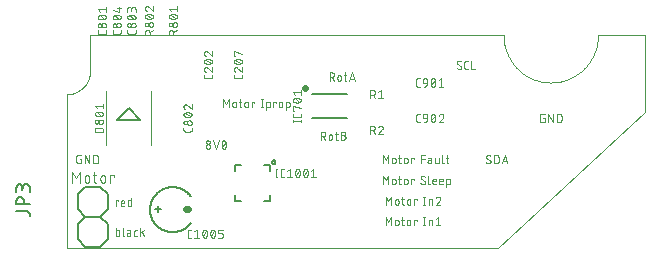
<source format=gto>
G04 EAGLE Gerber RS-274X export*
G75*
%MOMM*%
%FSLAX35Y35*%
%LPD*%
%INsilk_top*%
%IPPOS*%
%AMOC8*
5,1,8,0,0,1.08239X$1,22.5*%
G01*
%ADD10C,0.010000*%
%ADD11C,0.076200*%
%ADD12C,0.050800*%
%ADD13C,0.152400*%
%ADD14C,0.127000*%
%ADD15C,0.300000*%
%ADD16C,0.101600*%
%ADD17C,0.203200*%
%ADD18C,0.200000*%
%ADD19C,0.609600*%


D10*
X0Y0D02*
X3650000Y0D01*
X4900000Y1150000D02*
X4900000Y1800000D01*
X4500000Y1800000D01*
X3700000Y1800000D02*
X200000Y1800000D01*
X0Y1300000D02*
X0Y0D01*
X3650000Y0D02*
X4900000Y1150000D01*
X4500000Y1800000D02*
X4499881Y1790260D01*
X4499526Y1780525D01*
X4498933Y1770802D01*
X4498104Y1761096D01*
X4497038Y1751413D01*
X4495737Y1741760D01*
X4494202Y1732140D01*
X4492432Y1722561D01*
X4490430Y1713028D01*
X4488197Y1703546D01*
X4485733Y1694122D01*
X4483040Y1684760D01*
X4480120Y1675467D01*
X4476975Y1666248D01*
X4473606Y1657108D01*
X4470016Y1648052D01*
X4466206Y1639087D01*
X4462179Y1630217D01*
X4457938Y1621448D01*
X4453483Y1612785D01*
X4448820Y1604233D01*
X4443949Y1595797D01*
X4438875Y1587482D01*
X4433599Y1579293D01*
X4428126Y1571235D01*
X4422458Y1563313D01*
X4416599Y1555531D01*
X4410552Y1547894D01*
X4404320Y1540406D01*
X4397909Y1533072D01*
X4391321Y1525897D01*
X4384560Y1518885D01*
X4377630Y1512039D01*
X4370535Y1505363D01*
X4363280Y1498863D01*
X4355869Y1492541D01*
X4348306Y1486402D01*
X4340596Y1480448D01*
X4332744Y1474684D01*
X4324753Y1469113D01*
X4316629Y1463738D01*
X4308376Y1458563D01*
X4300000Y1453590D01*
X4291505Y1448822D01*
X4282897Y1444263D01*
X4274180Y1439915D01*
X4265360Y1435780D01*
X4256442Y1431862D01*
X4247431Y1428161D01*
X4238333Y1424681D01*
X4229152Y1421424D01*
X4219895Y1418391D01*
X4210567Y1415585D01*
X4201173Y1413007D01*
X4191720Y1410658D01*
X4182212Y1408540D01*
X4172655Y1406654D01*
X4163055Y1405001D01*
X4153417Y1403583D01*
X4143748Y1402400D01*
X4134054Y1401452D01*
X4124338Y1400741D01*
X4114609Y1400267D01*
X4104871Y1400030D01*
X4095129Y1400030D01*
X4085391Y1400267D01*
X4075662Y1400741D01*
X4065946Y1401452D01*
X4056252Y1402400D01*
X4046583Y1403583D01*
X4036945Y1405001D01*
X4027345Y1406654D01*
X4017788Y1408540D01*
X4008280Y1410658D01*
X3998827Y1413007D01*
X3989433Y1415585D01*
X3980105Y1418391D01*
X3970848Y1421424D01*
X3961667Y1424681D01*
X3952569Y1428161D01*
X3943558Y1431862D01*
X3934640Y1435780D01*
X3925820Y1439915D01*
X3917103Y1444263D01*
X3908495Y1448822D01*
X3900000Y1453590D01*
X3891624Y1458563D01*
X3883371Y1463738D01*
X3875247Y1469113D01*
X3867256Y1474684D01*
X3859404Y1480448D01*
X3851694Y1486402D01*
X3844131Y1492541D01*
X3836720Y1498863D01*
X3829465Y1505363D01*
X3822370Y1512039D01*
X3815440Y1518885D01*
X3808679Y1525897D01*
X3802091Y1533072D01*
X3795680Y1540406D01*
X3789448Y1547894D01*
X3783401Y1555531D01*
X3777542Y1563313D01*
X3771874Y1571235D01*
X3766401Y1579293D01*
X3761125Y1587482D01*
X3756051Y1595797D01*
X3751180Y1604233D01*
X3746517Y1612785D01*
X3742062Y1621448D01*
X3737821Y1630217D01*
X3733794Y1639087D01*
X3729984Y1648052D01*
X3726394Y1657108D01*
X3723025Y1666248D01*
X3719880Y1675467D01*
X3716960Y1684760D01*
X3714267Y1694122D01*
X3711803Y1703546D01*
X3709570Y1713028D01*
X3707568Y1722561D01*
X3705798Y1732140D01*
X3704263Y1741760D01*
X3702962Y1751413D01*
X3701896Y1761096D01*
X3701067Y1770802D01*
X3700474Y1780525D01*
X3700119Y1790260D01*
X3700000Y1800000D01*
X200000Y1800000D02*
X200000Y1500000D01*
X199942Y1495167D01*
X199766Y1490337D01*
X199475Y1485513D01*
X199066Y1480697D01*
X198542Y1475893D01*
X197901Y1471102D01*
X197145Y1466329D01*
X196274Y1461575D01*
X195288Y1456843D01*
X194188Y1452137D01*
X192975Y1447459D01*
X191649Y1442811D01*
X190211Y1438197D01*
X188662Y1433618D01*
X187003Y1429079D01*
X185235Y1424581D01*
X183358Y1420127D01*
X181375Y1415720D01*
X179285Y1411362D01*
X177091Y1407055D01*
X174794Y1402803D01*
X172394Y1398608D01*
X169894Y1394472D01*
X167294Y1390397D01*
X164597Y1386387D01*
X161803Y1382443D01*
X158916Y1378567D01*
X155935Y1374763D01*
X152863Y1371032D01*
X149702Y1367375D01*
X146454Y1363797D01*
X143120Y1360298D01*
X139702Y1356880D01*
X136203Y1353546D01*
X132625Y1350298D01*
X128968Y1347137D01*
X125237Y1344065D01*
X121433Y1341084D01*
X117557Y1338197D01*
X113613Y1335403D01*
X109603Y1332706D01*
X105528Y1330106D01*
X101392Y1327606D01*
X97197Y1325206D01*
X92945Y1322909D01*
X88638Y1320715D01*
X84280Y1318625D01*
X79873Y1316642D01*
X75419Y1314765D01*
X70921Y1312997D01*
X66382Y1311338D01*
X61803Y1309789D01*
X57189Y1308351D01*
X52541Y1307025D01*
X47863Y1305812D01*
X43157Y1304712D01*
X38425Y1303726D01*
X33671Y1302855D01*
X28898Y1302099D01*
X24107Y1301458D01*
X19303Y1300934D01*
X14487Y1300525D01*
X9663Y1300234D01*
X4833Y1300058D01*
X0Y1300000D01*
D11*
X49466Y644940D02*
X49466Y552560D01*
X80259Y593618D02*
X49466Y644940D01*
X80259Y593618D02*
X111053Y644940D01*
X111053Y552560D01*
X152731Y573089D02*
X152731Y593618D01*
X152730Y593618D02*
X152736Y594118D01*
X152754Y594618D01*
X152785Y595117D01*
X152827Y595615D01*
X152882Y596112D01*
X152949Y596607D01*
X153028Y597101D01*
X153118Y597592D01*
X153221Y598082D01*
X153336Y598568D01*
X153462Y599052D01*
X153600Y599532D01*
X153750Y600009D01*
X153912Y600483D01*
X154085Y600952D01*
X154269Y601416D01*
X154464Y601876D01*
X154671Y602332D01*
X154889Y602782D01*
X155117Y603226D01*
X155357Y603665D01*
X155607Y604098D01*
X155867Y604525D01*
X156138Y604945D01*
X156419Y605359D01*
X156710Y605765D01*
X157010Y606165D01*
X157321Y606557D01*
X157641Y606941D01*
X157970Y607317D01*
X158308Y607686D01*
X158655Y608046D01*
X159010Y608397D01*
X159374Y608739D01*
X159747Y609073D01*
X160127Y609398D01*
X160515Y609713D01*
X160911Y610018D01*
X161314Y610314D01*
X161724Y610600D01*
X162141Y610876D01*
X162565Y611141D01*
X162995Y611397D01*
X163430Y611641D01*
X163872Y611875D01*
X164320Y612098D01*
X164772Y612311D01*
X165230Y612512D01*
X165692Y612702D01*
X166159Y612880D01*
X166631Y613047D01*
X167106Y613203D01*
X167584Y613347D01*
X168067Y613479D01*
X168552Y613600D01*
X169040Y613709D01*
X169530Y613806D01*
X170023Y613890D01*
X170517Y613963D01*
X171014Y614024D01*
X171511Y614072D01*
X172010Y614109D01*
X172509Y614133D01*
X173009Y614145D01*
X173509Y614145D01*
X174009Y614133D01*
X174508Y614109D01*
X175007Y614072D01*
X175504Y614024D01*
X176001Y613963D01*
X176495Y613890D01*
X176988Y613806D01*
X177478Y613709D01*
X177966Y613600D01*
X178451Y613479D01*
X178934Y613347D01*
X179412Y613203D01*
X179887Y613047D01*
X180359Y612880D01*
X180826Y612702D01*
X181288Y612512D01*
X181746Y612311D01*
X182198Y612098D01*
X182646Y611875D01*
X183088Y611641D01*
X183524Y611397D01*
X183953Y611141D01*
X184377Y610876D01*
X184794Y610600D01*
X185204Y610314D01*
X185607Y610018D01*
X186003Y609713D01*
X186391Y609398D01*
X186771Y609073D01*
X187144Y608739D01*
X187508Y608397D01*
X187863Y608046D01*
X188210Y607686D01*
X188548Y607317D01*
X188877Y606941D01*
X189197Y606557D01*
X189508Y606165D01*
X189808Y605765D01*
X190099Y605359D01*
X190380Y604945D01*
X190651Y604525D01*
X190911Y604098D01*
X191161Y603665D01*
X191401Y603226D01*
X191629Y602782D01*
X191847Y602332D01*
X192054Y601876D01*
X192249Y601416D01*
X192433Y600952D01*
X192606Y600483D01*
X192768Y600009D01*
X192918Y599532D01*
X193056Y599052D01*
X193182Y598568D01*
X193297Y598082D01*
X193400Y597592D01*
X193490Y597101D01*
X193569Y596607D01*
X193636Y596112D01*
X193691Y595615D01*
X193733Y595117D01*
X193764Y594618D01*
X193782Y594118D01*
X193788Y593618D01*
X193788Y573089D01*
X193782Y572589D01*
X193764Y572089D01*
X193733Y571590D01*
X193691Y571092D01*
X193636Y570595D01*
X193569Y570100D01*
X193490Y569606D01*
X193400Y569115D01*
X193297Y568625D01*
X193182Y568139D01*
X193056Y567655D01*
X192918Y567175D01*
X192768Y566698D01*
X192606Y566224D01*
X192433Y565755D01*
X192249Y565291D01*
X192054Y564831D01*
X191847Y564375D01*
X191629Y563925D01*
X191401Y563481D01*
X191161Y563042D01*
X190911Y562609D01*
X190651Y562182D01*
X190380Y561762D01*
X190099Y561348D01*
X189808Y560942D01*
X189508Y560542D01*
X189197Y560150D01*
X188877Y559766D01*
X188548Y559390D01*
X188210Y559021D01*
X187863Y558661D01*
X187508Y558310D01*
X187144Y557968D01*
X186771Y557634D01*
X186391Y557309D01*
X186003Y556994D01*
X185607Y556689D01*
X185204Y556393D01*
X184794Y556107D01*
X184377Y555831D01*
X183953Y555566D01*
X183524Y555310D01*
X183088Y555066D01*
X182646Y554832D01*
X182198Y554609D01*
X181746Y554396D01*
X181288Y554195D01*
X180826Y554005D01*
X180359Y553827D01*
X179887Y553660D01*
X179412Y553504D01*
X178934Y553360D01*
X178451Y553228D01*
X177966Y553107D01*
X177478Y552998D01*
X176988Y552901D01*
X176495Y552817D01*
X176001Y552744D01*
X175504Y552683D01*
X175007Y552635D01*
X174508Y552598D01*
X174009Y552574D01*
X173509Y552562D01*
X173009Y552562D01*
X172509Y552574D01*
X172010Y552598D01*
X171511Y552635D01*
X171014Y552683D01*
X170517Y552744D01*
X170023Y552817D01*
X169530Y552901D01*
X169040Y552998D01*
X168552Y553107D01*
X168067Y553228D01*
X167584Y553360D01*
X167106Y553504D01*
X166631Y553660D01*
X166159Y553827D01*
X165692Y554005D01*
X165230Y554195D01*
X164772Y554396D01*
X164320Y554609D01*
X163872Y554832D01*
X163430Y555066D01*
X162995Y555310D01*
X162565Y555566D01*
X162141Y555831D01*
X161724Y556107D01*
X161314Y556393D01*
X160911Y556689D01*
X160515Y556994D01*
X160127Y557309D01*
X159747Y557634D01*
X159374Y557968D01*
X159010Y558310D01*
X158655Y558661D01*
X158308Y559021D01*
X157970Y559390D01*
X157641Y559766D01*
X157321Y560150D01*
X157010Y560542D01*
X156710Y560942D01*
X156419Y561348D01*
X156138Y561762D01*
X155867Y562182D01*
X155607Y562609D01*
X155357Y563042D01*
X155117Y563481D01*
X154889Y563925D01*
X154671Y564375D01*
X154464Y564831D01*
X154269Y565291D01*
X154085Y565755D01*
X153912Y566224D01*
X153750Y566698D01*
X153600Y567175D01*
X153462Y567655D01*
X153336Y568139D01*
X153221Y568625D01*
X153118Y569115D01*
X153028Y569606D01*
X152949Y570100D01*
X152882Y570595D01*
X152827Y571092D01*
X152785Y571590D01*
X152754Y572089D01*
X152736Y572589D01*
X152730Y573089D01*
X223153Y614147D02*
X253946Y614147D01*
X233417Y644940D02*
X233417Y567957D01*
X233416Y567957D02*
X233420Y567585D01*
X233434Y567213D01*
X233456Y566842D01*
X233488Y566471D01*
X233528Y566101D01*
X233578Y565732D01*
X233636Y565365D01*
X233703Y564999D01*
X233779Y564635D01*
X233863Y564272D01*
X233957Y563912D01*
X234059Y563554D01*
X234170Y563199D01*
X234289Y562847D01*
X234417Y562497D01*
X234553Y562151D01*
X234697Y561808D01*
X234850Y561469D01*
X235011Y561133D01*
X235180Y560802D01*
X235357Y560474D01*
X235541Y560151D01*
X235734Y559833D01*
X235934Y559519D01*
X236142Y559211D01*
X236357Y558907D01*
X236579Y558609D01*
X236808Y558316D01*
X237045Y558028D01*
X237288Y557747D01*
X237538Y557471D01*
X237795Y557202D01*
X238058Y556939D01*
X238327Y556682D01*
X238603Y556432D01*
X238884Y556189D01*
X239172Y555952D01*
X239465Y555723D01*
X239763Y555501D01*
X240067Y555286D01*
X240375Y555078D01*
X240689Y554878D01*
X241007Y554685D01*
X241330Y554501D01*
X241658Y554324D01*
X241989Y554155D01*
X242325Y553994D01*
X242664Y553841D01*
X243007Y553697D01*
X243353Y553561D01*
X243703Y553433D01*
X244055Y553314D01*
X244410Y553203D01*
X244768Y553101D01*
X245128Y553007D01*
X245491Y552923D01*
X245855Y552847D01*
X246221Y552780D01*
X246588Y552722D01*
X246957Y552672D01*
X247327Y552632D01*
X247698Y552600D01*
X248069Y552578D01*
X248441Y552564D01*
X248813Y552560D01*
X253946Y552560D01*
X287730Y573089D02*
X287730Y593618D01*
X287736Y594118D01*
X287754Y594618D01*
X287785Y595117D01*
X287827Y595615D01*
X287882Y596112D01*
X287949Y596607D01*
X288028Y597101D01*
X288118Y597592D01*
X288221Y598082D01*
X288336Y598568D01*
X288462Y599052D01*
X288600Y599532D01*
X288750Y600009D01*
X288912Y600483D01*
X289085Y600952D01*
X289269Y601416D01*
X289464Y601876D01*
X289671Y602332D01*
X289889Y602782D01*
X290117Y603226D01*
X290357Y603665D01*
X290607Y604098D01*
X290867Y604525D01*
X291138Y604945D01*
X291419Y605359D01*
X291710Y605765D01*
X292010Y606165D01*
X292321Y606557D01*
X292641Y606941D01*
X292970Y607317D01*
X293308Y607686D01*
X293655Y608046D01*
X294010Y608397D01*
X294374Y608739D01*
X294747Y609073D01*
X295127Y609398D01*
X295515Y609713D01*
X295911Y610018D01*
X296314Y610314D01*
X296724Y610600D01*
X297141Y610876D01*
X297565Y611141D01*
X297995Y611397D01*
X298430Y611641D01*
X298872Y611875D01*
X299320Y612098D01*
X299772Y612311D01*
X300230Y612512D01*
X300692Y612702D01*
X301159Y612880D01*
X301631Y613047D01*
X302106Y613203D01*
X302584Y613347D01*
X303067Y613479D01*
X303552Y613600D01*
X304040Y613709D01*
X304530Y613806D01*
X305023Y613890D01*
X305517Y613963D01*
X306014Y614024D01*
X306511Y614072D01*
X307010Y614109D01*
X307509Y614133D01*
X308009Y614145D01*
X308509Y614145D01*
X309009Y614133D01*
X309508Y614109D01*
X310007Y614072D01*
X310504Y614024D01*
X311001Y613963D01*
X311495Y613890D01*
X311988Y613806D01*
X312478Y613709D01*
X312966Y613600D01*
X313451Y613479D01*
X313934Y613347D01*
X314412Y613203D01*
X314887Y613047D01*
X315359Y612880D01*
X315826Y612702D01*
X316288Y612512D01*
X316746Y612311D01*
X317198Y612098D01*
X317646Y611875D01*
X318088Y611641D01*
X318524Y611397D01*
X318953Y611141D01*
X319377Y610876D01*
X319794Y610600D01*
X320204Y610314D01*
X320607Y610018D01*
X321003Y609713D01*
X321391Y609398D01*
X321771Y609073D01*
X322144Y608739D01*
X322508Y608397D01*
X322863Y608046D01*
X323210Y607686D01*
X323548Y607317D01*
X323877Y606941D01*
X324197Y606557D01*
X324508Y606165D01*
X324808Y605765D01*
X325099Y605359D01*
X325380Y604945D01*
X325651Y604525D01*
X325911Y604098D01*
X326161Y603665D01*
X326401Y603226D01*
X326629Y602782D01*
X326847Y602332D01*
X327054Y601876D01*
X327249Y601416D01*
X327433Y600952D01*
X327606Y600483D01*
X327768Y600009D01*
X327918Y599532D01*
X328056Y599052D01*
X328182Y598568D01*
X328297Y598082D01*
X328400Y597592D01*
X328490Y597101D01*
X328569Y596607D01*
X328636Y596112D01*
X328691Y595615D01*
X328733Y595117D01*
X328764Y594618D01*
X328782Y594118D01*
X328788Y593618D01*
X328788Y573089D01*
X328782Y572589D01*
X328764Y572089D01*
X328733Y571590D01*
X328691Y571092D01*
X328636Y570595D01*
X328569Y570100D01*
X328490Y569606D01*
X328400Y569115D01*
X328297Y568625D01*
X328182Y568139D01*
X328056Y567655D01*
X327918Y567175D01*
X327768Y566698D01*
X327606Y566224D01*
X327433Y565755D01*
X327249Y565291D01*
X327054Y564831D01*
X326847Y564375D01*
X326629Y563925D01*
X326401Y563481D01*
X326161Y563042D01*
X325911Y562609D01*
X325651Y562182D01*
X325380Y561762D01*
X325099Y561348D01*
X324808Y560942D01*
X324508Y560542D01*
X324197Y560150D01*
X323877Y559766D01*
X323548Y559390D01*
X323210Y559021D01*
X322863Y558661D01*
X322508Y558310D01*
X322144Y557968D01*
X321771Y557634D01*
X321391Y557309D01*
X321003Y556994D01*
X320607Y556689D01*
X320204Y556393D01*
X319794Y556107D01*
X319377Y555831D01*
X318953Y555566D01*
X318524Y555310D01*
X318088Y555066D01*
X317646Y554832D01*
X317198Y554609D01*
X316746Y554396D01*
X316288Y554195D01*
X315826Y554005D01*
X315359Y553827D01*
X314887Y553660D01*
X314412Y553504D01*
X313934Y553360D01*
X313451Y553228D01*
X312966Y553107D01*
X312478Y552998D01*
X311988Y552901D01*
X311495Y552817D01*
X311001Y552744D01*
X310504Y552683D01*
X310007Y552635D01*
X309508Y552598D01*
X309009Y552574D01*
X308509Y552562D01*
X308009Y552562D01*
X307509Y552574D01*
X307010Y552598D01*
X306511Y552635D01*
X306014Y552683D01*
X305517Y552744D01*
X305023Y552817D01*
X304530Y552901D01*
X304040Y552998D01*
X303552Y553107D01*
X303067Y553228D01*
X302584Y553360D01*
X302106Y553504D01*
X301631Y553660D01*
X301159Y553827D01*
X300692Y554005D01*
X300230Y554195D01*
X299772Y554396D01*
X299320Y554609D01*
X298872Y554832D01*
X298430Y555066D01*
X297995Y555310D01*
X297565Y555566D01*
X297141Y555831D01*
X296724Y556107D01*
X296314Y556393D01*
X295911Y556689D01*
X295515Y556994D01*
X295127Y557309D01*
X294747Y557634D01*
X294374Y557968D01*
X294010Y558310D01*
X293655Y558661D01*
X293308Y559021D01*
X292970Y559390D01*
X292641Y559766D01*
X292321Y560150D01*
X292010Y560542D01*
X291710Y560942D01*
X291419Y561348D01*
X291138Y561762D01*
X290867Y562182D01*
X290607Y562609D01*
X290357Y563042D01*
X290117Y563481D01*
X289889Y563925D01*
X289671Y564375D01*
X289464Y564831D01*
X289269Y565291D01*
X289085Y565755D01*
X288912Y566224D01*
X288750Y566698D01*
X288600Y567175D01*
X288462Y567655D01*
X288336Y568139D01*
X288221Y568625D01*
X288118Y569115D01*
X288028Y569606D01*
X287949Y570100D01*
X287882Y570595D01*
X287827Y571092D01*
X287785Y571590D01*
X287754Y572089D01*
X287736Y572589D01*
X287730Y573089D01*
X369241Y552560D02*
X369241Y614147D01*
X400034Y614147D01*
X400034Y603882D01*
D12*
X415290Y172210D02*
X415290Y102290D01*
X434712Y102290D01*
X434994Y102293D01*
X435275Y102304D01*
X435556Y102321D01*
X435837Y102344D01*
X436117Y102375D01*
X436396Y102412D01*
X436674Y102456D01*
X436951Y102507D01*
X437227Y102565D01*
X437501Y102629D01*
X437773Y102699D01*
X438044Y102777D01*
X438313Y102860D01*
X438580Y102951D01*
X438844Y103047D01*
X439106Y103150D01*
X439366Y103260D01*
X439623Y103375D01*
X439877Y103497D01*
X440127Y103625D01*
X440375Y103759D01*
X440620Y103898D01*
X440861Y104044D01*
X441098Y104196D01*
X441332Y104353D01*
X441561Y104516D01*
X441787Y104684D01*
X442009Y104857D01*
X442226Y105036D01*
X442439Y105221D01*
X442648Y105410D01*
X442852Y105604D01*
X443051Y105803D01*
X443245Y106007D01*
X443434Y106216D01*
X443619Y106429D01*
X443798Y106646D01*
X443971Y106868D01*
X444139Y107094D01*
X444302Y107323D01*
X444459Y107557D01*
X444611Y107794D01*
X444757Y108035D01*
X444896Y108280D01*
X445030Y108528D01*
X445158Y108778D01*
X445280Y109032D01*
X445395Y109289D01*
X445505Y109549D01*
X445608Y109811D01*
X445704Y110075D01*
X445795Y110342D01*
X445878Y110611D01*
X445956Y110882D01*
X446026Y111154D01*
X446090Y111428D01*
X446148Y111704D01*
X446199Y111981D01*
X446243Y112259D01*
X446280Y112538D01*
X446311Y112818D01*
X446334Y113099D01*
X446351Y113380D01*
X446362Y113661D01*
X446365Y113943D01*
X446365Y137250D01*
X446362Y137532D01*
X446351Y137813D01*
X446334Y138094D01*
X446311Y138375D01*
X446280Y138655D01*
X446243Y138934D01*
X446199Y139212D01*
X446148Y139489D01*
X446090Y139765D01*
X446026Y140039D01*
X445956Y140311D01*
X445878Y140582D01*
X445795Y140851D01*
X445704Y141118D01*
X445608Y141382D01*
X445505Y141644D01*
X445395Y141904D01*
X445280Y142161D01*
X445158Y142415D01*
X445030Y142665D01*
X444896Y142913D01*
X444757Y143158D01*
X444611Y143399D01*
X444459Y143636D01*
X444302Y143870D01*
X444139Y144099D01*
X443971Y144325D01*
X443798Y144547D01*
X443619Y144764D01*
X443434Y144977D01*
X443245Y145186D01*
X443051Y145390D01*
X442852Y145589D01*
X442648Y145783D01*
X442439Y145972D01*
X442226Y146157D01*
X442009Y146336D01*
X441787Y146509D01*
X441561Y146677D01*
X441332Y146840D01*
X441098Y146997D01*
X440861Y147149D01*
X440620Y147295D01*
X440375Y147434D01*
X440127Y147568D01*
X439877Y147696D01*
X439623Y147818D01*
X439366Y147933D01*
X439106Y148043D01*
X438844Y148146D01*
X438580Y148242D01*
X438313Y148333D01*
X438044Y148416D01*
X437773Y148494D01*
X437501Y148564D01*
X437227Y148628D01*
X436951Y148686D01*
X436674Y148737D01*
X436396Y148781D01*
X436117Y148818D01*
X435837Y148849D01*
X435556Y148872D01*
X435275Y148889D01*
X434994Y148900D01*
X434712Y148903D01*
X415290Y148903D01*
X474457Y172210D02*
X474457Y113943D01*
X474460Y113661D01*
X474471Y113380D01*
X474488Y113099D01*
X474511Y112818D01*
X474542Y112538D01*
X474579Y112259D01*
X474623Y111981D01*
X474674Y111704D01*
X474732Y111428D01*
X474796Y111154D01*
X474866Y110882D01*
X474944Y110611D01*
X475027Y110342D01*
X475118Y110075D01*
X475214Y109811D01*
X475317Y109549D01*
X475427Y109289D01*
X475542Y109032D01*
X475664Y108778D01*
X475792Y108528D01*
X475926Y108280D01*
X476065Y108035D01*
X476211Y107794D01*
X476363Y107557D01*
X476520Y107323D01*
X476683Y107094D01*
X476851Y106868D01*
X477024Y106646D01*
X477203Y106429D01*
X477388Y106216D01*
X477577Y106007D01*
X477771Y105803D01*
X477970Y105604D01*
X478174Y105410D01*
X478383Y105221D01*
X478596Y105036D01*
X478813Y104857D01*
X479035Y104684D01*
X479261Y104516D01*
X479490Y104353D01*
X479724Y104196D01*
X479961Y104044D01*
X480202Y103898D01*
X480447Y103759D01*
X480695Y103625D01*
X480945Y103497D01*
X481199Y103375D01*
X481456Y103260D01*
X481716Y103150D01*
X481978Y103047D01*
X482242Y102951D01*
X482509Y102860D01*
X482778Y102777D01*
X483049Y102699D01*
X483321Y102629D01*
X483595Y102565D01*
X483871Y102507D01*
X484148Y102456D01*
X484426Y102412D01*
X484705Y102375D01*
X484985Y102344D01*
X485266Y102321D01*
X485547Y102304D01*
X485828Y102293D01*
X486110Y102290D01*
X522742Y129481D02*
X540222Y129481D01*
X522742Y129481D02*
X522411Y129477D01*
X522080Y129465D01*
X521750Y129445D01*
X521420Y129417D01*
X521091Y129380D01*
X520762Y129336D01*
X520435Y129284D01*
X520110Y129224D01*
X519786Y129156D01*
X519464Y129080D01*
X519143Y128996D01*
X518825Y128905D01*
X518509Y128805D01*
X518196Y128698D01*
X517885Y128584D01*
X517577Y128462D01*
X517273Y128332D01*
X516971Y128195D01*
X516673Y128051D01*
X516379Y127900D01*
X516088Y127741D01*
X515801Y127576D01*
X515519Y127403D01*
X515240Y127224D01*
X514966Y127038D01*
X514697Y126845D01*
X514432Y126646D01*
X514173Y126441D01*
X513918Y126229D01*
X513669Y126011D01*
X513425Y125787D01*
X513187Y125557D01*
X512954Y125322D01*
X512727Y125080D01*
X512506Y124834D01*
X512291Y124582D01*
X512083Y124325D01*
X511880Y124063D01*
X511685Y123796D01*
X511495Y123524D01*
X511312Y123248D01*
X511137Y122968D01*
X510968Y122683D01*
X510805Y122394D01*
X510651Y122102D01*
X510503Y121805D01*
X510362Y121506D01*
X510229Y121202D01*
X510103Y120896D01*
X509985Y120587D01*
X509874Y120275D01*
X509771Y119960D01*
X509676Y119643D01*
X509588Y119324D01*
X509508Y119003D01*
X509436Y118679D01*
X509372Y118355D01*
X509316Y118028D01*
X509268Y117701D01*
X509228Y117372D01*
X509195Y117042D01*
X509171Y116712D01*
X509155Y116382D01*
X509147Y116051D01*
X509147Y115719D01*
X509155Y115388D01*
X509171Y115058D01*
X509195Y114728D01*
X509228Y114398D01*
X509268Y114069D01*
X509316Y113742D01*
X509372Y113415D01*
X509436Y113091D01*
X509508Y112767D01*
X509588Y112446D01*
X509676Y112127D01*
X509771Y111810D01*
X509874Y111495D01*
X509985Y111183D01*
X510103Y110874D01*
X510229Y110568D01*
X510362Y110264D01*
X510503Y109965D01*
X510651Y109668D01*
X510805Y109376D01*
X510968Y109087D01*
X511137Y108802D01*
X511312Y108522D01*
X511495Y108246D01*
X511685Y107974D01*
X511880Y107707D01*
X512083Y107445D01*
X512291Y107188D01*
X512506Y106936D01*
X512727Y106690D01*
X512954Y106448D01*
X513187Y106213D01*
X513425Y105983D01*
X513669Y105759D01*
X513918Y105541D01*
X514173Y105329D01*
X514432Y105124D01*
X514697Y104925D01*
X514966Y104732D01*
X515240Y104546D01*
X515519Y104367D01*
X515801Y104194D01*
X516088Y104029D01*
X516379Y103870D01*
X516673Y103719D01*
X516971Y103575D01*
X517273Y103438D01*
X517577Y103308D01*
X517885Y103186D01*
X518196Y103072D01*
X518509Y102965D01*
X518825Y102865D01*
X519143Y102774D01*
X519464Y102690D01*
X519786Y102614D01*
X520110Y102546D01*
X520435Y102486D01*
X520762Y102434D01*
X521091Y102390D01*
X521420Y102353D01*
X521750Y102325D01*
X522080Y102305D01*
X522411Y102293D01*
X522742Y102289D01*
X522742Y102290D02*
X540222Y102290D01*
X540222Y137250D01*
X540219Y137532D01*
X540208Y137813D01*
X540191Y138094D01*
X540168Y138375D01*
X540137Y138655D01*
X540100Y138934D01*
X540056Y139212D01*
X540005Y139489D01*
X539947Y139765D01*
X539883Y140039D01*
X539813Y140311D01*
X539735Y140582D01*
X539652Y140851D01*
X539561Y141118D01*
X539465Y141382D01*
X539362Y141644D01*
X539252Y141904D01*
X539137Y142161D01*
X539015Y142415D01*
X538887Y142665D01*
X538753Y142913D01*
X538614Y143158D01*
X538468Y143399D01*
X538316Y143636D01*
X538159Y143870D01*
X537996Y144099D01*
X537828Y144325D01*
X537655Y144547D01*
X537476Y144764D01*
X537291Y144977D01*
X537102Y145186D01*
X536908Y145390D01*
X536709Y145589D01*
X536505Y145783D01*
X536296Y145972D01*
X536083Y146157D01*
X535866Y146336D01*
X535644Y146509D01*
X535418Y146677D01*
X535189Y146840D01*
X534955Y146997D01*
X534718Y147149D01*
X534477Y147295D01*
X534232Y147434D01*
X533984Y147568D01*
X533734Y147696D01*
X533480Y147818D01*
X533223Y147933D01*
X532963Y148043D01*
X532701Y148146D01*
X532437Y148242D01*
X532170Y148333D01*
X531901Y148416D01*
X531630Y148494D01*
X531358Y148564D01*
X531084Y148628D01*
X530808Y148686D01*
X530531Y148737D01*
X530253Y148781D01*
X529974Y148818D01*
X529694Y148849D01*
X529413Y148872D01*
X529132Y148889D01*
X528851Y148900D01*
X528569Y148903D01*
X513031Y148903D01*
X581943Y102290D02*
X597481Y102290D01*
X581943Y102290D02*
X581661Y102293D01*
X581380Y102304D01*
X581099Y102321D01*
X580818Y102344D01*
X580538Y102375D01*
X580259Y102412D01*
X579981Y102456D01*
X579704Y102507D01*
X579428Y102565D01*
X579154Y102629D01*
X578882Y102699D01*
X578611Y102777D01*
X578342Y102860D01*
X578075Y102951D01*
X577811Y103047D01*
X577549Y103150D01*
X577289Y103260D01*
X577032Y103375D01*
X576778Y103497D01*
X576528Y103625D01*
X576280Y103759D01*
X576035Y103898D01*
X575794Y104044D01*
X575557Y104196D01*
X575323Y104353D01*
X575094Y104516D01*
X574868Y104684D01*
X574646Y104857D01*
X574429Y105036D01*
X574216Y105221D01*
X574007Y105410D01*
X573803Y105604D01*
X573604Y105803D01*
X573410Y106007D01*
X573221Y106216D01*
X573036Y106429D01*
X572857Y106646D01*
X572684Y106868D01*
X572516Y107094D01*
X572353Y107323D01*
X572196Y107557D01*
X572044Y107794D01*
X571898Y108035D01*
X571759Y108280D01*
X571625Y108528D01*
X571497Y108778D01*
X571375Y109032D01*
X571260Y109289D01*
X571150Y109549D01*
X571047Y109811D01*
X570951Y110075D01*
X570860Y110342D01*
X570777Y110611D01*
X570699Y110882D01*
X570629Y111154D01*
X570565Y111428D01*
X570507Y111704D01*
X570456Y111981D01*
X570412Y112259D01*
X570375Y112538D01*
X570344Y112818D01*
X570321Y113099D01*
X570304Y113380D01*
X570293Y113661D01*
X570290Y113943D01*
X570290Y137250D01*
X570293Y137532D01*
X570304Y137813D01*
X570321Y138094D01*
X570344Y138375D01*
X570375Y138655D01*
X570412Y138934D01*
X570456Y139212D01*
X570507Y139489D01*
X570565Y139765D01*
X570629Y140039D01*
X570699Y140311D01*
X570777Y140582D01*
X570860Y140851D01*
X570951Y141118D01*
X571047Y141382D01*
X571150Y141644D01*
X571260Y141904D01*
X571375Y142161D01*
X571497Y142415D01*
X571625Y142665D01*
X571759Y142913D01*
X571898Y143158D01*
X572044Y143399D01*
X572196Y143636D01*
X572353Y143870D01*
X572516Y144099D01*
X572684Y144325D01*
X572857Y144547D01*
X573036Y144764D01*
X573221Y144977D01*
X573410Y145186D01*
X573604Y145390D01*
X573803Y145589D01*
X574007Y145783D01*
X574216Y145972D01*
X574429Y146157D01*
X574646Y146336D01*
X574868Y146509D01*
X575094Y146677D01*
X575323Y146840D01*
X575557Y146997D01*
X575794Y147149D01*
X576035Y147295D01*
X576280Y147434D01*
X576528Y147568D01*
X576778Y147696D01*
X577032Y147818D01*
X577289Y147933D01*
X577549Y148043D01*
X577811Y148146D01*
X578075Y148242D01*
X578342Y148333D01*
X578611Y148416D01*
X578882Y148494D01*
X579154Y148564D01*
X579428Y148628D01*
X579704Y148686D01*
X579981Y148737D01*
X580259Y148781D01*
X580538Y148818D01*
X580818Y148849D01*
X581099Y148872D01*
X581380Y148889D01*
X581661Y148900D01*
X581943Y148903D01*
X597481Y148903D01*
X624956Y172210D02*
X624956Y102290D01*
X624956Y125597D02*
X656032Y148903D01*
X638552Y135308D02*
X656032Y102290D01*
X415290Y356290D02*
X415290Y402903D01*
X438597Y402903D01*
X438597Y395134D01*
X471581Y356290D02*
X491003Y356290D01*
X471581Y356290D02*
X471299Y356293D01*
X471018Y356304D01*
X470737Y356321D01*
X470456Y356344D01*
X470176Y356375D01*
X469897Y356412D01*
X469619Y356456D01*
X469342Y356507D01*
X469066Y356565D01*
X468792Y356629D01*
X468520Y356699D01*
X468249Y356777D01*
X467980Y356860D01*
X467713Y356951D01*
X467449Y357047D01*
X467187Y357150D01*
X466927Y357260D01*
X466670Y357375D01*
X466416Y357497D01*
X466166Y357625D01*
X465918Y357759D01*
X465673Y357898D01*
X465432Y358044D01*
X465195Y358196D01*
X464961Y358353D01*
X464732Y358516D01*
X464506Y358684D01*
X464284Y358857D01*
X464067Y359036D01*
X463854Y359221D01*
X463645Y359410D01*
X463441Y359604D01*
X463242Y359803D01*
X463048Y360007D01*
X462859Y360216D01*
X462674Y360429D01*
X462495Y360646D01*
X462322Y360868D01*
X462154Y361094D01*
X461991Y361323D01*
X461834Y361557D01*
X461682Y361794D01*
X461536Y362035D01*
X461397Y362280D01*
X461263Y362528D01*
X461135Y362778D01*
X461013Y363032D01*
X460898Y363289D01*
X460788Y363549D01*
X460685Y363811D01*
X460589Y364075D01*
X460498Y364342D01*
X460415Y364611D01*
X460337Y364882D01*
X460267Y365154D01*
X460203Y365428D01*
X460145Y365704D01*
X460094Y365981D01*
X460050Y366259D01*
X460013Y366538D01*
X459982Y366818D01*
X459959Y367099D01*
X459942Y367380D01*
X459931Y367661D01*
X459928Y367943D01*
X459928Y387365D01*
X459927Y387365D02*
X459932Y387743D01*
X459945Y388122D01*
X459968Y388499D01*
X460001Y388876D01*
X460042Y389252D01*
X460093Y389627D01*
X460152Y390001D01*
X460221Y390373D01*
X460299Y390743D01*
X460385Y391112D01*
X460481Y391478D01*
X460586Y391841D01*
X460699Y392202D01*
X460821Y392561D01*
X460952Y392916D01*
X461092Y393267D01*
X461240Y393616D01*
X461396Y393960D01*
X461561Y394301D01*
X461734Y394637D01*
X461915Y394970D01*
X462104Y395297D01*
X462301Y395620D01*
X462506Y395938D01*
X462719Y396251D01*
X462939Y396559D01*
X463167Y396861D01*
X463402Y397158D01*
X463644Y397449D01*
X463893Y397734D01*
X464149Y398013D01*
X464411Y398285D01*
X464680Y398551D01*
X464956Y398810D01*
X465238Y399063D01*
X465526Y399308D01*
X465820Y399547D01*
X466119Y399778D01*
X466424Y400002D01*
X466734Y400218D01*
X467050Y400427D01*
X467371Y400628D01*
X467696Y400821D01*
X468026Y401006D01*
X468360Y401184D01*
X468699Y401353D01*
X469042Y401513D01*
X469388Y401665D01*
X469738Y401809D01*
X470091Y401944D01*
X470448Y402071D01*
X470808Y402189D01*
X471170Y402298D01*
X471535Y402398D01*
X471902Y402489D01*
X472271Y402571D01*
X472643Y402645D01*
X473016Y402709D01*
X473390Y402764D01*
X473766Y402810D01*
X474142Y402847D01*
X474520Y402874D01*
X474898Y402893D01*
X475276Y402902D01*
X475654Y402902D01*
X476032Y402893D01*
X476410Y402874D01*
X476788Y402847D01*
X477164Y402810D01*
X477540Y402764D01*
X477914Y402709D01*
X478287Y402645D01*
X478659Y402571D01*
X479028Y402489D01*
X479395Y402398D01*
X479760Y402298D01*
X480122Y402189D01*
X480482Y402071D01*
X480839Y401944D01*
X481192Y401809D01*
X481542Y401665D01*
X481888Y401513D01*
X482231Y401353D01*
X482570Y401184D01*
X482904Y401006D01*
X483234Y400821D01*
X483559Y400628D01*
X483880Y400427D01*
X484196Y400218D01*
X484506Y400002D01*
X484811Y399778D01*
X485110Y399547D01*
X485404Y399308D01*
X485692Y399063D01*
X485974Y398810D01*
X486250Y398551D01*
X486519Y398285D01*
X486781Y398013D01*
X487037Y397734D01*
X487286Y397449D01*
X487528Y397158D01*
X487763Y396861D01*
X487991Y396559D01*
X488211Y396251D01*
X488424Y395938D01*
X488629Y395620D01*
X488826Y395297D01*
X489015Y394970D01*
X489196Y394637D01*
X489369Y394301D01*
X489534Y393960D01*
X489690Y393616D01*
X489838Y393267D01*
X489978Y392916D01*
X490109Y392561D01*
X490231Y392202D01*
X490344Y391841D01*
X490449Y391478D01*
X490545Y391112D01*
X490631Y390743D01*
X490709Y390373D01*
X490778Y390001D01*
X490837Y389627D01*
X490888Y389252D01*
X490929Y388876D01*
X490962Y388499D01*
X490985Y388122D01*
X490998Y387743D01*
X491003Y387365D01*
X491003Y379597D01*
X459928Y379597D01*
X549181Y356290D02*
X549181Y426210D01*
X549181Y356290D02*
X529759Y356290D01*
X529477Y356293D01*
X529196Y356304D01*
X528915Y356321D01*
X528634Y356344D01*
X528354Y356375D01*
X528075Y356412D01*
X527797Y356456D01*
X527520Y356507D01*
X527244Y356565D01*
X526970Y356629D01*
X526698Y356699D01*
X526427Y356777D01*
X526158Y356860D01*
X525891Y356951D01*
X525627Y357047D01*
X525365Y357150D01*
X525105Y357260D01*
X524848Y357375D01*
X524594Y357497D01*
X524344Y357625D01*
X524096Y357759D01*
X523851Y357898D01*
X523610Y358044D01*
X523373Y358196D01*
X523139Y358353D01*
X522910Y358516D01*
X522684Y358684D01*
X522462Y358857D01*
X522245Y359036D01*
X522032Y359221D01*
X521823Y359410D01*
X521619Y359604D01*
X521420Y359803D01*
X521226Y360007D01*
X521037Y360216D01*
X520852Y360429D01*
X520673Y360646D01*
X520500Y360868D01*
X520332Y361094D01*
X520169Y361323D01*
X520012Y361557D01*
X519860Y361794D01*
X519714Y362035D01*
X519575Y362280D01*
X519441Y362528D01*
X519313Y362778D01*
X519191Y363032D01*
X519076Y363289D01*
X518966Y363549D01*
X518863Y363811D01*
X518767Y364075D01*
X518676Y364342D01*
X518593Y364611D01*
X518515Y364882D01*
X518445Y365154D01*
X518381Y365428D01*
X518323Y365704D01*
X518272Y365981D01*
X518228Y366259D01*
X518191Y366538D01*
X518160Y366818D01*
X518137Y367099D01*
X518120Y367380D01*
X518109Y367661D01*
X518106Y367943D01*
X518106Y391250D01*
X518109Y391532D01*
X518120Y391813D01*
X518137Y392094D01*
X518160Y392375D01*
X518191Y392655D01*
X518228Y392934D01*
X518272Y393212D01*
X518323Y393489D01*
X518381Y393765D01*
X518445Y394039D01*
X518515Y394311D01*
X518593Y394582D01*
X518676Y394851D01*
X518767Y395118D01*
X518863Y395382D01*
X518966Y395644D01*
X519076Y395904D01*
X519191Y396161D01*
X519313Y396415D01*
X519441Y396665D01*
X519575Y396913D01*
X519714Y397158D01*
X519860Y397399D01*
X520012Y397636D01*
X520169Y397870D01*
X520332Y398099D01*
X520500Y398325D01*
X520673Y398547D01*
X520852Y398764D01*
X521037Y398977D01*
X521226Y399186D01*
X521420Y399390D01*
X521619Y399589D01*
X521823Y399783D01*
X522032Y399972D01*
X522245Y400157D01*
X522462Y400336D01*
X522684Y400509D01*
X522910Y400677D01*
X523139Y400840D01*
X523373Y400997D01*
X523610Y401149D01*
X523851Y401295D01*
X524096Y401434D01*
X524344Y401568D01*
X524594Y401696D01*
X524848Y401818D01*
X525105Y401933D01*
X525365Y402043D01*
X525627Y402146D01*
X525891Y402242D01*
X526158Y402333D01*
X526427Y402416D01*
X526698Y402494D01*
X526970Y402564D01*
X527244Y402628D01*
X527520Y402686D01*
X527797Y402737D01*
X528075Y402781D01*
X528354Y402818D01*
X528634Y402849D01*
X528915Y402872D01*
X529196Y402889D01*
X529477Y402900D01*
X529759Y402903D01*
X549181Y402903D01*
X2677540Y715040D02*
X2677540Y784960D01*
X2700847Y746115D01*
X2724153Y784960D01*
X2724153Y715040D01*
X2755059Y730578D02*
X2755059Y746115D01*
X2755058Y746115D02*
X2755063Y746493D01*
X2755076Y746872D01*
X2755099Y747249D01*
X2755132Y747626D01*
X2755173Y748002D01*
X2755224Y748377D01*
X2755283Y748751D01*
X2755352Y749123D01*
X2755430Y749493D01*
X2755516Y749862D01*
X2755612Y750228D01*
X2755717Y750591D01*
X2755830Y750952D01*
X2755952Y751311D01*
X2756083Y751666D01*
X2756223Y752017D01*
X2756371Y752366D01*
X2756527Y752710D01*
X2756692Y753051D01*
X2756865Y753387D01*
X2757046Y753720D01*
X2757235Y754047D01*
X2757432Y754370D01*
X2757637Y754688D01*
X2757850Y755001D01*
X2758070Y755309D01*
X2758298Y755611D01*
X2758533Y755908D01*
X2758775Y756199D01*
X2759024Y756484D01*
X2759280Y756763D01*
X2759542Y757035D01*
X2759811Y757301D01*
X2760087Y757560D01*
X2760369Y757813D01*
X2760657Y758058D01*
X2760951Y758297D01*
X2761250Y758528D01*
X2761555Y758752D01*
X2761865Y758968D01*
X2762181Y759177D01*
X2762502Y759378D01*
X2762827Y759571D01*
X2763157Y759756D01*
X2763491Y759934D01*
X2763830Y760103D01*
X2764173Y760263D01*
X2764519Y760415D01*
X2764869Y760559D01*
X2765222Y760694D01*
X2765579Y760821D01*
X2765939Y760939D01*
X2766301Y761048D01*
X2766666Y761148D01*
X2767033Y761239D01*
X2767402Y761321D01*
X2767774Y761395D01*
X2768147Y761459D01*
X2768521Y761514D01*
X2768897Y761560D01*
X2769273Y761597D01*
X2769651Y761624D01*
X2770029Y761643D01*
X2770407Y761652D01*
X2770785Y761652D01*
X2771163Y761643D01*
X2771541Y761624D01*
X2771919Y761597D01*
X2772295Y761560D01*
X2772671Y761514D01*
X2773045Y761459D01*
X2773418Y761395D01*
X2773790Y761321D01*
X2774159Y761239D01*
X2774526Y761148D01*
X2774891Y761048D01*
X2775253Y760939D01*
X2775613Y760821D01*
X2775970Y760694D01*
X2776323Y760559D01*
X2776673Y760415D01*
X2777019Y760263D01*
X2777362Y760103D01*
X2777701Y759934D01*
X2778035Y759756D01*
X2778365Y759571D01*
X2778690Y759378D01*
X2779011Y759177D01*
X2779327Y758968D01*
X2779637Y758752D01*
X2779942Y758528D01*
X2780241Y758297D01*
X2780535Y758058D01*
X2780823Y757813D01*
X2781105Y757560D01*
X2781381Y757301D01*
X2781650Y757035D01*
X2781912Y756763D01*
X2782168Y756484D01*
X2782417Y756199D01*
X2782659Y755908D01*
X2782894Y755611D01*
X2783122Y755309D01*
X2783342Y755001D01*
X2783555Y754688D01*
X2783760Y754370D01*
X2783957Y754047D01*
X2784146Y753720D01*
X2784327Y753387D01*
X2784500Y753051D01*
X2784665Y752710D01*
X2784821Y752366D01*
X2784969Y752017D01*
X2785109Y751666D01*
X2785240Y751311D01*
X2785362Y750952D01*
X2785475Y750591D01*
X2785580Y750228D01*
X2785676Y749862D01*
X2785762Y749493D01*
X2785840Y749123D01*
X2785909Y748751D01*
X2785968Y748377D01*
X2786019Y748002D01*
X2786060Y747626D01*
X2786093Y747249D01*
X2786116Y746872D01*
X2786129Y746493D01*
X2786134Y746115D01*
X2786134Y730578D01*
X2786129Y730200D01*
X2786116Y729821D01*
X2786093Y729444D01*
X2786060Y729067D01*
X2786019Y728691D01*
X2785968Y728316D01*
X2785909Y727942D01*
X2785840Y727570D01*
X2785762Y727200D01*
X2785676Y726831D01*
X2785580Y726465D01*
X2785475Y726102D01*
X2785362Y725741D01*
X2785240Y725382D01*
X2785109Y725027D01*
X2784969Y724676D01*
X2784821Y724327D01*
X2784665Y723983D01*
X2784500Y723642D01*
X2784327Y723306D01*
X2784146Y722973D01*
X2783957Y722646D01*
X2783760Y722323D01*
X2783555Y722005D01*
X2783342Y721692D01*
X2783122Y721384D01*
X2782894Y721082D01*
X2782659Y720785D01*
X2782417Y720494D01*
X2782168Y720209D01*
X2781912Y719930D01*
X2781650Y719658D01*
X2781381Y719392D01*
X2781105Y719133D01*
X2780823Y718880D01*
X2780535Y718635D01*
X2780241Y718396D01*
X2779942Y718165D01*
X2779637Y717941D01*
X2779327Y717725D01*
X2779011Y717516D01*
X2778690Y717315D01*
X2778365Y717122D01*
X2778035Y716937D01*
X2777701Y716759D01*
X2777362Y716590D01*
X2777019Y716430D01*
X2776673Y716278D01*
X2776323Y716134D01*
X2775970Y715999D01*
X2775613Y715872D01*
X2775253Y715754D01*
X2774891Y715645D01*
X2774526Y715545D01*
X2774159Y715454D01*
X2773790Y715372D01*
X2773418Y715298D01*
X2773045Y715234D01*
X2772671Y715179D01*
X2772295Y715133D01*
X2771919Y715096D01*
X2771541Y715069D01*
X2771163Y715050D01*
X2770785Y715041D01*
X2770407Y715041D01*
X2770029Y715050D01*
X2769651Y715069D01*
X2769273Y715096D01*
X2768897Y715133D01*
X2768521Y715179D01*
X2768147Y715234D01*
X2767774Y715298D01*
X2767402Y715372D01*
X2767033Y715454D01*
X2766666Y715545D01*
X2766301Y715645D01*
X2765939Y715754D01*
X2765579Y715872D01*
X2765222Y715999D01*
X2764869Y716134D01*
X2764519Y716278D01*
X2764173Y716430D01*
X2763830Y716590D01*
X2763491Y716759D01*
X2763157Y716937D01*
X2762827Y717122D01*
X2762502Y717315D01*
X2762181Y717516D01*
X2761865Y717725D01*
X2761555Y717941D01*
X2761250Y718165D01*
X2760951Y718396D01*
X2760657Y718635D01*
X2760369Y718880D01*
X2760087Y719133D01*
X2759811Y719392D01*
X2759542Y719658D01*
X2759280Y719930D01*
X2759024Y720209D01*
X2758775Y720494D01*
X2758533Y720785D01*
X2758298Y721082D01*
X2758070Y721384D01*
X2757850Y721692D01*
X2757637Y722005D01*
X2757432Y722323D01*
X2757235Y722646D01*
X2757046Y722973D01*
X2756865Y723306D01*
X2756692Y723642D01*
X2756527Y723983D01*
X2756371Y724327D01*
X2756223Y724676D01*
X2756083Y725027D01*
X2755952Y725382D01*
X2755830Y725741D01*
X2755717Y726102D01*
X2755612Y726465D01*
X2755516Y726831D01*
X2755430Y727200D01*
X2755352Y727570D01*
X2755283Y727942D01*
X2755224Y728316D01*
X2755173Y728691D01*
X2755132Y729067D01*
X2755099Y729444D01*
X2755076Y729821D01*
X2755063Y730200D01*
X2755058Y730578D01*
X2807939Y761653D02*
X2831246Y761653D01*
X2815708Y784960D02*
X2815708Y726693D01*
X2815711Y726411D01*
X2815722Y726130D01*
X2815739Y725849D01*
X2815762Y725568D01*
X2815793Y725288D01*
X2815830Y725009D01*
X2815874Y724731D01*
X2815925Y724454D01*
X2815983Y724178D01*
X2816047Y723904D01*
X2816117Y723632D01*
X2816195Y723361D01*
X2816278Y723092D01*
X2816369Y722825D01*
X2816465Y722561D01*
X2816568Y722299D01*
X2816678Y722039D01*
X2816793Y721782D01*
X2816915Y721528D01*
X2817043Y721277D01*
X2817177Y721030D01*
X2817317Y720785D01*
X2817462Y720544D01*
X2817614Y720307D01*
X2817771Y720073D01*
X2817934Y719843D01*
X2818102Y719618D01*
X2818276Y719396D01*
X2818455Y719179D01*
X2818639Y718966D01*
X2818828Y718757D01*
X2819022Y718553D01*
X2819221Y718354D01*
X2819425Y718160D01*
X2819634Y717970D01*
X2819847Y717786D01*
X2820064Y717607D01*
X2820286Y717434D01*
X2820512Y717265D01*
X2820741Y717103D01*
X2820975Y716946D01*
X2821213Y716794D01*
X2821454Y716648D01*
X2821698Y716509D01*
X2821946Y716375D01*
X2822197Y716247D01*
X2822451Y716125D01*
X2822707Y716010D01*
X2822967Y715900D01*
X2823229Y715797D01*
X2823494Y715701D01*
X2823760Y715610D01*
X2824029Y715526D01*
X2824300Y715449D01*
X2824573Y715379D01*
X2824847Y715314D01*
X2825122Y715257D01*
X2825399Y715206D01*
X2825678Y715162D01*
X2825957Y715125D01*
X2826237Y715094D01*
X2826517Y715071D01*
X2826798Y715054D01*
X2827080Y715043D01*
X2827361Y715040D01*
X2831246Y715040D01*
X2856308Y730578D02*
X2856308Y746115D01*
X2856313Y746493D01*
X2856326Y746872D01*
X2856349Y747249D01*
X2856382Y747626D01*
X2856423Y748002D01*
X2856474Y748377D01*
X2856533Y748751D01*
X2856602Y749123D01*
X2856680Y749493D01*
X2856766Y749862D01*
X2856862Y750228D01*
X2856967Y750591D01*
X2857080Y750952D01*
X2857202Y751311D01*
X2857333Y751666D01*
X2857473Y752017D01*
X2857621Y752366D01*
X2857777Y752710D01*
X2857942Y753051D01*
X2858115Y753387D01*
X2858296Y753720D01*
X2858485Y754047D01*
X2858682Y754370D01*
X2858887Y754688D01*
X2859100Y755001D01*
X2859320Y755309D01*
X2859548Y755611D01*
X2859783Y755908D01*
X2860025Y756199D01*
X2860274Y756484D01*
X2860530Y756763D01*
X2860792Y757035D01*
X2861061Y757301D01*
X2861337Y757560D01*
X2861619Y757813D01*
X2861907Y758058D01*
X2862201Y758297D01*
X2862500Y758528D01*
X2862805Y758752D01*
X2863115Y758968D01*
X2863431Y759177D01*
X2863752Y759378D01*
X2864077Y759571D01*
X2864407Y759756D01*
X2864741Y759934D01*
X2865080Y760103D01*
X2865423Y760263D01*
X2865769Y760415D01*
X2866119Y760559D01*
X2866472Y760694D01*
X2866829Y760821D01*
X2867189Y760939D01*
X2867551Y761048D01*
X2867916Y761148D01*
X2868283Y761239D01*
X2868652Y761321D01*
X2869024Y761395D01*
X2869397Y761459D01*
X2869771Y761514D01*
X2870147Y761560D01*
X2870523Y761597D01*
X2870901Y761624D01*
X2871279Y761643D01*
X2871657Y761652D01*
X2872035Y761652D01*
X2872413Y761643D01*
X2872791Y761624D01*
X2873169Y761597D01*
X2873545Y761560D01*
X2873921Y761514D01*
X2874295Y761459D01*
X2874668Y761395D01*
X2875040Y761321D01*
X2875409Y761239D01*
X2875776Y761148D01*
X2876141Y761048D01*
X2876503Y760939D01*
X2876863Y760821D01*
X2877220Y760694D01*
X2877573Y760559D01*
X2877923Y760415D01*
X2878269Y760263D01*
X2878612Y760103D01*
X2878951Y759934D01*
X2879285Y759756D01*
X2879615Y759571D01*
X2879940Y759378D01*
X2880261Y759177D01*
X2880577Y758968D01*
X2880887Y758752D01*
X2881192Y758528D01*
X2881491Y758297D01*
X2881785Y758058D01*
X2882073Y757813D01*
X2882355Y757560D01*
X2882631Y757301D01*
X2882900Y757035D01*
X2883162Y756763D01*
X2883418Y756484D01*
X2883667Y756199D01*
X2883909Y755908D01*
X2884144Y755611D01*
X2884372Y755309D01*
X2884592Y755001D01*
X2884805Y754688D01*
X2885010Y754370D01*
X2885207Y754047D01*
X2885396Y753720D01*
X2885577Y753387D01*
X2885750Y753051D01*
X2885915Y752710D01*
X2886071Y752366D01*
X2886219Y752017D01*
X2886359Y751666D01*
X2886490Y751311D01*
X2886612Y750952D01*
X2886725Y750591D01*
X2886830Y750228D01*
X2886926Y749862D01*
X2887012Y749493D01*
X2887090Y749123D01*
X2887159Y748751D01*
X2887218Y748377D01*
X2887269Y748002D01*
X2887310Y747626D01*
X2887343Y747249D01*
X2887366Y746872D01*
X2887379Y746493D01*
X2887384Y746115D01*
X2887383Y746115D02*
X2887383Y730578D01*
X2887384Y730578D02*
X2887379Y730200D01*
X2887366Y729821D01*
X2887343Y729444D01*
X2887310Y729067D01*
X2887269Y728691D01*
X2887218Y728316D01*
X2887159Y727942D01*
X2887090Y727570D01*
X2887012Y727200D01*
X2886926Y726831D01*
X2886830Y726465D01*
X2886725Y726102D01*
X2886612Y725741D01*
X2886490Y725382D01*
X2886359Y725027D01*
X2886219Y724676D01*
X2886071Y724327D01*
X2885915Y723983D01*
X2885750Y723642D01*
X2885577Y723306D01*
X2885396Y722973D01*
X2885207Y722646D01*
X2885010Y722323D01*
X2884805Y722005D01*
X2884592Y721692D01*
X2884372Y721384D01*
X2884144Y721082D01*
X2883909Y720785D01*
X2883667Y720494D01*
X2883418Y720209D01*
X2883162Y719930D01*
X2882900Y719658D01*
X2882631Y719392D01*
X2882355Y719133D01*
X2882073Y718880D01*
X2881785Y718635D01*
X2881491Y718396D01*
X2881192Y718165D01*
X2880887Y717941D01*
X2880577Y717725D01*
X2880261Y717516D01*
X2879940Y717315D01*
X2879615Y717122D01*
X2879285Y716937D01*
X2878951Y716759D01*
X2878612Y716590D01*
X2878269Y716430D01*
X2877923Y716278D01*
X2877573Y716134D01*
X2877220Y715999D01*
X2876863Y715872D01*
X2876503Y715754D01*
X2876141Y715645D01*
X2875776Y715545D01*
X2875409Y715454D01*
X2875040Y715372D01*
X2874668Y715298D01*
X2874295Y715234D01*
X2873921Y715179D01*
X2873545Y715133D01*
X2873169Y715096D01*
X2872791Y715069D01*
X2872413Y715050D01*
X2872035Y715041D01*
X2871657Y715041D01*
X2871279Y715050D01*
X2870901Y715069D01*
X2870523Y715096D01*
X2870147Y715133D01*
X2869771Y715179D01*
X2869397Y715234D01*
X2869024Y715298D01*
X2868652Y715372D01*
X2868283Y715454D01*
X2867916Y715545D01*
X2867551Y715645D01*
X2867189Y715754D01*
X2866829Y715872D01*
X2866472Y715999D01*
X2866119Y716134D01*
X2865769Y716278D01*
X2865423Y716430D01*
X2865080Y716590D01*
X2864741Y716759D01*
X2864407Y716937D01*
X2864077Y717122D01*
X2863752Y717315D01*
X2863431Y717516D01*
X2863115Y717725D01*
X2862805Y717941D01*
X2862500Y718165D01*
X2862201Y718396D01*
X2861907Y718635D01*
X2861619Y718880D01*
X2861337Y719133D01*
X2861061Y719392D01*
X2860792Y719658D01*
X2860530Y719930D01*
X2860274Y720209D01*
X2860025Y720494D01*
X2859783Y720785D01*
X2859548Y721082D01*
X2859320Y721384D01*
X2859100Y721692D01*
X2858887Y722005D01*
X2858682Y722323D01*
X2858485Y722646D01*
X2858296Y722973D01*
X2858115Y723306D01*
X2857942Y723642D01*
X2857777Y723983D01*
X2857621Y724327D01*
X2857473Y724676D01*
X2857333Y725027D01*
X2857202Y725382D01*
X2857080Y725741D01*
X2856967Y726102D01*
X2856862Y726465D01*
X2856766Y726831D01*
X2856680Y727200D01*
X2856602Y727570D01*
X2856533Y727942D01*
X2856474Y728316D01*
X2856423Y728691D01*
X2856382Y729067D01*
X2856349Y729444D01*
X2856326Y729821D01*
X2856313Y730200D01*
X2856308Y730578D01*
X2917420Y715040D02*
X2917420Y761653D01*
X2940727Y761653D01*
X2940727Y753884D01*
X3001046Y784960D02*
X3001046Y715040D01*
X3001046Y784960D02*
X3032121Y784960D01*
X3032121Y753884D02*
X3001046Y753884D01*
X3069831Y742231D02*
X3087311Y742231D01*
X3069831Y742231D02*
X3069500Y742227D01*
X3069169Y742215D01*
X3068839Y742195D01*
X3068509Y742167D01*
X3068180Y742130D01*
X3067851Y742086D01*
X3067524Y742034D01*
X3067199Y741974D01*
X3066875Y741906D01*
X3066553Y741830D01*
X3066232Y741746D01*
X3065914Y741655D01*
X3065598Y741555D01*
X3065285Y741448D01*
X3064974Y741334D01*
X3064666Y741212D01*
X3064362Y741082D01*
X3064060Y740945D01*
X3063762Y740801D01*
X3063468Y740650D01*
X3063177Y740491D01*
X3062890Y740326D01*
X3062608Y740153D01*
X3062329Y739974D01*
X3062055Y739788D01*
X3061786Y739595D01*
X3061521Y739396D01*
X3061262Y739191D01*
X3061007Y738979D01*
X3060758Y738761D01*
X3060514Y738537D01*
X3060276Y738307D01*
X3060043Y738072D01*
X3059816Y737830D01*
X3059595Y737584D01*
X3059380Y737332D01*
X3059172Y737075D01*
X3058969Y736813D01*
X3058774Y736546D01*
X3058584Y736274D01*
X3058401Y735998D01*
X3058226Y735718D01*
X3058057Y735433D01*
X3057894Y735144D01*
X3057740Y734852D01*
X3057592Y734555D01*
X3057451Y734256D01*
X3057318Y733952D01*
X3057192Y733646D01*
X3057074Y733337D01*
X3056963Y733025D01*
X3056860Y732710D01*
X3056765Y732393D01*
X3056677Y732074D01*
X3056597Y731753D01*
X3056525Y731429D01*
X3056461Y731105D01*
X3056405Y730778D01*
X3056357Y730451D01*
X3056317Y730122D01*
X3056284Y729792D01*
X3056260Y729462D01*
X3056244Y729132D01*
X3056236Y728801D01*
X3056236Y728469D01*
X3056244Y728138D01*
X3056260Y727808D01*
X3056284Y727478D01*
X3056317Y727148D01*
X3056357Y726819D01*
X3056405Y726492D01*
X3056461Y726165D01*
X3056525Y725841D01*
X3056597Y725517D01*
X3056677Y725196D01*
X3056765Y724877D01*
X3056860Y724560D01*
X3056963Y724245D01*
X3057074Y723933D01*
X3057192Y723624D01*
X3057318Y723318D01*
X3057451Y723014D01*
X3057592Y722715D01*
X3057740Y722418D01*
X3057894Y722126D01*
X3058057Y721837D01*
X3058226Y721552D01*
X3058401Y721272D01*
X3058584Y720996D01*
X3058774Y720724D01*
X3058969Y720457D01*
X3059172Y720195D01*
X3059380Y719938D01*
X3059595Y719686D01*
X3059816Y719440D01*
X3060043Y719198D01*
X3060276Y718963D01*
X3060514Y718733D01*
X3060758Y718509D01*
X3061007Y718291D01*
X3061262Y718079D01*
X3061521Y717874D01*
X3061786Y717675D01*
X3062055Y717482D01*
X3062329Y717296D01*
X3062608Y717117D01*
X3062890Y716944D01*
X3063177Y716779D01*
X3063468Y716620D01*
X3063762Y716469D01*
X3064060Y716325D01*
X3064362Y716188D01*
X3064666Y716058D01*
X3064974Y715936D01*
X3065285Y715822D01*
X3065598Y715715D01*
X3065914Y715615D01*
X3066232Y715524D01*
X3066553Y715440D01*
X3066875Y715364D01*
X3067199Y715296D01*
X3067524Y715236D01*
X3067851Y715184D01*
X3068180Y715140D01*
X3068509Y715103D01*
X3068839Y715075D01*
X3069169Y715055D01*
X3069500Y715043D01*
X3069831Y715039D01*
X3069831Y715040D02*
X3087311Y715040D01*
X3087311Y750000D01*
X3087308Y750282D01*
X3087297Y750563D01*
X3087280Y750844D01*
X3087257Y751125D01*
X3087226Y751405D01*
X3087189Y751684D01*
X3087145Y751962D01*
X3087094Y752239D01*
X3087036Y752515D01*
X3086972Y752789D01*
X3086902Y753061D01*
X3086824Y753332D01*
X3086741Y753601D01*
X3086650Y753868D01*
X3086554Y754132D01*
X3086451Y754394D01*
X3086341Y754654D01*
X3086226Y754911D01*
X3086104Y755165D01*
X3085976Y755415D01*
X3085842Y755663D01*
X3085703Y755908D01*
X3085557Y756149D01*
X3085405Y756386D01*
X3085248Y756620D01*
X3085085Y756849D01*
X3084917Y757075D01*
X3084744Y757297D01*
X3084565Y757514D01*
X3084380Y757727D01*
X3084191Y757936D01*
X3083997Y758140D01*
X3083798Y758339D01*
X3083594Y758533D01*
X3083385Y758722D01*
X3083172Y758907D01*
X3082955Y759086D01*
X3082733Y759259D01*
X3082507Y759427D01*
X3082278Y759590D01*
X3082044Y759747D01*
X3081807Y759899D01*
X3081566Y760045D01*
X3081321Y760184D01*
X3081073Y760318D01*
X3080823Y760446D01*
X3080569Y760568D01*
X3080312Y760683D01*
X3080052Y760793D01*
X3079790Y760896D01*
X3079526Y760992D01*
X3079259Y761083D01*
X3078990Y761166D01*
X3078719Y761244D01*
X3078447Y761314D01*
X3078173Y761378D01*
X3077897Y761436D01*
X3077620Y761487D01*
X3077342Y761531D01*
X3077063Y761568D01*
X3076783Y761599D01*
X3076502Y761622D01*
X3076221Y761639D01*
X3075940Y761650D01*
X3075658Y761653D01*
X3060120Y761653D01*
X3119557Y761653D02*
X3119557Y726693D01*
X3119560Y726411D01*
X3119571Y726130D01*
X3119588Y725849D01*
X3119611Y725568D01*
X3119642Y725288D01*
X3119679Y725009D01*
X3119723Y724731D01*
X3119774Y724454D01*
X3119832Y724178D01*
X3119896Y723904D01*
X3119966Y723632D01*
X3120044Y723361D01*
X3120127Y723092D01*
X3120218Y722825D01*
X3120314Y722561D01*
X3120417Y722299D01*
X3120527Y722039D01*
X3120642Y721782D01*
X3120764Y721528D01*
X3120892Y721278D01*
X3121026Y721030D01*
X3121165Y720785D01*
X3121311Y720544D01*
X3121463Y720307D01*
X3121620Y720073D01*
X3121783Y719844D01*
X3121951Y719618D01*
X3122124Y719396D01*
X3122303Y719179D01*
X3122488Y718966D01*
X3122677Y718757D01*
X3122871Y718553D01*
X3123070Y718354D01*
X3123274Y718160D01*
X3123483Y717971D01*
X3123696Y717786D01*
X3123913Y717607D01*
X3124135Y717434D01*
X3124361Y717266D01*
X3124590Y717103D01*
X3124824Y716946D01*
X3125061Y716794D01*
X3125302Y716648D01*
X3125547Y716509D01*
X3125795Y716375D01*
X3126045Y716247D01*
X3126299Y716125D01*
X3126556Y716010D01*
X3126816Y715900D01*
X3127078Y715797D01*
X3127342Y715701D01*
X3127609Y715610D01*
X3127878Y715527D01*
X3128149Y715449D01*
X3128421Y715379D01*
X3128695Y715315D01*
X3128971Y715257D01*
X3129248Y715206D01*
X3129526Y715162D01*
X3129805Y715125D01*
X3130085Y715094D01*
X3130366Y715071D01*
X3130647Y715054D01*
X3130928Y715043D01*
X3131210Y715040D01*
X3150632Y715040D01*
X3150632Y761653D01*
X3181294Y784960D02*
X3181294Y726693D01*
X3181295Y726693D02*
X3181298Y726411D01*
X3181309Y726130D01*
X3181326Y725849D01*
X3181349Y725568D01*
X3181380Y725288D01*
X3181417Y725009D01*
X3181461Y724731D01*
X3181512Y724454D01*
X3181570Y724178D01*
X3181634Y723904D01*
X3181704Y723632D01*
X3181782Y723361D01*
X3181865Y723092D01*
X3181956Y722825D01*
X3182052Y722561D01*
X3182155Y722299D01*
X3182265Y722039D01*
X3182380Y721782D01*
X3182502Y721528D01*
X3182630Y721278D01*
X3182764Y721030D01*
X3182903Y720785D01*
X3183049Y720544D01*
X3183201Y720307D01*
X3183358Y720073D01*
X3183521Y719844D01*
X3183689Y719618D01*
X3183862Y719396D01*
X3184041Y719179D01*
X3184226Y718966D01*
X3184415Y718757D01*
X3184609Y718553D01*
X3184808Y718354D01*
X3185012Y718160D01*
X3185221Y717971D01*
X3185434Y717786D01*
X3185651Y717607D01*
X3185873Y717434D01*
X3186099Y717266D01*
X3186328Y717103D01*
X3186562Y716946D01*
X3186799Y716794D01*
X3187040Y716648D01*
X3187285Y716509D01*
X3187533Y716375D01*
X3187783Y716247D01*
X3188037Y716125D01*
X3188294Y716010D01*
X3188554Y715900D01*
X3188816Y715797D01*
X3189080Y715701D01*
X3189347Y715610D01*
X3189616Y715527D01*
X3189887Y715449D01*
X3190159Y715379D01*
X3190433Y715315D01*
X3190709Y715257D01*
X3190986Y715206D01*
X3191264Y715162D01*
X3191543Y715125D01*
X3191823Y715094D01*
X3192104Y715071D01*
X3192385Y715054D01*
X3192666Y715043D01*
X3192948Y715040D01*
X3210687Y761653D02*
X3233993Y761653D01*
X3218455Y784960D02*
X3218455Y726693D01*
X3218458Y726411D01*
X3218469Y726130D01*
X3218486Y725849D01*
X3218509Y725568D01*
X3218540Y725288D01*
X3218577Y725009D01*
X3218621Y724731D01*
X3218672Y724454D01*
X3218730Y724178D01*
X3218794Y723904D01*
X3218864Y723632D01*
X3218942Y723361D01*
X3219025Y723092D01*
X3219116Y722825D01*
X3219212Y722561D01*
X3219315Y722299D01*
X3219425Y722039D01*
X3219540Y721782D01*
X3219662Y721528D01*
X3219790Y721277D01*
X3219924Y721030D01*
X3220064Y720785D01*
X3220209Y720544D01*
X3220361Y720307D01*
X3220518Y720073D01*
X3220681Y719843D01*
X3220849Y719618D01*
X3221023Y719396D01*
X3221202Y719179D01*
X3221386Y718966D01*
X3221575Y718757D01*
X3221769Y718553D01*
X3221968Y718354D01*
X3222172Y718160D01*
X3222381Y717970D01*
X3222594Y717786D01*
X3222811Y717607D01*
X3223033Y717434D01*
X3223259Y717265D01*
X3223488Y717103D01*
X3223722Y716946D01*
X3223960Y716794D01*
X3224201Y716648D01*
X3224445Y716509D01*
X3224693Y716375D01*
X3224944Y716247D01*
X3225198Y716125D01*
X3225454Y716010D01*
X3225714Y715900D01*
X3225976Y715797D01*
X3226241Y715701D01*
X3226507Y715610D01*
X3226776Y715526D01*
X3227047Y715449D01*
X3227320Y715379D01*
X3227594Y715314D01*
X3227869Y715257D01*
X3228146Y715206D01*
X3228425Y715162D01*
X3228704Y715125D01*
X3228984Y715094D01*
X3229264Y715071D01*
X3229545Y715054D01*
X3229827Y715043D01*
X3230108Y715040D01*
X3230109Y715040D02*
X3233993Y715040D01*
X2677540Y609960D02*
X2677540Y540040D01*
X2700847Y571115D02*
X2677540Y609960D01*
X2700847Y571115D02*
X2724153Y609960D01*
X2724153Y540040D01*
X2755059Y555578D02*
X2755059Y571115D01*
X2755058Y571115D02*
X2755063Y571493D01*
X2755076Y571872D01*
X2755099Y572249D01*
X2755132Y572626D01*
X2755173Y573002D01*
X2755224Y573377D01*
X2755283Y573751D01*
X2755352Y574123D01*
X2755430Y574493D01*
X2755516Y574862D01*
X2755612Y575228D01*
X2755717Y575591D01*
X2755830Y575952D01*
X2755952Y576311D01*
X2756083Y576666D01*
X2756223Y577017D01*
X2756371Y577366D01*
X2756527Y577710D01*
X2756692Y578051D01*
X2756865Y578387D01*
X2757046Y578720D01*
X2757235Y579047D01*
X2757432Y579370D01*
X2757637Y579688D01*
X2757850Y580001D01*
X2758070Y580309D01*
X2758298Y580611D01*
X2758533Y580908D01*
X2758775Y581199D01*
X2759024Y581484D01*
X2759280Y581763D01*
X2759542Y582035D01*
X2759811Y582301D01*
X2760087Y582560D01*
X2760369Y582813D01*
X2760657Y583058D01*
X2760951Y583297D01*
X2761250Y583528D01*
X2761555Y583752D01*
X2761865Y583968D01*
X2762181Y584177D01*
X2762502Y584378D01*
X2762827Y584571D01*
X2763157Y584756D01*
X2763491Y584934D01*
X2763830Y585103D01*
X2764173Y585263D01*
X2764519Y585415D01*
X2764869Y585559D01*
X2765222Y585694D01*
X2765579Y585821D01*
X2765939Y585939D01*
X2766301Y586048D01*
X2766666Y586148D01*
X2767033Y586239D01*
X2767402Y586321D01*
X2767774Y586395D01*
X2768147Y586459D01*
X2768521Y586514D01*
X2768897Y586560D01*
X2769273Y586597D01*
X2769651Y586624D01*
X2770029Y586643D01*
X2770407Y586652D01*
X2770785Y586652D01*
X2771163Y586643D01*
X2771541Y586624D01*
X2771919Y586597D01*
X2772295Y586560D01*
X2772671Y586514D01*
X2773045Y586459D01*
X2773418Y586395D01*
X2773790Y586321D01*
X2774159Y586239D01*
X2774526Y586148D01*
X2774891Y586048D01*
X2775253Y585939D01*
X2775613Y585821D01*
X2775970Y585694D01*
X2776323Y585559D01*
X2776673Y585415D01*
X2777019Y585263D01*
X2777362Y585103D01*
X2777701Y584934D01*
X2778035Y584756D01*
X2778365Y584571D01*
X2778690Y584378D01*
X2779011Y584177D01*
X2779327Y583968D01*
X2779637Y583752D01*
X2779942Y583528D01*
X2780241Y583297D01*
X2780535Y583058D01*
X2780823Y582813D01*
X2781105Y582560D01*
X2781381Y582301D01*
X2781650Y582035D01*
X2781912Y581763D01*
X2782168Y581484D01*
X2782417Y581199D01*
X2782659Y580908D01*
X2782894Y580611D01*
X2783122Y580309D01*
X2783342Y580001D01*
X2783555Y579688D01*
X2783760Y579370D01*
X2783957Y579047D01*
X2784146Y578720D01*
X2784327Y578387D01*
X2784500Y578051D01*
X2784665Y577710D01*
X2784821Y577366D01*
X2784969Y577017D01*
X2785109Y576666D01*
X2785240Y576311D01*
X2785362Y575952D01*
X2785475Y575591D01*
X2785580Y575228D01*
X2785676Y574862D01*
X2785762Y574493D01*
X2785840Y574123D01*
X2785909Y573751D01*
X2785968Y573377D01*
X2786019Y573002D01*
X2786060Y572626D01*
X2786093Y572249D01*
X2786116Y571872D01*
X2786129Y571493D01*
X2786134Y571115D01*
X2786134Y555578D01*
X2786129Y555200D01*
X2786116Y554821D01*
X2786093Y554444D01*
X2786060Y554067D01*
X2786019Y553691D01*
X2785968Y553316D01*
X2785909Y552942D01*
X2785840Y552570D01*
X2785762Y552200D01*
X2785676Y551831D01*
X2785580Y551465D01*
X2785475Y551102D01*
X2785362Y550741D01*
X2785240Y550382D01*
X2785109Y550027D01*
X2784969Y549676D01*
X2784821Y549327D01*
X2784665Y548983D01*
X2784500Y548642D01*
X2784327Y548306D01*
X2784146Y547973D01*
X2783957Y547646D01*
X2783760Y547323D01*
X2783555Y547005D01*
X2783342Y546692D01*
X2783122Y546384D01*
X2782894Y546082D01*
X2782659Y545785D01*
X2782417Y545494D01*
X2782168Y545209D01*
X2781912Y544930D01*
X2781650Y544658D01*
X2781381Y544392D01*
X2781105Y544133D01*
X2780823Y543880D01*
X2780535Y543635D01*
X2780241Y543396D01*
X2779942Y543165D01*
X2779637Y542941D01*
X2779327Y542725D01*
X2779011Y542516D01*
X2778690Y542315D01*
X2778365Y542122D01*
X2778035Y541937D01*
X2777701Y541759D01*
X2777362Y541590D01*
X2777019Y541430D01*
X2776673Y541278D01*
X2776323Y541134D01*
X2775970Y540999D01*
X2775613Y540872D01*
X2775253Y540754D01*
X2774891Y540645D01*
X2774526Y540545D01*
X2774159Y540454D01*
X2773790Y540372D01*
X2773418Y540298D01*
X2773045Y540234D01*
X2772671Y540179D01*
X2772295Y540133D01*
X2771919Y540096D01*
X2771541Y540069D01*
X2771163Y540050D01*
X2770785Y540041D01*
X2770407Y540041D01*
X2770029Y540050D01*
X2769651Y540069D01*
X2769273Y540096D01*
X2768897Y540133D01*
X2768521Y540179D01*
X2768147Y540234D01*
X2767774Y540298D01*
X2767402Y540372D01*
X2767033Y540454D01*
X2766666Y540545D01*
X2766301Y540645D01*
X2765939Y540754D01*
X2765579Y540872D01*
X2765222Y540999D01*
X2764869Y541134D01*
X2764519Y541278D01*
X2764173Y541430D01*
X2763830Y541590D01*
X2763491Y541759D01*
X2763157Y541937D01*
X2762827Y542122D01*
X2762502Y542315D01*
X2762181Y542516D01*
X2761865Y542725D01*
X2761555Y542941D01*
X2761250Y543165D01*
X2760951Y543396D01*
X2760657Y543635D01*
X2760369Y543880D01*
X2760087Y544133D01*
X2759811Y544392D01*
X2759542Y544658D01*
X2759280Y544930D01*
X2759024Y545209D01*
X2758775Y545494D01*
X2758533Y545785D01*
X2758298Y546082D01*
X2758070Y546384D01*
X2757850Y546692D01*
X2757637Y547005D01*
X2757432Y547323D01*
X2757235Y547646D01*
X2757046Y547973D01*
X2756865Y548306D01*
X2756692Y548642D01*
X2756527Y548983D01*
X2756371Y549327D01*
X2756223Y549676D01*
X2756083Y550027D01*
X2755952Y550382D01*
X2755830Y550741D01*
X2755717Y551102D01*
X2755612Y551465D01*
X2755516Y551831D01*
X2755430Y552200D01*
X2755352Y552570D01*
X2755283Y552942D01*
X2755224Y553316D01*
X2755173Y553691D01*
X2755132Y554067D01*
X2755099Y554444D01*
X2755076Y554821D01*
X2755063Y555200D01*
X2755058Y555578D01*
X2807939Y586653D02*
X2831246Y586653D01*
X2815708Y609960D02*
X2815708Y551693D01*
X2815711Y551411D01*
X2815722Y551130D01*
X2815739Y550849D01*
X2815762Y550568D01*
X2815793Y550288D01*
X2815830Y550009D01*
X2815874Y549731D01*
X2815925Y549454D01*
X2815983Y549178D01*
X2816047Y548904D01*
X2816117Y548632D01*
X2816195Y548361D01*
X2816278Y548092D01*
X2816369Y547825D01*
X2816465Y547561D01*
X2816568Y547299D01*
X2816678Y547039D01*
X2816793Y546782D01*
X2816915Y546528D01*
X2817043Y546277D01*
X2817177Y546030D01*
X2817317Y545785D01*
X2817462Y545544D01*
X2817614Y545307D01*
X2817771Y545073D01*
X2817934Y544843D01*
X2818102Y544618D01*
X2818276Y544396D01*
X2818455Y544179D01*
X2818639Y543966D01*
X2818828Y543757D01*
X2819022Y543553D01*
X2819221Y543354D01*
X2819425Y543160D01*
X2819634Y542970D01*
X2819847Y542786D01*
X2820064Y542607D01*
X2820286Y542434D01*
X2820512Y542265D01*
X2820741Y542103D01*
X2820975Y541946D01*
X2821213Y541794D01*
X2821454Y541648D01*
X2821698Y541509D01*
X2821946Y541375D01*
X2822197Y541247D01*
X2822451Y541125D01*
X2822707Y541010D01*
X2822967Y540900D01*
X2823229Y540797D01*
X2823494Y540701D01*
X2823760Y540610D01*
X2824029Y540526D01*
X2824300Y540449D01*
X2824573Y540379D01*
X2824847Y540314D01*
X2825122Y540257D01*
X2825399Y540206D01*
X2825678Y540162D01*
X2825957Y540125D01*
X2826237Y540094D01*
X2826517Y540071D01*
X2826798Y540054D01*
X2827080Y540043D01*
X2827361Y540040D01*
X2831246Y540040D01*
X2856308Y555578D02*
X2856308Y571115D01*
X2856313Y571493D01*
X2856326Y571872D01*
X2856349Y572249D01*
X2856382Y572626D01*
X2856423Y573002D01*
X2856474Y573377D01*
X2856533Y573751D01*
X2856602Y574123D01*
X2856680Y574493D01*
X2856766Y574862D01*
X2856862Y575228D01*
X2856967Y575591D01*
X2857080Y575952D01*
X2857202Y576311D01*
X2857333Y576666D01*
X2857473Y577017D01*
X2857621Y577366D01*
X2857777Y577710D01*
X2857942Y578051D01*
X2858115Y578387D01*
X2858296Y578720D01*
X2858485Y579047D01*
X2858682Y579370D01*
X2858887Y579688D01*
X2859100Y580001D01*
X2859320Y580309D01*
X2859548Y580611D01*
X2859783Y580908D01*
X2860025Y581199D01*
X2860274Y581484D01*
X2860530Y581763D01*
X2860792Y582035D01*
X2861061Y582301D01*
X2861337Y582560D01*
X2861619Y582813D01*
X2861907Y583058D01*
X2862201Y583297D01*
X2862500Y583528D01*
X2862805Y583752D01*
X2863115Y583968D01*
X2863431Y584177D01*
X2863752Y584378D01*
X2864077Y584571D01*
X2864407Y584756D01*
X2864741Y584934D01*
X2865080Y585103D01*
X2865423Y585263D01*
X2865769Y585415D01*
X2866119Y585559D01*
X2866472Y585694D01*
X2866829Y585821D01*
X2867189Y585939D01*
X2867551Y586048D01*
X2867916Y586148D01*
X2868283Y586239D01*
X2868652Y586321D01*
X2869024Y586395D01*
X2869397Y586459D01*
X2869771Y586514D01*
X2870147Y586560D01*
X2870523Y586597D01*
X2870901Y586624D01*
X2871279Y586643D01*
X2871657Y586652D01*
X2872035Y586652D01*
X2872413Y586643D01*
X2872791Y586624D01*
X2873169Y586597D01*
X2873545Y586560D01*
X2873921Y586514D01*
X2874295Y586459D01*
X2874668Y586395D01*
X2875040Y586321D01*
X2875409Y586239D01*
X2875776Y586148D01*
X2876141Y586048D01*
X2876503Y585939D01*
X2876863Y585821D01*
X2877220Y585694D01*
X2877573Y585559D01*
X2877923Y585415D01*
X2878269Y585263D01*
X2878612Y585103D01*
X2878951Y584934D01*
X2879285Y584756D01*
X2879615Y584571D01*
X2879940Y584378D01*
X2880261Y584177D01*
X2880577Y583968D01*
X2880887Y583752D01*
X2881192Y583528D01*
X2881491Y583297D01*
X2881785Y583058D01*
X2882073Y582813D01*
X2882355Y582560D01*
X2882631Y582301D01*
X2882900Y582035D01*
X2883162Y581763D01*
X2883418Y581484D01*
X2883667Y581199D01*
X2883909Y580908D01*
X2884144Y580611D01*
X2884372Y580309D01*
X2884592Y580001D01*
X2884805Y579688D01*
X2885010Y579370D01*
X2885207Y579047D01*
X2885396Y578720D01*
X2885577Y578387D01*
X2885750Y578051D01*
X2885915Y577710D01*
X2886071Y577366D01*
X2886219Y577017D01*
X2886359Y576666D01*
X2886490Y576311D01*
X2886612Y575952D01*
X2886725Y575591D01*
X2886830Y575228D01*
X2886926Y574862D01*
X2887012Y574493D01*
X2887090Y574123D01*
X2887159Y573751D01*
X2887218Y573377D01*
X2887269Y573002D01*
X2887310Y572626D01*
X2887343Y572249D01*
X2887366Y571872D01*
X2887379Y571493D01*
X2887384Y571115D01*
X2887383Y571115D02*
X2887383Y555578D01*
X2887384Y555578D02*
X2887379Y555200D01*
X2887366Y554821D01*
X2887343Y554444D01*
X2887310Y554067D01*
X2887269Y553691D01*
X2887218Y553316D01*
X2887159Y552942D01*
X2887090Y552570D01*
X2887012Y552200D01*
X2886926Y551831D01*
X2886830Y551465D01*
X2886725Y551102D01*
X2886612Y550741D01*
X2886490Y550382D01*
X2886359Y550027D01*
X2886219Y549676D01*
X2886071Y549327D01*
X2885915Y548983D01*
X2885750Y548642D01*
X2885577Y548306D01*
X2885396Y547973D01*
X2885207Y547646D01*
X2885010Y547323D01*
X2884805Y547005D01*
X2884592Y546692D01*
X2884372Y546384D01*
X2884144Y546082D01*
X2883909Y545785D01*
X2883667Y545494D01*
X2883418Y545209D01*
X2883162Y544930D01*
X2882900Y544658D01*
X2882631Y544392D01*
X2882355Y544133D01*
X2882073Y543880D01*
X2881785Y543635D01*
X2881491Y543396D01*
X2881192Y543165D01*
X2880887Y542941D01*
X2880577Y542725D01*
X2880261Y542516D01*
X2879940Y542315D01*
X2879615Y542122D01*
X2879285Y541937D01*
X2878951Y541759D01*
X2878612Y541590D01*
X2878269Y541430D01*
X2877923Y541278D01*
X2877573Y541134D01*
X2877220Y540999D01*
X2876863Y540872D01*
X2876503Y540754D01*
X2876141Y540645D01*
X2875776Y540545D01*
X2875409Y540454D01*
X2875040Y540372D01*
X2874668Y540298D01*
X2874295Y540234D01*
X2873921Y540179D01*
X2873545Y540133D01*
X2873169Y540096D01*
X2872791Y540069D01*
X2872413Y540050D01*
X2872035Y540041D01*
X2871657Y540041D01*
X2871279Y540050D01*
X2870901Y540069D01*
X2870523Y540096D01*
X2870147Y540133D01*
X2869771Y540179D01*
X2869397Y540234D01*
X2869024Y540298D01*
X2868652Y540372D01*
X2868283Y540454D01*
X2867916Y540545D01*
X2867551Y540645D01*
X2867189Y540754D01*
X2866829Y540872D01*
X2866472Y540999D01*
X2866119Y541134D01*
X2865769Y541278D01*
X2865423Y541430D01*
X2865080Y541590D01*
X2864741Y541759D01*
X2864407Y541937D01*
X2864077Y542122D01*
X2863752Y542315D01*
X2863431Y542516D01*
X2863115Y542725D01*
X2862805Y542941D01*
X2862500Y543165D01*
X2862201Y543396D01*
X2861907Y543635D01*
X2861619Y543880D01*
X2861337Y544133D01*
X2861061Y544392D01*
X2860792Y544658D01*
X2860530Y544930D01*
X2860274Y545209D01*
X2860025Y545494D01*
X2859783Y545785D01*
X2859548Y546082D01*
X2859320Y546384D01*
X2859100Y546692D01*
X2858887Y547005D01*
X2858682Y547323D01*
X2858485Y547646D01*
X2858296Y547973D01*
X2858115Y548306D01*
X2857942Y548642D01*
X2857777Y548983D01*
X2857621Y549327D01*
X2857473Y549676D01*
X2857333Y550027D01*
X2857202Y550382D01*
X2857080Y550741D01*
X2856967Y551102D01*
X2856862Y551465D01*
X2856766Y551831D01*
X2856680Y552200D01*
X2856602Y552570D01*
X2856533Y552942D01*
X2856474Y553316D01*
X2856423Y553691D01*
X2856382Y554067D01*
X2856349Y554444D01*
X2856326Y554821D01*
X2856313Y555200D01*
X2856308Y555578D01*
X2917420Y540040D02*
X2917420Y586653D01*
X2940727Y586653D01*
X2940727Y578884D01*
X3019729Y540040D02*
X3020104Y540045D01*
X3020480Y540058D01*
X3020854Y540081D01*
X3021229Y540113D01*
X3021602Y540153D01*
X3021974Y540203D01*
X3022345Y540262D01*
X3022714Y540329D01*
X3023082Y540406D01*
X3023447Y540492D01*
X3023811Y540586D01*
X3024172Y540689D01*
X3024531Y540800D01*
X3024886Y540921D01*
X3025239Y541050D01*
X3025588Y541187D01*
X3025934Y541333D01*
X3026277Y541487D01*
X3026615Y541649D01*
X3026950Y541820D01*
X3027280Y541998D01*
X3027606Y542185D01*
X3027927Y542379D01*
X3028244Y542581D01*
X3028556Y542790D01*
X3028862Y543007D01*
X3029163Y543232D01*
X3029459Y543463D01*
X3029749Y543702D01*
X3030033Y543948D01*
X3030311Y544200D01*
X3030582Y544459D01*
X3030848Y544725D01*
X3031107Y544996D01*
X3031359Y545274D01*
X3031605Y545558D01*
X3031844Y545848D01*
X3032075Y546144D01*
X3032300Y546445D01*
X3032517Y546751D01*
X3032726Y547063D01*
X3032928Y547380D01*
X3033122Y547701D01*
X3033309Y548027D01*
X3033487Y548357D01*
X3033658Y548692D01*
X3033820Y549030D01*
X3033974Y549373D01*
X3034120Y549719D01*
X3034257Y550068D01*
X3034386Y550421D01*
X3034507Y550776D01*
X3034618Y551135D01*
X3034721Y551496D01*
X3034815Y551860D01*
X3034901Y552225D01*
X3034978Y552593D01*
X3035045Y552962D01*
X3035104Y553333D01*
X3035154Y553705D01*
X3035194Y554078D01*
X3035226Y554453D01*
X3035249Y554827D01*
X3035262Y555203D01*
X3035267Y555578D01*
X3019729Y540040D02*
X3018944Y540049D01*
X3018159Y540078D01*
X3017375Y540125D01*
X3016592Y540190D01*
X3015812Y540275D01*
X3015033Y540378D01*
X3014257Y540499D01*
X3013484Y540639D01*
X3012715Y540798D01*
X3011950Y540975D01*
X3011189Y541170D01*
X3010434Y541384D01*
X3009683Y541615D01*
X3008939Y541864D01*
X3008200Y542131D01*
X3007468Y542416D01*
X3006743Y542718D01*
X3006026Y543037D01*
X3005316Y543374D01*
X3004615Y543727D01*
X3003922Y544097D01*
X3003238Y544483D01*
X3002564Y544886D01*
X3001899Y545305D01*
X3001245Y545739D01*
X3000602Y546189D01*
X2999969Y546654D01*
X2999347Y547134D01*
X2998738Y547629D01*
X2998140Y548139D01*
X2997555Y548662D01*
X2996982Y549200D01*
X2996422Y549751D01*
X2998365Y594422D02*
X2998370Y594797D01*
X2998383Y595173D01*
X2998406Y595548D01*
X2998438Y595922D01*
X2998478Y596295D01*
X2998528Y596667D01*
X2998587Y597038D01*
X2998654Y597407D01*
X2998731Y597775D01*
X2998817Y598141D01*
X2998911Y598504D01*
X2999014Y598865D01*
X2999126Y599224D01*
X2999246Y599579D01*
X2999375Y599932D01*
X2999512Y600281D01*
X2999658Y600627D01*
X2999812Y600970D01*
X2999974Y601308D01*
X3000145Y601643D01*
X3000323Y601973D01*
X3000510Y602299D01*
X3000704Y602621D01*
X3000906Y602937D01*
X3001116Y603249D01*
X3001333Y603555D01*
X3001557Y603856D01*
X3001789Y604152D01*
X3002027Y604442D01*
X3002273Y604726D01*
X3002525Y605004D01*
X3002784Y605276D01*
X3003050Y605541D01*
X3003321Y605800D01*
X3003600Y606052D01*
X3003884Y606298D01*
X3004173Y606537D01*
X3004469Y606768D01*
X3004770Y606993D01*
X3005077Y607210D01*
X3005388Y607419D01*
X3005705Y607621D01*
X3006026Y607815D01*
X3006352Y608002D01*
X3006682Y608180D01*
X3007017Y608351D01*
X3007355Y608513D01*
X3007698Y608667D01*
X3008044Y608813D01*
X3008393Y608950D01*
X3008746Y609079D01*
X3009102Y609200D01*
X3009460Y609311D01*
X3009821Y609414D01*
X3010185Y609509D01*
X3010550Y609594D01*
X3010918Y609671D01*
X3011287Y609738D01*
X3011658Y609797D01*
X3012030Y609847D01*
X3012404Y609887D01*
X3012778Y609919D01*
X3013153Y609942D01*
X3013528Y609955D01*
X3013903Y609960D01*
X3014597Y609952D01*
X3015291Y609927D01*
X3015984Y609886D01*
X3016676Y609828D01*
X3017366Y609753D01*
X3018054Y609663D01*
X3018740Y609555D01*
X3019424Y609432D01*
X3020104Y609292D01*
X3020780Y609136D01*
X3021453Y608964D01*
X3022122Y608776D01*
X3022785Y608573D01*
X3023444Y608353D01*
X3024097Y608118D01*
X3024745Y607867D01*
X3025386Y607601D01*
X3026021Y607320D01*
X3026649Y607024D01*
X3027269Y606712D01*
X3027883Y606386D01*
X3028488Y606046D01*
X3029085Y605691D01*
X3029673Y605322D01*
X3030252Y604940D01*
X3030822Y604543D01*
X3031382Y604133D01*
X3006134Y580826D02*
X3005808Y581024D01*
X3005487Y581229D01*
X3005171Y581442D01*
X3004860Y581662D01*
X3004555Y581890D01*
X3004255Y582125D01*
X3003961Y582368D01*
X3003673Y582617D01*
X3003391Y582874D01*
X3003115Y583137D01*
X3002846Y583406D01*
X3002583Y583682D01*
X3002327Y583964D01*
X3002078Y584253D01*
X3001836Y584547D01*
X3001602Y584847D01*
X3001374Y585153D01*
X3001154Y585464D01*
X3000941Y585780D01*
X3000737Y586102D01*
X3000540Y586428D01*
X3000351Y586759D01*
X3000170Y587094D01*
X2999997Y587433D01*
X2999832Y587777D01*
X2999676Y588125D01*
X2999528Y588476D01*
X2999389Y588830D01*
X2999258Y589188D01*
X2999136Y589549D01*
X2999023Y589913D01*
X2998918Y590280D01*
X2998823Y590648D01*
X2998736Y591020D01*
X2998659Y591393D01*
X2998590Y591767D01*
X2998530Y592144D01*
X2998480Y592521D01*
X2998439Y592900D01*
X2998406Y593280D01*
X2998383Y593660D01*
X2998370Y594041D01*
X2998365Y594422D01*
X3027499Y569174D02*
X3027825Y568977D01*
X3028146Y568771D01*
X3028462Y568558D01*
X3028773Y568338D01*
X3029078Y568110D01*
X3029378Y567875D01*
X3029672Y567632D01*
X3029960Y567383D01*
X3030242Y567127D01*
X3030518Y566864D01*
X3030787Y566594D01*
X3031049Y566318D01*
X3031305Y566036D01*
X3031554Y565747D01*
X3031796Y565453D01*
X3032031Y565153D01*
X3032259Y564847D01*
X3032479Y564536D01*
X3032691Y564220D01*
X3032896Y563899D01*
X3033093Y563572D01*
X3033282Y563242D01*
X3033463Y562906D01*
X3033636Y562567D01*
X3033801Y562223D01*
X3033957Y561876D01*
X3034105Y561524D01*
X3034244Y561170D01*
X3034375Y560812D01*
X3034497Y560451D01*
X3034610Y560087D01*
X3034715Y559721D01*
X3034810Y559352D01*
X3034897Y558981D01*
X3034974Y558608D01*
X3035043Y558233D01*
X3035103Y557856D01*
X3035153Y557479D01*
X3035194Y557100D01*
X3035227Y556720D01*
X3035250Y556340D01*
X3035263Y555959D01*
X3035268Y555578D01*
X3027498Y569173D02*
X3006134Y580827D01*
X3062045Y609960D02*
X3062045Y551693D01*
X3062048Y551411D01*
X3062059Y551130D01*
X3062076Y550849D01*
X3062099Y550568D01*
X3062130Y550288D01*
X3062167Y550009D01*
X3062211Y549731D01*
X3062262Y549454D01*
X3062320Y549178D01*
X3062384Y548904D01*
X3062454Y548632D01*
X3062532Y548361D01*
X3062615Y548092D01*
X3062706Y547825D01*
X3062802Y547561D01*
X3062905Y547299D01*
X3063015Y547039D01*
X3063130Y546782D01*
X3063252Y546528D01*
X3063380Y546278D01*
X3063514Y546030D01*
X3063653Y545785D01*
X3063799Y545544D01*
X3063951Y545307D01*
X3064108Y545073D01*
X3064271Y544844D01*
X3064439Y544618D01*
X3064612Y544396D01*
X3064791Y544179D01*
X3064976Y543966D01*
X3065165Y543757D01*
X3065359Y543553D01*
X3065558Y543354D01*
X3065762Y543160D01*
X3065971Y542971D01*
X3066184Y542786D01*
X3066401Y542607D01*
X3066623Y542434D01*
X3066849Y542266D01*
X3067078Y542103D01*
X3067312Y541946D01*
X3067549Y541794D01*
X3067790Y541648D01*
X3068035Y541509D01*
X3068283Y541375D01*
X3068533Y541247D01*
X3068787Y541125D01*
X3069044Y541010D01*
X3069304Y540900D01*
X3069566Y540797D01*
X3069830Y540701D01*
X3070097Y540610D01*
X3070366Y540527D01*
X3070637Y540449D01*
X3070909Y540379D01*
X3071183Y540315D01*
X3071459Y540257D01*
X3071736Y540206D01*
X3072014Y540162D01*
X3072293Y540125D01*
X3072573Y540094D01*
X3072854Y540071D01*
X3073135Y540054D01*
X3073416Y540043D01*
X3073698Y540040D01*
X3108710Y540040D02*
X3128132Y540040D01*
X3108710Y540040D02*
X3108428Y540043D01*
X3108147Y540054D01*
X3107866Y540071D01*
X3107585Y540094D01*
X3107305Y540125D01*
X3107026Y540162D01*
X3106748Y540206D01*
X3106471Y540257D01*
X3106195Y540315D01*
X3105921Y540379D01*
X3105649Y540449D01*
X3105378Y540527D01*
X3105109Y540610D01*
X3104842Y540701D01*
X3104578Y540797D01*
X3104316Y540900D01*
X3104056Y541010D01*
X3103799Y541125D01*
X3103545Y541247D01*
X3103295Y541375D01*
X3103047Y541509D01*
X3102802Y541648D01*
X3102561Y541794D01*
X3102324Y541946D01*
X3102090Y542103D01*
X3101861Y542266D01*
X3101635Y542434D01*
X3101413Y542607D01*
X3101196Y542786D01*
X3100983Y542971D01*
X3100774Y543160D01*
X3100570Y543354D01*
X3100371Y543553D01*
X3100177Y543757D01*
X3099988Y543966D01*
X3099803Y544179D01*
X3099624Y544396D01*
X3099451Y544618D01*
X3099283Y544844D01*
X3099120Y545073D01*
X3098963Y545307D01*
X3098811Y545544D01*
X3098665Y545785D01*
X3098526Y546030D01*
X3098392Y546278D01*
X3098264Y546528D01*
X3098142Y546782D01*
X3098027Y547039D01*
X3097917Y547299D01*
X3097814Y547561D01*
X3097718Y547825D01*
X3097627Y548092D01*
X3097544Y548361D01*
X3097466Y548632D01*
X3097396Y548904D01*
X3097332Y549178D01*
X3097274Y549454D01*
X3097223Y549731D01*
X3097179Y550009D01*
X3097142Y550288D01*
X3097111Y550568D01*
X3097088Y550849D01*
X3097071Y551130D01*
X3097060Y551411D01*
X3097057Y551693D01*
X3097057Y571115D01*
X3097056Y571115D02*
X3097061Y571493D01*
X3097074Y571872D01*
X3097097Y572249D01*
X3097130Y572626D01*
X3097171Y573002D01*
X3097222Y573377D01*
X3097281Y573751D01*
X3097350Y574123D01*
X3097428Y574493D01*
X3097514Y574862D01*
X3097610Y575228D01*
X3097715Y575591D01*
X3097828Y575952D01*
X3097950Y576311D01*
X3098081Y576666D01*
X3098221Y577017D01*
X3098369Y577366D01*
X3098525Y577710D01*
X3098690Y578051D01*
X3098863Y578387D01*
X3099044Y578720D01*
X3099233Y579047D01*
X3099430Y579370D01*
X3099635Y579688D01*
X3099848Y580001D01*
X3100068Y580309D01*
X3100296Y580611D01*
X3100531Y580908D01*
X3100773Y581199D01*
X3101022Y581484D01*
X3101278Y581763D01*
X3101540Y582035D01*
X3101809Y582301D01*
X3102085Y582560D01*
X3102367Y582813D01*
X3102655Y583058D01*
X3102949Y583297D01*
X3103248Y583528D01*
X3103553Y583752D01*
X3103863Y583968D01*
X3104179Y584177D01*
X3104500Y584378D01*
X3104825Y584571D01*
X3105155Y584756D01*
X3105489Y584934D01*
X3105828Y585103D01*
X3106171Y585263D01*
X3106517Y585415D01*
X3106867Y585559D01*
X3107220Y585694D01*
X3107577Y585821D01*
X3107937Y585939D01*
X3108299Y586048D01*
X3108664Y586148D01*
X3109031Y586239D01*
X3109400Y586321D01*
X3109772Y586395D01*
X3110145Y586459D01*
X3110519Y586514D01*
X3110895Y586560D01*
X3111271Y586597D01*
X3111649Y586624D01*
X3112027Y586643D01*
X3112405Y586652D01*
X3112783Y586652D01*
X3113161Y586643D01*
X3113539Y586624D01*
X3113917Y586597D01*
X3114293Y586560D01*
X3114669Y586514D01*
X3115043Y586459D01*
X3115416Y586395D01*
X3115788Y586321D01*
X3116157Y586239D01*
X3116524Y586148D01*
X3116889Y586048D01*
X3117251Y585939D01*
X3117611Y585821D01*
X3117968Y585694D01*
X3118321Y585559D01*
X3118671Y585415D01*
X3119017Y585263D01*
X3119360Y585103D01*
X3119699Y584934D01*
X3120033Y584756D01*
X3120363Y584571D01*
X3120688Y584378D01*
X3121009Y584177D01*
X3121325Y583968D01*
X3121635Y583752D01*
X3121940Y583528D01*
X3122239Y583297D01*
X3122533Y583058D01*
X3122821Y582813D01*
X3123103Y582560D01*
X3123379Y582301D01*
X3123648Y582035D01*
X3123910Y581763D01*
X3124166Y581484D01*
X3124415Y581199D01*
X3124657Y580908D01*
X3124892Y580611D01*
X3125120Y580309D01*
X3125340Y580001D01*
X3125553Y579688D01*
X3125758Y579370D01*
X3125955Y579047D01*
X3126144Y578720D01*
X3126325Y578387D01*
X3126498Y578051D01*
X3126663Y577710D01*
X3126819Y577366D01*
X3126967Y577017D01*
X3127107Y576666D01*
X3127238Y576311D01*
X3127360Y575952D01*
X3127473Y575591D01*
X3127578Y575228D01*
X3127674Y574862D01*
X3127760Y574493D01*
X3127838Y574123D01*
X3127907Y573751D01*
X3127966Y573377D01*
X3128017Y573002D01*
X3128058Y572626D01*
X3128091Y572249D01*
X3128114Y571872D01*
X3128127Y571493D01*
X3128132Y571115D01*
X3128132Y563347D01*
X3097057Y563347D01*
X3167210Y540040D02*
X3186632Y540040D01*
X3167210Y540040D02*
X3166928Y540043D01*
X3166647Y540054D01*
X3166366Y540071D01*
X3166085Y540094D01*
X3165805Y540125D01*
X3165526Y540162D01*
X3165248Y540206D01*
X3164971Y540257D01*
X3164695Y540315D01*
X3164421Y540379D01*
X3164149Y540449D01*
X3163878Y540527D01*
X3163609Y540610D01*
X3163342Y540701D01*
X3163078Y540797D01*
X3162816Y540900D01*
X3162556Y541010D01*
X3162299Y541125D01*
X3162045Y541247D01*
X3161795Y541375D01*
X3161547Y541509D01*
X3161302Y541648D01*
X3161061Y541794D01*
X3160824Y541946D01*
X3160590Y542103D01*
X3160361Y542266D01*
X3160135Y542434D01*
X3159913Y542607D01*
X3159696Y542786D01*
X3159483Y542971D01*
X3159274Y543160D01*
X3159070Y543354D01*
X3158871Y543553D01*
X3158677Y543757D01*
X3158488Y543966D01*
X3158303Y544179D01*
X3158124Y544396D01*
X3157951Y544618D01*
X3157783Y544844D01*
X3157620Y545073D01*
X3157463Y545307D01*
X3157311Y545544D01*
X3157165Y545785D01*
X3157026Y546030D01*
X3156892Y546278D01*
X3156764Y546528D01*
X3156642Y546782D01*
X3156527Y547039D01*
X3156417Y547299D01*
X3156314Y547561D01*
X3156218Y547825D01*
X3156127Y548092D01*
X3156044Y548361D01*
X3155966Y548632D01*
X3155896Y548904D01*
X3155832Y549178D01*
X3155774Y549454D01*
X3155723Y549731D01*
X3155679Y550009D01*
X3155642Y550288D01*
X3155611Y550568D01*
X3155588Y550849D01*
X3155571Y551130D01*
X3155560Y551411D01*
X3155557Y551693D01*
X3155557Y571115D01*
X3155556Y571115D02*
X3155561Y571493D01*
X3155574Y571872D01*
X3155597Y572249D01*
X3155630Y572626D01*
X3155671Y573002D01*
X3155722Y573377D01*
X3155781Y573751D01*
X3155850Y574123D01*
X3155928Y574493D01*
X3156014Y574862D01*
X3156110Y575228D01*
X3156215Y575591D01*
X3156328Y575952D01*
X3156450Y576311D01*
X3156581Y576666D01*
X3156721Y577017D01*
X3156869Y577366D01*
X3157025Y577710D01*
X3157190Y578051D01*
X3157363Y578387D01*
X3157544Y578720D01*
X3157733Y579047D01*
X3157930Y579370D01*
X3158135Y579688D01*
X3158348Y580001D01*
X3158568Y580309D01*
X3158796Y580611D01*
X3159031Y580908D01*
X3159273Y581199D01*
X3159522Y581484D01*
X3159778Y581763D01*
X3160040Y582035D01*
X3160309Y582301D01*
X3160585Y582560D01*
X3160867Y582813D01*
X3161155Y583058D01*
X3161449Y583297D01*
X3161748Y583528D01*
X3162053Y583752D01*
X3162363Y583968D01*
X3162679Y584177D01*
X3163000Y584378D01*
X3163325Y584571D01*
X3163655Y584756D01*
X3163989Y584934D01*
X3164328Y585103D01*
X3164671Y585263D01*
X3165017Y585415D01*
X3165367Y585559D01*
X3165720Y585694D01*
X3166077Y585821D01*
X3166437Y585939D01*
X3166799Y586048D01*
X3167164Y586148D01*
X3167531Y586239D01*
X3167900Y586321D01*
X3168272Y586395D01*
X3168645Y586459D01*
X3169019Y586514D01*
X3169395Y586560D01*
X3169771Y586597D01*
X3170149Y586624D01*
X3170527Y586643D01*
X3170905Y586652D01*
X3171283Y586652D01*
X3171661Y586643D01*
X3172039Y586624D01*
X3172417Y586597D01*
X3172793Y586560D01*
X3173169Y586514D01*
X3173543Y586459D01*
X3173916Y586395D01*
X3174288Y586321D01*
X3174657Y586239D01*
X3175024Y586148D01*
X3175389Y586048D01*
X3175751Y585939D01*
X3176111Y585821D01*
X3176468Y585694D01*
X3176821Y585559D01*
X3177171Y585415D01*
X3177517Y585263D01*
X3177860Y585103D01*
X3178199Y584934D01*
X3178533Y584756D01*
X3178863Y584571D01*
X3179188Y584378D01*
X3179509Y584177D01*
X3179825Y583968D01*
X3180135Y583752D01*
X3180440Y583528D01*
X3180739Y583297D01*
X3181033Y583058D01*
X3181321Y582813D01*
X3181603Y582560D01*
X3181879Y582301D01*
X3182148Y582035D01*
X3182410Y581763D01*
X3182666Y581484D01*
X3182915Y581199D01*
X3183157Y580908D01*
X3183392Y580611D01*
X3183620Y580309D01*
X3183840Y580001D01*
X3184053Y579688D01*
X3184258Y579370D01*
X3184455Y579047D01*
X3184644Y578720D01*
X3184825Y578387D01*
X3184998Y578051D01*
X3185163Y577710D01*
X3185319Y577366D01*
X3185467Y577017D01*
X3185607Y576666D01*
X3185738Y576311D01*
X3185860Y575952D01*
X3185973Y575591D01*
X3186078Y575228D01*
X3186174Y574862D01*
X3186260Y574493D01*
X3186338Y574123D01*
X3186407Y573751D01*
X3186466Y573377D01*
X3186517Y573002D01*
X3186558Y572626D01*
X3186591Y572249D01*
X3186614Y571872D01*
X3186627Y571493D01*
X3186632Y571115D01*
X3186632Y563347D01*
X3155557Y563347D01*
X3216628Y586653D02*
X3216628Y516733D01*
X3216628Y586653D02*
X3236050Y586653D01*
X3236332Y586650D01*
X3236613Y586639D01*
X3236894Y586622D01*
X3237175Y586599D01*
X3237455Y586568D01*
X3237734Y586531D01*
X3238012Y586487D01*
X3238289Y586436D01*
X3238565Y586378D01*
X3238839Y586314D01*
X3239111Y586244D01*
X3239382Y586166D01*
X3239651Y586083D01*
X3239918Y585992D01*
X3240182Y585896D01*
X3240444Y585793D01*
X3240704Y585683D01*
X3240961Y585568D01*
X3241215Y585446D01*
X3241465Y585318D01*
X3241713Y585184D01*
X3241958Y585045D01*
X3242199Y584899D01*
X3242436Y584747D01*
X3242670Y584590D01*
X3242899Y584427D01*
X3243125Y584259D01*
X3243347Y584086D01*
X3243564Y583907D01*
X3243777Y583722D01*
X3243986Y583533D01*
X3244190Y583339D01*
X3244389Y583140D01*
X3244583Y582936D01*
X3244772Y582727D01*
X3244957Y582514D01*
X3245136Y582297D01*
X3245309Y582075D01*
X3245477Y581849D01*
X3245640Y581620D01*
X3245797Y581386D01*
X3245949Y581149D01*
X3246095Y580908D01*
X3246234Y580663D01*
X3246368Y580415D01*
X3246496Y580165D01*
X3246618Y579911D01*
X3246733Y579654D01*
X3246843Y579394D01*
X3246946Y579132D01*
X3247042Y578868D01*
X3247133Y578601D01*
X3247216Y578332D01*
X3247294Y578061D01*
X3247364Y577789D01*
X3247428Y577515D01*
X3247486Y577239D01*
X3247537Y576962D01*
X3247581Y576684D01*
X3247618Y576405D01*
X3247649Y576125D01*
X3247672Y575844D01*
X3247689Y575563D01*
X3247700Y575282D01*
X3247703Y575000D01*
X3247703Y551693D01*
X3247700Y551411D01*
X3247689Y551130D01*
X3247672Y550849D01*
X3247649Y550568D01*
X3247618Y550288D01*
X3247581Y550009D01*
X3247537Y549731D01*
X3247486Y549454D01*
X3247428Y549178D01*
X3247364Y548904D01*
X3247294Y548632D01*
X3247216Y548361D01*
X3247133Y548092D01*
X3247042Y547825D01*
X3246946Y547561D01*
X3246843Y547299D01*
X3246733Y547039D01*
X3246618Y546782D01*
X3246496Y546528D01*
X3246368Y546278D01*
X3246234Y546030D01*
X3246095Y545785D01*
X3245949Y545544D01*
X3245797Y545307D01*
X3245640Y545073D01*
X3245477Y544844D01*
X3245309Y544618D01*
X3245136Y544396D01*
X3244957Y544179D01*
X3244772Y543966D01*
X3244583Y543757D01*
X3244389Y543553D01*
X3244190Y543354D01*
X3243986Y543160D01*
X3243777Y542971D01*
X3243564Y542786D01*
X3243347Y542607D01*
X3243125Y542434D01*
X3242899Y542266D01*
X3242670Y542103D01*
X3242436Y541946D01*
X3242199Y541794D01*
X3241958Y541648D01*
X3241713Y541509D01*
X3241465Y541375D01*
X3241215Y541247D01*
X3240961Y541125D01*
X3240704Y541010D01*
X3240444Y540900D01*
X3240182Y540797D01*
X3239918Y540701D01*
X3239651Y540610D01*
X3239382Y540527D01*
X3239111Y540449D01*
X3238839Y540379D01*
X3238565Y540315D01*
X3238289Y540257D01*
X3238012Y540206D01*
X3237734Y540162D01*
X3237455Y540125D01*
X3237175Y540094D01*
X3236894Y540071D01*
X3236613Y540054D01*
X3236332Y540043D01*
X3236050Y540040D01*
X3216628Y540040D01*
X2702540Y434960D02*
X2702540Y365040D01*
X2725847Y396115D02*
X2702540Y434960D01*
X2725847Y396115D02*
X2749153Y434960D01*
X2749153Y365040D01*
X2780059Y380578D02*
X2780059Y396115D01*
X2780058Y396115D02*
X2780063Y396493D01*
X2780076Y396872D01*
X2780099Y397249D01*
X2780132Y397626D01*
X2780173Y398002D01*
X2780224Y398377D01*
X2780283Y398751D01*
X2780352Y399123D01*
X2780430Y399493D01*
X2780516Y399862D01*
X2780612Y400228D01*
X2780717Y400591D01*
X2780830Y400952D01*
X2780952Y401311D01*
X2781083Y401666D01*
X2781223Y402017D01*
X2781371Y402366D01*
X2781527Y402710D01*
X2781692Y403051D01*
X2781865Y403387D01*
X2782046Y403720D01*
X2782235Y404047D01*
X2782432Y404370D01*
X2782637Y404688D01*
X2782850Y405001D01*
X2783070Y405309D01*
X2783298Y405611D01*
X2783533Y405908D01*
X2783775Y406199D01*
X2784024Y406484D01*
X2784280Y406763D01*
X2784542Y407035D01*
X2784811Y407301D01*
X2785087Y407560D01*
X2785369Y407813D01*
X2785657Y408058D01*
X2785951Y408297D01*
X2786250Y408528D01*
X2786555Y408752D01*
X2786865Y408968D01*
X2787181Y409177D01*
X2787502Y409378D01*
X2787827Y409571D01*
X2788157Y409756D01*
X2788491Y409934D01*
X2788830Y410103D01*
X2789173Y410263D01*
X2789519Y410415D01*
X2789869Y410559D01*
X2790222Y410694D01*
X2790579Y410821D01*
X2790939Y410939D01*
X2791301Y411048D01*
X2791666Y411148D01*
X2792033Y411239D01*
X2792402Y411321D01*
X2792774Y411395D01*
X2793147Y411459D01*
X2793521Y411514D01*
X2793897Y411560D01*
X2794273Y411597D01*
X2794651Y411624D01*
X2795029Y411643D01*
X2795407Y411652D01*
X2795785Y411652D01*
X2796163Y411643D01*
X2796541Y411624D01*
X2796919Y411597D01*
X2797295Y411560D01*
X2797671Y411514D01*
X2798045Y411459D01*
X2798418Y411395D01*
X2798790Y411321D01*
X2799159Y411239D01*
X2799526Y411148D01*
X2799891Y411048D01*
X2800253Y410939D01*
X2800613Y410821D01*
X2800970Y410694D01*
X2801323Y410559D01*
X2801673Y410415D01*
X2802019Y410263D01*
X2802362Y410103D01*
X2802701Y409934D01*
X2803035Y409756D01*
X2803365Y409571D01*
X2803690Y409378D01*
X2804011Y409177D01*
X2804327Y408968D01*
X2804637Y408752D01*
X2804942Y408528D01*
X2805241Y408297D01*
X2805535Y408058D01*
X2805823Y407813D01*
X2806105Y407560D01*
X2806381Y407301D01*
X2806650Y407035D01*
X2806912Y406763D01*
X2807168Y406484D01*
X2807417Y406199D01*
X2807659Y405908D01*
X2807894Y405611D01*
X2808122Y405309D01*
X2808342Y405001D01*
X2808555Y404688D01*
X2808760Y404370D01*
X2808957Y404047D01*
X2809146Y403720D01*
X2809327Y403387D01*
X2809500Y403051D01*
X2809665Y402710D01*
X2809821Y402366D01*
X2809969Y402017D01*
X2810109Y401666D01*
X2810240Y401311D01*
X2810362Y400952D01*
X2810475Y400591D01*
X2810580Y400228D01*
X2810676Y399862D01*
X2810762Y399493D01*
X2810840Y399123D01*
X2810909Y398751D01*
X2810968Y398377D01*
X2811019Y398002D01*
X2811060Y397626D01*
X2811093Y397249D01*
X2811116Y396872D01*
X2811129Y396493D01*
X2811134Y396115D01*
X2811134Y380578D01*
X2811129Y380200D01*
X2811116Y379821D01*
X2811093Y379444D01*
X2811060Y379067D01*
X2811019Y378691D01*
X2810968Y378316D01*
X2810909Y377942D01*
X2810840Y377570D01*
X2810762Y377200D01*
X2810676Y376831D01*
X2810580Y376465D01*
X2810475Y376102D01*
X2810362Y375741D01*
X2810240Y375382D01*
X2810109Y375027D01*
X2809969Y374676D01*
X2809821Y374327D01*
X2809665Y373983D01*
X2809500Y373642D01*
X2809327Y373306D01*
X2809146Y372973D01*
X2808957Y372646D01*
X2808760Y372323D01*
X2808555Y372005D01*
X2808342Y371692D01*
X2808122Y371384D01*
X2807894Y371082D01*
X2807659Y370785D01*
X2807417Y370494D01*
X2807168Y370209D01*
X2806912Y369930D01*
X2806650Y369658D01*
X2806381Y369392D01*
X2806105Y369133D01*
X2805823Y368880D01*
X2805535Y368635D01*
X2805241Y368396D01*
X2804942Y368165D01*
X2804637Y367941D01*
X2804327Y367725D01*
X2804011Y367516D01*
X2803690Y367315D01*
X2803365Y367122D01*
X2803035Y366937D01*
X2802701Y366759D01*
X2802362Y366590D01*
X2802019Y366430D01*
X2801673Y366278D01*
X2801323Y366134D01*
X2800970Y365999D01*
X2800613Y365872D01*
X2800253Y365754D01*
X2799891Y365645D01*
X2799526Y365545D01*
X2799159Y365454D01*
X2798790Y365372D01*
X2798418Y365298D01*
X2798045Y365234D01*
X2797671Y365179D01*
X2797295Y365133D01*
X2796919Y365096D01*
X2796541Y365069D01*
X2796163Y365050D01*
X2795785Y365041D01*
X2795407Y365041D01*
X2795029Y365050D01*
X2794651Y365069D01*
X2794273Y365096D01*
X2793897Y365133D01*
X2793521Y365179D01*
X2793147Y365234D01*
X2792774Y365298D01*
X2792402Y365372D01*
X2792033Y365454D01*
X2791666Y365545D01*
X2791301Y365645D01*
X2790939Y365754D01*
X2790579Y365872D01*
X2790222Y365999D01*
X2789869Y366134D01*
X2789519Y366278D01*
X2789173Y366430D01*
X2788830Y366590D01*
X2788491Y366759D01*
X2788157Y366937D01*
X2787827Y367122D01*
X2787502Y367315D01*
X2787181Y367516D01*
X2786865Y367725D01*
X2786555Y367941D01*
X2786250Y368165D01*
X2785951Y368396D01*
X2785657Y368635D01*
X2785369Y368880D01*
X2785087Y369133D01*
X2784811Y369392D01*
X2784542Y369658D01*
X2784280Y369930D01*
X2784024Y370209D01*
X2783775Y370494D01*
X2783533Y370785D01*
X2783298Y371082D01*
X2783070Y371384D01*
X2782850Y371692D01*
X2782637Y372005D01*
X2782432Y372323D01*
X2782235Y372646D01*
X2782046Y372973D01*
X2781865Y373306D01*
X2781692Y373642D01*
X2781527Y373983D01*
X2781371Y374327D01*
X2781223Y374676D01*
X2781083Y375027D01*
X2780952Y375382D01*
X2780830Y375741D01*
X2780717Y376102D01*
X2780612Y376465D01*
X2780516Y376831D01*
X2780430Y377200D01*
X2780352Y377570D01*
X2780283Y377942D01*
X2780224Y378316D01*
X2780173Y378691D01*
X2780132Y379067D01*
X2780099Y379444D01*
X2780076Y379821D01*
X2780063Y380200D01*
X2780058Y380578D01*
X2832939Y411653D02*
X2856246Y411653D01*
X2840708Y434960D02*
X2840708Y376693D01*
X2840711Y376411D01*
X2840722Y376130D01*
X2840739Y375849D01*
X2840762Y375568D01*
X2840793Y375288D01*
X2840830Y375009D01*
X2840874Y374731D01*
X2840925Y374454D01*
X2840983Y374178D01*
X2841047Y373904D01*
X2841117Y373632D01*
X2841195Y373361D01*
X2841278Y373092D01*
X2841369Y372825D01*
X2841465Y372561D01*
X2841568Y372299D01*
X2841678Y372039D01*
X2841793Y371782D01*
X2841915Y371528D01*
X2842043Y371277D01*
X2842177Y371030D01*
X2842317Y370785D01*
X2842462Y370544D01*
X2842614Y370307D01*
X2842771Y370073D01*
X2842934Y369843D01*
X2843102Y369618D01*
X2843276Y369396D01*
X2843455Y369179D01*
X2843639Y368966D01*
X2843828Y368757D01*
X2844022Y368553D01*
X2844221Y368354D01*
X2844425Y368160D01*
X2844634Y367970D01*
X2844847Y367786D01*
X2845064Y367607D01*
X2845286Y367434D01*
X2845512Y367265D01*
X2845741Y367103D01*
X2845975Y366946D01*
X2846213Y366794D01*
X2846454Y366648D01*
X2846698Y366509D01*
X2846946Y366375D01*
X2847197Y366247D01*
X2847451Y366125D01*
X2847707Y366010D01*
X2847967Y365900D01*
X2848229Y365797D01*
X2848494Y365701D01*
X2848760Y365610D01*
X2849029Y365526D01*
X2849300Y365449D01*
X2849573Y365379D01*
X2849847Y365314D01*
X2850122Y365257D01*
X2850399Y365206D01*
X2850678Y365162D01*
X2850957Y365125D01*
X2851237Y365094D01*
X2851517Y365071D01*
X2851798Y365054D01*
X2852080Y365043D01*
X2852361Y365040D01*
X2856246Y365040D01*
X2881308Y380578D02*
X2881308Y396115D01*
X2881313Y396493D01*
X2881326Y396872D01*
X2881349Y397249D01*
X2881382Y397626D01*
X2881423Y398002D01*
X2881474Y398377D01*
X2881533Y398751D01*
X2881602Y399123D01*
X2881680Y399493D01*
X2881766Y399862D01*
X2881862Y400228D01*
X2881967Y400591D01*
X2882080Y400952D01*
X2882202Y401311D01*
X2882333Y401666D01*
X2882473Y402017D01*
X2882621Y402366D01*
X2882777Y402710D01*
X2882942Y403051D01*
X2883115Y403387D01*
X2883296Y403720D01*
X2883485Y404047D01*
X2883682Y404370D01*
X2883887Y404688D01*
X2884100Y405001D01*
X2884320Y405309D01*
X2884548Y405611D01*
X2884783Y405908D01*
X2885025Y406199D01*
X2885274Y406484D01*
X2885530Y406763D01*
X2885792Y407035D01*
X2886061Y407301D01*
X2886337Y407560D01*
X2886619Y407813D01*
X2886907Y408058D01*
X2887201Y408297D01*
X2887500Y408528D01*
X2887805Y408752D01*
X2888115Y408968D01*
X2888431Y409177D01*
X2888752Y409378D01*
X2889077Y409571D01*
X2889407Y409756D01*
X2889741Y409934D01*
X2890080Y410103D01*
X2890423Y410263D01*
X2890769Y410415D01*
X2891119Y410559D01*
X2891472Y410694D01*
X2891829Y410821D01*
X2892189Y410939D01*
X2892551Y411048D01*
X2892916Y411148D01*
X2893283Y411239D01*
X2893652Y411321D01*
X2894024Y411395D01*
X2894397Y411459D01*
X2894771Y411514D01*
X2895147Y411560D01*
X2895523Y411597D01*
X2895901Y411624D01*
X2896279Y411643D01*
X2896657Y411652D01*
X2897035Y411652D01*
X2897413Y411643D01*
X2897791Y411624D01*
X2898169Y411597D01*
X2898545Y411560D01*
X2898921Y411514D01*
X2899295Y411459D01*
X2899668Y411395D01*
X2900040Y411321D01*
X2900409Y411239D01*
X2900776Y411148D01*
X2901141Y411048D01*
X2901503Y410939D01*
X2901863Y410821D01*
X2902220Y410694D01*
X2902573Y410559D01*
X2902923Y410415D01*
X2903269Y410263D01*
X2903612Y410103D01*
X2903951Y409934D01*
X2904285Y409756D01*
X2904615Y409571D01*
X2904940Y409378D01*
X2905261Y409177D01*
X2905577Y408968D01*
X2905887Y408752D01*
X2906192Y408528D01*
X2906491Y408297D01*
X2906785Y408058D01*
X2907073Y407813D01*
X2907355Y407560D01*
X2907631Y407301D01*
X2907900Y407035D01*
X2908162Y406763D01*
X2908418Y406484D01*
X2908667Y406199D01*
X2908909Y405908D01*
X2909144Y405611D01*
X2909372Y405309D01*
X2909592Y405001D01*
X2909805Y404688D01*
X2910010Y404370D01*
X2910207Y404047D01*
X2910396Y403720D01*
X2910577Y403387D01*
X2910750Y403051D01*
X2910915Y402710D01*
X2911071Y402366D01*
X2911219Y402017D01*
X2911359Y401666D01*
X2911490Y401311D01*
X2911612Y400952D01*
X2911725Y400591D01*
X2911830Y400228D01*
X2911926Y399862D01*
X2912012Y399493D01*
X2912090Y399123D01*
X2912159Y398751D01*
X2912218Y398377D01*
X2912269Y398002D01*
X2912310Y397626D01*
X2912343Y397249D01*
X2912366Y396872D01*
X2912379Y396493D01*
X2912384Y396115D01*
X2912383Y396115D02*
X2912383Y380578D01*
X2912384Y380578D02*
X2912379Y380200D01*
X2912366Y379821D01*
X2912343Y379444D01*
X2912310Y379067D01*
X2912269Y378691D01*
X2912218Y378316D01*
X2912159Y377942D01*
X2912090Y377570D01*
X2912012Y377200D01*
X2911926Y376831D01*
X2911830Y376465D01*
X2911725Y376102D01*
X2911612Y375741D01*
X2911490Y375382D01*
X2911359Y375027D01*
X2911219Y374676D01*
X2911071Y374327D01*
X2910915Y373983D01*
X2910750Y373642D01*
X2910577Y373306D01*
X2910396Y372973D01*
X2910207Y372646D01*
X2910010Y372323D01*
X2909805Y372005D01*
X2909592Y371692D01*
X2909372Y371384D01*
X2909144Y371082D01*
X2908909Y370785D01*
X2908667Y370494D01*
X2908418Y370209D01*
X2908162Y369930D01*
X2907900Y369658D01*
X2907631Y369392D01*
X2907355Y369133D01*
X2907073Y368880D01*
X2906785Y368635D01*
X2906491Y368396D01*
X2906192Y368165D01*
X2905887Y367941D01*
X2905577Y367725D01*
X2905261Y367516D01*
X2904940Y367315D01*
X2904615Y367122D01*
X2904285Y366937D01*
X2903951Y366759D01*
X2903612Y366590D01*
X2903269Y366430D01*
X2902923Y366278D01*
X2902573Y366134D01*
X2902220Y365999D01*
X2901863Y365872D01*
X2901503Y365754D01*
X2901141Y365645D01*
X2900776Y365545D01*
X2900409Y365454D01*
X2900040Y365372D01*
X2899668Y365298D01*
X2899295Y365234D01*
X2898921Y365179D01*
X2898545Y365133D01*
X2898169Y365096D01*
X2897791Y365069D01*
X2897413Y365050D01*
X2897035Y365041D01*
X2896657Y365041D01*
X2896279Y365050D01*
X2895901Y365069D01*
X2895523Y365096D01*
X2895147Y365133D01*
X2894771Y365179D01*
X2894397Y365234D01*
X2894024Y365298D01*
X2893652Y365372D01*
X2893283Y365454D01*
X2892916Y365545D01*
X2892551Y365645D01*
X2892189Y365754D01*
X2891829Y365872D01*
X2891472Y365999D01*
X2891119Y366134D01*
X2890769Y366278D01*
X2890423Y366430D01*
X2890080Y366590D01*
X2889741Y366759D01*
X2889407Y366937D01*
X2889077Y367122D01*
X2888752Y367315D01*
X2888431Y367516D01*
X2888115Y367725D01*
X2887805Y367941D01*
X2887500Y368165D01*
X2887201Y368396D01*
X2886907Y368635D01*
X2886619Y368880D01*
X2886337Y369133D01*
X2886061Y369392D01*
X2885792Y369658D01*
X2885530Y369930D01*
X2885274Y370209D01*
X2885025Y370494D01*
X2884783Y370785D01*
X2884548Y371082D01*
X2884320Y371384D01*
X2884100Y371692D01*
X2883887Y372005D01*
X2883682Y372323D01*
X2883485Y372646D01*
X2883296Y372973D01*
X2883115Y373306D01*
X2882942Y373642D01*
X2882777Y373983D01*
X2882621Y374327D01*
X2882473Y374676D01*
X2882333Y375027D01*
X2882202Y375382D01*
X2882080Y375741D01*
X2881967Y376102D01*
X2881862Y376465D01*
X2881766Y376831D01*
X2881680Y377200D01*
X2881602Y377570D01*
X2881533Y377942D01*
X2881474Y378316D01*
X2881423Y378691D01*
X2881382Y379067D01*
X2881349Y379444D01*
X2881326Y379821D01*
X2881313Y380200D01*
X2881308Y380578D01*
X2942420Y365040D02*
X2942420Y411653D01*
X2965727Y411653D01*
X2965727Y403884D01*
X3029595Y434960D02*
X3029595Y365040D01*
X3021826Y365040D02*
X3037364Y365040D01*
X3037364Y434960D02*
X3021826Y434960D01*
X3065807Y411653D02*
X3065807Y365040D01*
X3065807Y411653D02*
X3085229Y411653D01*
X3085511Y411650D01*
X3085792Y411639D01*
X3086073Y411622D01*
X3086354Y411599D01*
X3086634Y411568D01*
X3086913Y411531D01*
X3087191Y411487D01*
X3087468Y411436D01*
X3087744Y411378D01*
X3088018Y411314D01*
X3088290Y411244D01*
X3088561Y411166D01*
X3088830Y411083D01*
X3089097Y410992D01*
X3089361Y410896D01*
X3089623Y410793D01*
X3089883Y410683D01*
X3090140Y410568D01*
X3090394Y410446D01*
X3090644Y410318D01*
X3090892Y410184D01*
X3091137Y410045D01*
X3091378Y409899D01*
X3091615Y409747D01*
X3091849Y409590D01*
X3092078Y409427D01*
X3092304Y409259D01*
X3092526Y409086D01*
X3092743Y408907D01*
X3092956Y408722D01*
X3093165Y408533D01*
X3093369Y408339D01*
X3093568Y408140D01*
X3093762Y407936D01*
X3093951Y407727D01*
X3094136Y407514D01*
X3094315Y407297D01*
X3094488Y407075D01*
X3094656Y406849D01*
X3094819Y406620D01*
X3094976Y406386D01*
X3095128Y406149D01*
X3095274Y405908D01*
X3095413Y405663D01*
X3095547Y405415D01*
X3095675Y405165D01*
X3095797Y404911D01*
X3095912Y404654D01*
X3096022Y404394D01*
X3096125Y404132D01*
X3096221Y403868D01*
X3096312Y403601D01*
X3096395Y403332D01*
X3096473Y403061D01*
X3096543Y402789D01*
X3096607Y402515D01*
X3096665Y402239D01*
X3096716Y401962D01*
X3096760Y401684D01*
X3096797Y401405D01*
X3096828Y401125D01*
X3096851Y400844D01*
X3096868Y400563D01*
X3096879Y400282D01*
X3096882Y400000D01*
X3096883Y400000D02*
X3096883Y365040D01*
X3166017Y417480D02*
X3166012Y417902D01*
X3165997Y418325D01*
X3165971Y418746D01*
X3165935Y419167D01*
X3165890Y419587D01*
X3165834Y420006D01*
X3165767Y420423D01*
X3165691Y420838D01*
X3165605Y421252D01*
X3165509Y421663D01*
X3165403Y422072D01*
X3165287Y422478D01*
X3165161Y422882D01*
X3165026Y423282D01*
X3164881Y423678D01*
X3164727Y424072D01*
X3164563Y424461D01*
X3164389Y424846D01*
X3164207Y425227D01*
X3164015Y425603D01*
X3163814Y425975D01*
X3163604Y426342D01*
X3163386Y426703D01*
X3163158Y427059D01*
X3162923Y427410D01*
X3162679Y427754D01*
X3162426Y428093D01*
X3162166Y428426D01*
X3161897Y428752D01*
X3161621Y429071D01*
X3161337Y429384D01*
X3161046Y429690D01*
X3160747Y429989D01*
X3160441Y430280D01*
X3160128Y430564D01*
X3159809Y430840D01*
X3159483Y431109D01*
X3159150Y431369D01*
X3158811Y431622D01*
X3158467Y431866D01*
X3158116Y432101D01*
X3157760Y432329D01*
X3157399Y432547D01*
X3157032Y432757D01*
X3156660Y432958D01*
X3156284Y433150D01*
X3155903Y433332D01*
X3155518Y433506D01*
X3155129Y433670D01*
X3154735Y433824D01*
X3154339Y433969D01*
X3153939Y434104D01*
X3153535Y434230D01*
X3153129Y434346D01*
X3152720Y434452D01*
X3152309Y434548D01*
X3151895Y434634D01*
X3151480Y434710D01*
X3151063Y434777D01*
X3150644Y434833D01*
X3150224Y434878D01*
X3149803Y434914D01*
X3149382Y434940D01*
X3148959Y434955D01*
X3148537Y434960D01*
X3147994Y434953D01*
X3147451Y434934D01*
X3146909Y434901D01*
X3146368Y434855D01*
X3145828Y434796D01*
X3145290Y434724D01*
X3144753Y434639D01*
X3144219Y434541D01*
X3143687Y434430D01*
X3143159Y434306D01*
X3142633Y434170D01*
X3142111Y434021D01*
X3141592Y433859D01*
X3141078Y433685D01*
X3140568Y433498D01*
X3140062Y433300D01*
X3139562Y433089D01*
X3139067Y432866D01*
X3138577Y432631D01*
X3138093Y432384D01*
X3137616Y432125D01*
X3137144Y431856D01*
X3136680Y431574D01*
X3136222Y431282D01*
X3135771Y430979D01*
X3135328Y430665D01*
X3134893Y430340D01*
X3134466Y430005D01*
X3134047Y429659D01*
X3133636Y429304D01*
X3133234Y428939D01*
X3132841Y428564D01*
X3132457Y428180D01*
X3132083Y427786D01*
X3131718Y427384D01*
X3131363Y426973D01*
X3131018Y426553D01*
X3130684Y426126D01*
X3130359Y425690D01*
X3130046Y425246D01*
X3129743Y424796D01*
X3129451Y424337D01*
X3129171Y423872D01*
X3128901Y423401D01*
X3128644Y422923D01*
X3128398Y422439D01*
X3128163Y421949D01*
X3127941Y421453D01*
X3127730Y420953D01*
X3127532Y420447D01*
X3127346Y419937D01*
X3127172Y419422D01*
X3160190Y403885D02*
X3160520Y404206D01*
X3160842Y404536D01*
X3161155Y404874D01*
X3161460Y405219D01*
X3161757Y405572D01*
X3162045Y405931D01*
X3162324Y406298D01*
X3162593Y406671D01*
X3162854Y407051D01*
X3163105Y407437D01*
X3163347Y407830D01*
X3163579Y408228D01*
X3163801Y408631D01*
X3164013Y409040D01*
X3164215Y409454D01*
X3164407Y409873D01*
X3164588Y410297D01*
X3164759Y410724D01*
X3164920Y411156D01*
X3165070Y411592D01*
X3165209Y412031D01*
X3165337Y412474D01*
X3165455Y412919D01*
X3165561Y413367D01*
X3165656Y413818D01*
X3165741Y414271D01*
X3165814Y414726D01*
X3165876Y415182D01*
X3165927Y415640D01*
X3165966Y416099D01*
X3165994Y416559D01*
X3166011Y417019D01*
X3166017Y417480D01*
X3160190Y403884D02*
X3127173Y365040D01*
X3166017Y365040D01*
X2702540Y259960D02*
X2702540Y190040D01*
X2725847Y221115D02*
X2702540Y259960D01*
X2725847Y221115D02*
X2749153Y259960D01*
X2749153Y190040D01*
X2780059Y205578D02*
X2780059Y221115D01*
X2780058Y221115D02*
X2780063Y221493D01*
X2780076Y221872D01*
X2780099Y222249D01*
X2780132Y222626D01*
X2780173Y223002D01*
X2780224Y223377D01*
X2780283Y223751D01*
X2780352Y224123D01*
X2780430Y224493D01*
X2780516Y224862D01*
X2780612Y225228D01*
X2780717Y225591D01*
X2780830Y225952D01*
X2780952Y226311D01*
X2781083Y226666D01*
X2781223Y227017D01*
X2781371Y227366D01*
X2781527Y227710D01*
X2781692Y228051D01*
X2781865Y228387D01*
X2782046Y228720D01*
X2782235Y229047D01*
X2782432Y229370D01*
X2782637Y229688D01*
X2782850Y230001D01*
X2783070Y230309D01*
X2783298Y230611D01*
X2783533Y230908D01*
X2783775Y231199D01*
X2784024Y231484D01*
X2784280Y231763D01*
X2784542Y232035D01*
X2784811Y232301D01*
X2785087Y232560D01*
X2785369Y232813D01*
X2785657Y233058D01*
X2785951Y233297D01*
X2786250Y233528D01*
X2786555Y233752D01*
X2786865Y233968D01*
X2787181Y234177D01*
X2787502Y234378D01*
X2787827Y234571D01*
X2788157Y234756D01*
X2788491Y234934D01*
X2788830Y235103D01*
X2789173Y235263D01*
X2789519Y235415D01*
X2789869Y235559D01*
X2790222Y235694D01*
X2790579Y235821D01*
X2790939Y235939D01*
X2791301Y236048D01*
X2791666Y236148D01*
X2792033Y236239D01*
X2792402Y236321D01*
X2792774Y236395D01*
X2793147Y236459D01*
X2793521Y236514D01*
X2793897Y236560D01*
X2794273Y236597D01*
X2794651Y236624D01*
X2795029Y236643D01*
X2795407Y236652D01*
X2795785Y236652D01*
X2796163Y236643D01*
X2796541Y236624D01*
X2796919Y236597D01*
X2797295Y236560D01*
X2797671Y236514D01*
X2798045Y236459D01*
X2798418Y236395D01*
X2798790Y236321D01*
X2799159Y236239D01*
X2799526Y236148D01*
X2799891Y236048D01*
X2800253Y235939D01*
X2800613Y235821D01*
X2800970Y235694D01*
X2801323Y235559D01*
X2801673Y235415D01*
X2802019Y235263D01*
X2802362Y235103D01*
X2802701Y234934D01*
X2803035Y234756D01*
X2803365Y234571D01*
X2803690Y234378D01*
X2804011Y234177D01*
X2804327Y233968D01*
X2804637Y233752D01*
X2804942Y233528D01*
X2805241Y233297D01*
X2805535Y233058D01*
X2805823Y232813D01*
X2806105Y232560D01*
X2806381Y232301D01*
X2806650Y232035D01*
X2806912Y231763D01*
X2807168Y231484D01*
X2807417Y231199D01*
X2807659Y230908D01*
X2807894Y230611D01*
X2808122Y230309D01*
X2808342Y230001D01*
X2808555Y229688D01*
X2808760Y229370D01*
X2808957Y229047D01*
X2809146Y228720D01*
X2809327Y228387D01*
X2809500Y228051D01*
X2809665Y227710D01*
X2809821Y227366D01*
X2809969Y227017D01*
X2810109Y226666D01*
X2810240Y226311D01*
X2810362Y225952D01*
X2810475Y225591D01*
X2810580Y225228D01*
X2810676Y224862D01*
X2810762Y224493D01*
X2810840Y224123D01*
X2810909Y223751D01*
X2810968Y223377D01*
X2811019Y223002D01*
X2811060Y222626D01*
X2811093Y222249D01*
X2811116Y221872D01*
X2811129Y221493D01*
X2811134Y221115D01*
X2811134Y205578D01*
X2811129Y205200D01*
X2811116Y204821D01*
X2811093Y204444D01*
X2811060Y204067D01*
X2811019Y203691D01*
X2810968Y203316D01*
X2810909Y202942D01*
X2810840Y202570D01*
X2810762Y202200D01*
X2810676Y201831D01*
X2810580Y201465D01*
X2810475Y201102D01*
X2810362Y200741D01*
X2810240Y200382D01*
X2810109Y200027D01*
X2809969Y199676D01*
X2809821Y199327D01*
X2809665Y198983D01*
X2809500Y198642D01*
X2809327Y198306D01*
X2809146Y197973D01*
X2808957Y197646D01*
X2808760Y197323D01*
X2808555Y197005D01*
X2808342Y196692D01*
X2808122Y196384D01*
X2807894Y196082D01*
X2807659Y195785D01*
X2807417Y195494D01*
X2807168Y195209D01*
X2806912Y194930D01*
X2806650Y194658D01*
X2806381Y194392D01*
X2806105Y194133D01*
X2805823Y193880D01*
X2805535Y193635D01*
X2805241Y193396D01*
X2804942Y193165D01*
X2804637Y192941D01*
X2804327Y192725D01*
X2804011Y192516D01*
X2803690Y192315D01*
X2803365Y192122D01*
X2803035Y191937D01*
X2802701Y191759D01*
X2802362Y191590D01*
X2802019Y191430D01*
X2801673Y191278D01*
X2801323Y191134D01*
X2800970Y190999D01*
X2800613Y190872D01*
X2800253Y190754D01*
X2799891Y190645D01*
X2799526Y190545D01*
X2799159Y190454D01*
X2798790Y190372D01*
X2798418Y190298D01*
X2798045Y190234D01*
X2797671Y190179D01*
X2797295Y190133D01*
X2796919Y190096D01*
X2796541Y190069D01*
X2796163Y190050D01*
X2795785Y190041D01*
X2795407Y190041D01*
X2795029Y190050D01*
X2794651Y190069D01*
X2794273Y190096D01*
X2793897Y190133D01*
X2793521Y190179D01*
X2793147Y190234D01*
X2792774Y190298D01*
X2792402Y190372D01*
X2792033Y190454D01*
X2791666Y190545D01*
X2791301Y190645D01*
X2790939Y190754D01*
X2790579Y190872D01*
X2790222Y190999D01*
X2789869Y191134D01*
X2789519Y191278D01*
X2789173Y191430D01*
X2788830Y191590D01*
X2788491Y191759D01*
X2788157Y191937D01*
X2787827Y192122D01*
X2787502Y192315D01*
X2787181Y192516D01*
X2786865Y192725D01*
X2786555Y192941D01*
X2786250Y193165D01*
X2785951Y193396D01*
X2785657Y193635D01*
X2785369Y193880D01*
X2785087Y194133D01*
X2784811Y194392D01*
X2784542Y194658D01*
X2784280Y194930D01*
X2784024Y195209D01*
X2783775Y195494D01*
X2783533Y195785D01*
X2783298Y196082D01*
X2783070Y196384D01*
X2782850Y196692D01*
X2782637Y197005D01*
X2782432Y197323D01*
X2782235Y197646D01*
X2782046Y197973D01*
X2781865Y198306D01*
X2781692Y198642D01*
X2781527Y198983D01*
X2781371Y199327D01*
X2781223Y199676D01*
X2781083Y200027D01*
X2780952Y200382D01*
X2780830Y200741D01*
X2780717Y201102D01*
X2780612Y201465D01*
X2780516Y201831D01*
X2780430Y202200D01*
X2780352Y202570D01*
X2780283Y202942D01*
X2780224Y203316D01*
X2780173Y203691D01*
X2780132Y204067D01*
X2780099Y204444D01*
X2780076Y204821D01*
X2780063Y205200D01*
X2780058Y205578D01*
X2832939Y236653D02*
X2856246Y236653D01*
X2840708Y259960D02*
X2840708Y201693D01*
X2840711Y201411D01*
X2840722Y201130D01*
X2840739Y200849D01*
X2840762Y200568D01*
X2840793Y200288D01*
X2840830Y200009D01*
X2840874Y199731D01*
X2840925Y199454D01*
X2840983Y199178D01*
X2841047Y198904D01*
X2841117Y198632D01*
X2841195Y198361D01*
X2841278Y198092D01*
X2841369Y197825D01*
X2841465Y197561D01*
X2841568Y197299D01*
X2841678Y197039D01*
X2841793Y196782D01*
X2841915Y196528D01*
X2842043Y196277D01*
X2842177Y196030D01*
X2842317Y195785D01*
X2842462Y195544D01*
X2842614Y195307D01*
X2842771Y195073D01*
X2842934Y194843D01*
X2843102Y194618D01*
X2843276Y194396D01*
X2843455Y194179D01*
X2843639Y193966D01*
X2843828Y193757D01*
X2844022Y193553D01*
X2844221Y193354D01*
X2844425Y193160D01*
X2844634Y192970D01*
X2844847Y192786D01*
X2845064Y192607D01*
X2845286Y192434D01*
X2845512Y192265D01*
X2845741Y192103D01*
X2845975Y191946D01*
X2846213Y191794D01*
X2846454Y191648D01*
X2846698Y191509D01*
X2846946Y191375D01*
X2847197Y191247D01*
X2847451Y191125D01*
X2847707Y191010D01*
X2847967Y190900D01*
X2848229Y190797D01*
X2848494Y190701D01*
X2848760Y190610D01*
X2849029Y190526D01*
X2849300Y190449D01*
X2849573Y190379D01*
X2849847Y190314D01*
X2850122Y190257D01*
X2850399Y190206D01*
X2850678Y190162D01*
X2850957Y190125D01*
X2851237Y190094D01*
X2851517Y190071D01*
X2851798Y190054D01*
X2852080Y190043D01*
X2852361Y190040D01*
X2856246Y190040D01*
X2881308Y205578D02*
X2881308Y221115D01*
X2881313Y221493D01*
X2881326Y221872D01*
X2881349Y222249D01*
X2881382Y222626D01*
X2881423Y223002D01*
X2881474Y223377D01*
X2881533Y223751D01*
X2881602Y224123D01*
X2881680Y224493D01*
X2881766Y224862D01*
X2881862Y225228D01*
X2881967Y225591D01*
X2882080Y225952D01*
X2882202Y226311D01*
X2882333Y226666D01*
X2882473Y227017D01*
X2882621Y227366D01*
X2882777Y227710D01*
X2882942Y228051D01*
X2883115Y228387D01*
X2883296Y228720D01*
X2883485Y229047D01*
X2883682Y229370D01*
X2883887Y229688D01*
X2884100Y230001D01*
X2884320Y230309D01*
X2884548Y230611D01*
X2884783Y230908D01*
X2885025Y231199D01*
X2885274Y231484D01*
X2885530Y231763D01*
X2885792Y232035D01*
X2886061Y232301D01*
X2886337Y232560D01*
X2886619Y232813D01*
X2886907Y233058D01*
X2887201Y233297D01*
X2887500Y233528D01*
X2887805Y233752D01*
X2888115Y233968D01*
X2888431Y234177D01*
X2888752Y234378D01*
X2889077Y234571D01*
X2889407Y234756D01*
X2889741Y234934D01*
X2890080Y235103D01*
X2890423Y235263D01*
X2890769Y235415D01*
X2891119Y235559D01*
X2891472Y235694D01*
X2891829Y235821D01*
X2892189Y235939D01*
X2892551Y236048D01*
X2892916Y236148D01*
X2893283Y236239D01*
X2893652Y236321D01*
X2894024Y236395D01*
X2894397Y236459D01*
X2894771Y236514D01*
X2895147Y236560D01*
X2895523Y236597D01*
X2895901Y236624D01*
X2896279Y236643D01*
X2896657Y236652D01*
X2897035Y236652D01*
X2897413Y236643D01*
X2897791Y236624D01*
X2898169Y236597D01*
X2898545Y236560D01*
X2898921Y236514D01*
X2899295Y236459D01*
X2899668Y236395D01*
X2900040Y236321D01*
X2900409Y236239D01*
X2900776Y236148D01*
X2901141Y236048D01*
X2901503Y235939D01*
X2901863Y235821D01*
X2902220Y235694D01*
X2902573Y235559D01*
X2902923Y235415D01*
X2903269Y235263D01*
X2903612Y235103D01*
X2903951Y234934D01*
X2904285Y234756D01*
X2904615Y234571D01*
X2904940Y234378D01*
X2905261Y234177D01*
X2905577Y233968D01*
X2905887Y233752D01*
X2906192Y233528D01*
X2906491Y233297D01*
X2906785Y233058D01*
X2907073Y232813D01*
X2907355Y232560D01*
X2907631Y232301D01*
X2907900Y232035D01*
X2908162Y231763D01*
X2908418Y231484D01*
X2908667Y231199D01*
X2908909Y230908D01*
X2909144Y230611D01*
X2909372Y230309D01*
X2909592Y230001D01*
X2909805Y229688D01*
X2910010Y229370D01*
X2910207Y229047D01*
X2910396Y228720D01*
X2910577Y228387D01*
X2910750Y228051D01*
X2910915Y227710D01*
X2911071Y227366D01*
X2911219Y227017D01*
X2911359Y226666D01*
X2911490Y226311D01*
X2911612Y225952D01*
X2911725Y225591D01*
X2911830Y225228D01*
X2911926Y224862D01*
X2912012Y224493D01*
X2912090Y224123D01*
X2912159Y223751D01*
X2912218Y223377D01*
X2912269Y223002D01*
X2912310Y222626D01*
X2912343Y222249D01*
X2912366Y221872D01*
X2912379Y221493D01*
X2912384Y221115D01*
X2912383Y221115D02*
X2912383Y205578D01*
X2912384Y205578D02*
X2912379Y205200D01*
X2912366Y204821D01*
X2912343Y204444D01*
X2912310Y204067D01*
X2912269Y203691D01*
X2912218Y203316D01*
X2912159Y202942D01*
X2912090Y202570D01*
X2912012Y202200D01*
X2911926Y201831D01*
X2911830Y201465D01*
X2911725Y201102D01*
X2911612Y200741D01*
X2911490Y200382D01*
X2911359Y200027D01*
X2911219Y199676D01*
X2911071Y199327D01*
X2910915Y198983D01*
X2910750Y198642D01*
X2910577Y198306D01*
X2910396Y197973D01*
X2910207Y197646D01*
X2910010Y197323D01*
X2909805Y197005D01*
X2909592Y196692D01*
X2909372Y196384D01*
X2909144Y196082D01*
X2908909Y195785D01*
X2908667Y195494D01*
X2908418Y195209D01*
X2908162Y194930D01*
X2907900Y194658D01*
X2907631Y194392D01*
X2907355Y194133D01*
X2907073Y193880D01*
X2906785Y193635D01*
X2906491Y193396D01*
X2906192Y193165D01*
X2905887Y192941D01*
X2905577Y192725D01*
X2905261Y192516D01*
X2904940Y192315D01*
X2904615Y192122D01*
X2904285Y191937D01*
X2903951Y191759D01*
X2903612Y191590D01*
X2903269Y191430D01*
X2902923Y191278D01*
X2902573Y191134D01*
X2902220Y190999D01*
X2901863Y190872D01*
X2901503Y190754D01*
X2901141Y190645D01*
X2900776Y190545D01*
X2900409Y190454D01*
X2900040Y190372D01*
X2899668Y190298D01*
X2899295Y190234D01*
X2898921Y190179D01*
X2898545Y190133D01*
X2898169Y190096D01*
X2897791Y190069D01*
X2897413Y190050D01*
X2897035Y190041D01*
X2896657Y190041D01*
X2896279Y190050D01*
X2895901Y190069D01*
X2895523Y190096D01*
X2895147Y190133D01*
X2894771Y190179D01*
X2894397Y190234D01*
X2894024Y190298D01*
X2893652Y190372D01*
X2893283Y190454D01*
X2892916Y190545D01*
X2892551Y190645D01*
X2892189Y190754D01*
X2891829Y190872D01*
X2891472Y190999D01*
X2891119Y191134D01*
X2890769Y191278D01*
X2890423Y191430D01*
X2890080Y191590D01*
X2889741Y191759D01*
X2889407Y191937D01*
X2889077Y192122D01*
X2888752Y192315D01*
X2888431Y192516D01*
X2888115Y192725D01*
X2887805Y192941D01*
X2887500Y193165D01*
X2887201Y193396D01*
X2886907Y193635D01*
X2886619Y193880D01*
X2886337Y194133D01*
X2886061Y194392D01*
X2885792Y194658D01*
X2885530Y194930D01*
X2885274Y195209D01*
X2885025Y195494D01*
X2884783Y195785D01*
X2884548Y196082D01*
X2884320Y196384D01*
X2884100Y196692D01*
X2883887Y197005D01*
X2883682Y197323D01*
X2883485Y197646D01*
X2883296Y197973D01*
X2883115Y198306D01*
X2882942Y198642D01*
X2882777Y198983D01*
X2882621Y199327D01*
X2882473Y199676D01*
X2882333Y200027D01*
X2882202Y200382D01*
X2882080Y200741D01*
X2881967Y201102D01*
X2881862Y201465D01*
X2881766Y201831D01*
X2881680Y202200D01*
X2881602Y202570D01*
X2881533Y202942D01*
X2881474Y203316D01*
X2881423Y203691D01*
X2881382Y204067D01*
X2881349Y204444D01*
X2881326Y204821D01*
X2881313Y205200D01*
X2881308Y205578D01*
X2942420Y190040D02*
X2942420Y236653D01*
X2965727Y236653D01*
X2965727Y228884D01*
X3029595Y259960D02*
X3029595Y190040D01*
X3021826Y190040D02*
X3037364Y190040D01*
X3037364Y259960D02*
X3021826Y259960D01*
X3065807Y236653D02*
X3065807Y190040D01*
X3065807Y236653D02*
X3085229Y236653D01*
X3085511Y236650D01*
X3085792Y236639D01*
X3086073Y236622D01*
X3086354Y236599D01*
X3086634Y236568D01*
X3086913Y236531D01*
X3087191Y236487D01*
X3087468Y236436D01*
X3087744Y236378D01*
X3088018Y236314D01*
X3088290Y236244D01*
X3088561Y236166D01*
X3088830Y236083D01*
X3089097Y235992D01*
X3089361Y235896D01*
X3089623Y235793D01*
X3089883Y235683D01*
X3090140Y235568D01*
X3090394Y235446D01*
X3090644Y235318D01*
X3090892Y235184D01*
X3091137Y235045D01*
X3091378Y234899D01*
X3091615Y234747D01*
X3091849Y234590D01*
X3092078Y234427D01*
X3092304Y234259D01*
X3092526Y234086D01*
X3092743Y233907D01*
X3092956Y233722D01*
X3093165Y233533D01*
X3093369Y233339D01*
X3093568Y233140D01*
X3093762Y232936D01*
X3093951Y232727D01*
X3094136Y232514D01*
X3094315Y232297D01*
X3094488Y232075D01*
X3094656Y231849D01*
X3094819Y231620D01*
X3094976Y231386D01*
X3095128Y231149D01*
X3095274Y230908D01*
X3095413Y230663D01*
X3095547Y230415D01*
X3095675Y230165D01*
X3095797Y229911D01*
X3095912Y229654D01*
X3096022Y229394D01*
X3096125Y229132D01*
X3096221Y228868D01*
X3096312Y228601D01*
X3096395Y228332D01*
X3096473Y228061D01*
X3096543Y227789D01*
X3096607Y227515D01*
X3096665Y227239D01*
X3096716Y226962D01*
X3096760Y226684D01*
X3096797Y226405D01*
X3096828Y226125D01*
X3096851Y225844D01*
X3096868Y225563D01*
X3096879Y225282D01*
X3096882Y225000D01*
X3096883Y225000D02*
X3096883Y190040D01*
X3127173Y244422D02*
X3146595Y259960D01*
X3146595Y190040D01*
X3127173Y190040D02*
X3166017Y190040D01*
X1327540Y1190040D02*
X1327540Y1259960D01*
X1350847Y1221115D01*
X1374153Y1259960D01*
X1374153Y1190040D01*
X1405059Y1205578D02*
X1405059Y1221115D01*
X1405058Y1221115D02*
X1405063Y1221493D01*
X1405076Y1221872D01*
X1405099Y1222249D01*
X1405132Y1222626D01*
X1405173Y1223002D01*
X1405224Y1223377D01*
X1405283Y1223751D01*
X1405352Y1224123D01*
X1405430Y1224493D01*
X1405516Y1224862D01*
X1405612Y1225228D01*
X1405717Y1225591D01*
X1405830Y1225952D01*
X1405952Y1226311D01*
X1406083Y1226666D01*
X1406223Y1227017D01*
X1406371Y1227366D01*
X1406527Y1227710D01*
X1406692Y1228051D01*
X1406865Y1228387D01*
X1407046Y1228720D01*
X1407235Y1229047D01*
X1407432Y1229370D01*
X1407637Y1229688D01*
X1407850Y1230001D01*
X1408070Y1230309D01*
X1408298Y1230611D01*
X1408533Y1230908D01*
X1408775Y1231199D01*
X1409024Y1231484D01*
X1409280Y1231763D01*
X1409542Y1232035D01*
X1409811Y1232301D01*
X1410087Y1232560D01*
X1410369Y1232813D01*
X1410657Y1233058D01*
X1410951Y1233297D01*
X1411250Y1233528D01*
X1411555Y1233752D01*
X1411865Y1233968D01*
X1412181Y1234177D01*
X1412502Y1234378D01*
X1412827Y1234571D01*
X1413157Y1234756D01*
X1413491Y1234934D01*
X1413830Y1235103D01*
X1414173Y1235263D01*
X1414519Y1235415D01*
X1414869Y1235559D01*
X1415222Y1235694D01*
X1415579Y1235821D01*
X1415939Y1235939D01*
X1416301Y1236048D01*
X1416666Y1236148D01*
X1417033Y1236239D01*
X1417402Y1236321D01*
X1417774Y1236395D01*
X1418147Y1236459D01*
X1418521Y1236514D01*
X1418897Y1236560D01*
X1419273Y1236597D01*
X1419651Y1236624D01*
X1420029Y1236643D01*
X1420407Y1236652D01*
X1420785Y1236652D01*
X1421163Y1236643D01*
X1421541Y1236624D01*
X1421919Y1236597D01*
X1422295Y1236560D01*
X1422671Y1236514D01*
X1423045Y1236459D01*
X1423418Y1236395D01*
X1423790Y1236321D01*
X1424159Y1236239D01*
X1424526Y1236148D01*
X1424891Y1236048D01*
X1425253Y1235939D01*
X1425613Y1235821D01*
X1425970Y1235694D01*
X1426323Y1235559D01*
X1426673Y1235415D01*
X1427019Y1235263D01*
X1427362Y1235103D01*
X1427701Y1234934D01*
X1428035Y1234756D01*
X1428365Y1234571D01*
X1428690Y1234378D01*
X1429011Y1234177D01*
X1429327Y1233968D01*
X1429637Y1233752D01*
X1429942Y1233528D01*
X1430241Y1233297D01*
X1430535Y1233058D01*
X1430823Y1232813D01*
X1431105Y1232560D01*
X1431381Y1232301D01*
X1431650Y1232035D01*
X1431912Y1231763D01*
X1432168Y1231484D01*
X1432417Y1231199D01*
X1432659Y1230908D01*
X1432894Y1230611D01*
X1433122Y1230309D01*
X1433342Y1230001D01*
X1433555Y1229688D01*
X1433760Y1229370D01*
X1433957Y1229047D01*
X1434146Y1228720D01*
X1434327Y1228387D01*
X1434500Y1228051D01*
X1434665Y1227710D01*
X1434821Y1227366D01*
X1434969Y1227017D01*
X1435109Y1226666D01*
X1435240Y1226311D01*
X1435362Y1225952D01*
X1435475Y1225591D01*
X1435580Y1225228D01*
X1435676Y1224862D01*
X1435762Y1224493D01*
X1435840Y1224123D01*
X1435909Y1223751D01*
X1435968Y1223377D01*
X1436019Y1223002D01*
X1436060Y1222626D01*
X1436093Y1222249D01*
X1436116Y1221872D01*
X1436129Y1221493D01*
X1436134Y1221115D01*
X1436134Y1205578D01*
X1436129Y1205200D01*
X1436116Y1204821D01*
X1436093Y1204444D01*
X1436060Y1204067D01*
X1436019Y1203691D01*
X1435968Y1203316D01*
X1435909Y1202942D01*
X1435840Y1202570D01*
X1435762Y1202200D01*
X1435676Y1201831D01*
X1435580Y1201465D01*
X1435475Y1201102D01*
X1435362Y1200741D01*
X1435240Y1200382D01*
X1435109Y1200027D01*
X1434969Y1199676D01*
X1434821Y1199327D01*
X1434665Y1198983D01*
X1434500Y1198642D01*
X1434327Y1198306D01*
X1434146Y1197973D01*
X1433957Y1197646D01*
X1433760Y1197323D01*
X1433555Y1197005D01*
X1433342Y1196692D01*
X1433122Y1196384D01*
X1432894Y1196082D01*
X1432659Y1195785D01*
X1432417Y1195494D01*
X1432168Y1195209D01*
X1431912Y1194930D01*
X1431650Y1194658D01*
X1431381Y1194392D01*
X1431105Y1194133D01*
X1430823Y1193880D01*
X1430535Y1193635D01*
X1430241Y1193396D01*
X1429942Y1193165D01*
X1429637Y1192941D01*
X1429327Y1192725D01*
X1429011Y1192516D01*
X1428690Y1192315D01*
X1428365Y1192122D01*
X1428035Y1191937D01*
X1427701Y1191759D01*
X1427362Y1191590D01*
X1427019Y1191430D01*
X1426673Y1191278D01*
X1426323Y1191134D01*
X1425970Y1190999D01*
X1425613Y1190872D01*
X1425253Y1190754D01*
X1424891Y1190645D01*
X1424526Y1190545D01*
X1424159Y1190454D01*
X1423790Y1190372D01*
X1423418Y1190298D01*
X1423045Y1190234D01*
X1422671Y1190179D01*
X1422295Y1190133D01*
X1421919Y1190096D01*
X1421541Y1190069D01*
X1421163Y1190050D01*
X1420785Y1190041D01*
X1420407Y1190041D01*
X1420029Y1190050D01*
X1419651Y1190069D01*
X1419273Y1190096D01*
X1418897Y1190133D01*
X1418521Y1190179D01*
X1418147Y1190234D01*
X1417774Y1190298D01*
X1417402Y1190372D01*
X1417033Y1190454D01*
X1416666Y1190545D01*
X1416301Y1190645D01*
X1415939Y1190754D01*
X1415579Y1190872D01*
X1415222Y1190999D01*
X1414869Y1191134D01*
X1414519Y1191278D01*
X1414173Y1191430D01*
X1413830Y1191590D01*
X1413491Y1191759D01*
X1413157Y1191937D01*
X1412827Y1192122D01*
X1412502Y1192315D01*
X1412181Y1192516D01*
X1411865Y1192725D01*
X1411555Y1192941D01*
X1411250Y1193165D01*
X1410951Y1193396D01*
X1410657Y1193635D01*
X1410369Y1193880D01*
X1410087Y1194133D01*
X1409811Y1194392D01*
X1409542Y1194658D01*
X1409280Y1194930D01*
X1409024Y1195209D01*
X1408775Y1195494D01*
X1408533Y1195785D01*
X1408298Y1196082D01*
X1408070Y1196384D01*
X1407850Y1196692D01*
X1407637Y1197005D01*
X1407432Y1197323D01*
X1407235Y1197646D01*
X1407046Y1197973D01*
X1406865Y1198306D01*
X1406692Y1198642D01*
X1406527Y1198983D01*
X1406371Y1199327D01*
X1406223Y1199676D01*
X1406083Y1200027D01*
X1405952Y1200382D01*
X1405830Y1200741D01*
X1405717Y1201102D01*
X1405612Y1201465D01*
X1405516Y1201831D01*
X1405430Y1202200D01*
X1405352Y1202570D01*
X1405283Y1202942D01*
X1405224Y1203316D01*
X1405173Y1203691D01*
X1405132Y1204067D01*
X1405099Y1204444D01*
X1405076Y1204821D01*
X1405063Y1205200D01*
X1405058Y1205578D01*
X1457939Y1236653D02*
X1481246Y1236653D01*
X1465708Y1259960D02*
X1465708Y1201693D01*
X1465711Y1201411D01*
X1465722Y1201130D01*
X1465739Y1200849D01*
X1465762Y1200568D01*
X1465793Y1200288D01*
X1465830Y1200009D01*
X1465874Y1199731D01*
X1465925Y1199454D01*
X1465983Y1199178D01*
X1466047Y1198904D01*
X1466117Y1198632D01*
X1466195Y1198361D01*
X1466278Y1198092D01*
X1466369Y1197825D01*
X1466465Y1197561D01*
X1466568Y1197299D01*
X1466678Y1197039D01*
X1466793Y1196782D01*
X1466915Y1196528D01*
X1467043Y1196277D01*
X1467177Y1196030D01*
X1467317Y1195785D01*
X1467462Y1195544D01*
X1467614Y1195307D01*
X1467771Y1195073D01*
X1467934Y1194843D01*
X1468102Y1194618D01*
X1468276Y1194396D01*
X1468455Y1194179D01*
X1468639Y1193966D01*
X1468828Y1193757D01*
X1469022Y1193553D01*
X1469221Y1193354D01*
X1469425Y1193160D01*
X1469634Y1192970D01*
X1469847Y1192786D01*
X1470064Y1192607D01*
X1470286Y1192434D01*
X1470512Y1192265D01*
X1470741Y1192103D01*
X1470975Y1191946D01*
X1471213Y1191794D01*
X1471454Y1191648D01*
X1471698Y1191509D01*
X1471946Y1191375D01*
X1472197Y1191247D01*
X1472451Y1191125D01*
X1472707Y1191010D01*
X1472967Y1190900D01*
X1473229Y1190797D01*
X1473494Y1190701D01*
X1473760Y1190610D01*
X1474029Y1190526D01*
X1474300Y1190449D01*
X1474573Y1190379D01*
X1474847Y1190314D01*
X1475122Y1190257D01*
X1475399Y1190206D01*
X1475678Y1190162D01*
X1475957Y1190125D01*
X1476237Y1190094D01*
X1476517Y1190071D01*
X1476798Y1190054D01*
X1477080Y1190043D01*
X1477361Y1190040D01*
X1481246Y1190040D01*
X1506308Y1205578D02*
X1506308Y1221115D01*
X1506313Y1221493D01*
X1506326Y1221872D01*
X1506349Y1222249D01*
X1506382Y1222626D01*
X1506423Y1223002D01*
X1506474Y1223377D01*
X1506533Y1223751D01*
X1506602Y1224123D01*
X1506680Y1224493D01*
X1506766Y1224862D01*
X1506862Y1225228D01*
X1506967Y1225591D01*
X1507080Y1225952D01*
X1507202Y1226311D01*
X1507333Y1226666D01*
X1507473Y1227017D01*
X1507621Y1227366D01*
X1507777Y1227710D01*
X1507942Y1228051D01*
X1508115Y1228387D01*
X1508296Y1228720D01*
X1508485Y1229047D01*
X1508682Y1229370D01*
X1508887Y1229688D01*
X1509100Y1230001D01*
X1509320Y1230309D01*
X1509548Y1230611D01*
X1509783Y1230908D01*
X1510025Y1231199D01*
X1510274Y1231484D01*
X1510530Y1231763D01*
X1510792Y1232035D01*
X1511061Y1232301D01*
X1511337Y1232560D01*
X1511619Y1232813D01*
X1511907Y1233058D01*
X1512201Y1233297D01*
X1512500Y1233528D01*
X1512805Y1233752D01*
X1513115Y1233968D01*
X1513431Y1234177D01*
X1513752Y1234378D01*
X1514077Y1234571D01*
X1514407Y1234756D01*
X1514741Y1234934D01*
X1515080Y1235103D01*
X1515423Y1235263D01*
X1515769Y1235415D01*
X1516119Y1235559D01*
X1516472Y1235694D01*
X1516829Y1235821D01*
X1517189Y1235939D01*
X1517551Y1236048D01*
X1517916Y1236148D01*
X1518283Y1236239D01*
X1518652Y1236321D01*
X1519024Y1236395D01*
X1519397Y1236459D01*
X1519771Y1236514D01*
X1520147Y1236560D01*
X1520523Y1236597D01*
X1520901Y1236624D01*
X1521279Y1236643D01*
X1521657Y1236652D01*
X1522035Y1236652D01*
X1522413Y1236643D01*
X1522791Y1236624D01*
X1523169Y1236597D01*
X1523545Y1236560D01*
X1523921Y1236514D01*
X1524295Y1236459D01*
X1524668Y1236395D01*
X1525040Y1236321D01*
X1525409Y1236239D01*
X1525776Y1236148D01*
X1526141Y1236048D01*
X1526503Y1235939D01*
X1526863Y1235821D01*
X1527220Y1235694D01*
X1527573Y1235559D01*
X1527923Y1235415D01*
X1528269Y1235263D01*
X1528612Y1235103D01*
X1528951Y1234934D01*
X1529285Y1234756D01*
X1529615Y1234571D01*
X1529940Y1234378D01*
X1530261Y1234177D01*
X1530577Y1233968D01*
X1530887Y1233752D01*
X1531192Y1233528D01*
X1531491Y1233297D01*
X1531785Y1233058D01*
X1532073Y1232813D01*
X1532355Y1232560D01*
X1532631Y1232301D01*
X1532900Y1232035D01*
X1533162Y1231763D01*
X1533418Y1231484D01*
X1533667Y1231199D01*
X1533909Y1230908D01*
X1534144Y1230611D01*
X1534372Y1230309D01*
X1534592Y1230001D01*
X1534805Y1229688D01*
X1535010Y1229370D01*
X1535207Y1229047D01*
X1535396Y1228720D01*
X1535577Y1228387D01*
X1535750Y1228051D01*
X1535915Y1227710D01*
X1536071Y1227366D01*
X1536219Y1227017D01*
X1536359Y1226666D01*
X1536490Y1226311D01*
X1536612Y1225952D01*
X1536725Y1225591D01*
X1536830Y1225228D01*
X1536926Y1224862D01*
X1537012Y1224493D01*
X1537090Y1224123D01*
X1537159Y1223751D01*
X1537218Y1223377D01*
X1537269Y1223002D01*
X1537310Y1222626D01*
X1537343Y1222249D01*
X1537366Y1221872D01*
X1537379Y1221493D01*
X1537384Y1221115D01*
X1537383Y1221115D02*
X1537383Y1205578D01*
X1537384Y1205578D02*
X1537379Y1205200D01*
X1537366Y1204821D01*
X1537343Y1204444D01*
X1537310Y1204067D01*
X1537269Y1203691D01*
X1537218Y1203316D01*
X1537159Y1202942D01*
X1537090Y1202570D01*
X1537012Y1202200D01*
X1536926Y1201831D01*
X1536830Y1201465D01*
X1536725Y1201102D01*
X1536612Y1200741D01*
X1536490Y1200382D01*
X1536359Y1200027D01*
X1536219Y1199676D01*
X1536071Y1199327D01*
X1535915Y1198983D01*
X1535750Y1198642D01*
X1535577Y1198306D01*
X1535396Y1197973D01*
X1535207Y1197646D01*
X1535010Y1197323D01*
X1534805Y1197005D01*
X1534592Y1196692D01*
X1534372Y1196384D01*
X1534144Y1196082D01*
X1533909Y1195785D01*
X1533667Y1195494D01*
X1533418Y1195209D01*
X1533162Y1194930D01*
X1532900Y1194658D01*
X1532631Y1194392D01*
X1532355Y1194133D01*
X1532073Y1193880D01*
X1531785Y1193635D01*
X1531491Y1193396D01*
X1531192Y1193165D01*
X1530887Y1192941D01*
X1530577Y1192725D01*
X1530261Y1192516D01*
X1529940Y1192315D01*
X1529615Y1192122D01*
X1529285Y1191937D01*
X1528951Y1191759D01*
X1528612Y1191590D01*
X1528269Y1191430D01*
X1527923Y1191278D01*
X1527573Y1191134D01*
X1527220Y1190999D01*
X1526863Y1190872D01*
X1526503Y1190754D01*
X1526141Y1190645D01*
X1525776Y1190545D01*
X1525409Y1190454D01*
X1525040Y1190372D01*
X1524668Y1190298D01*
X1524295Y1190234D01*
X1523921Y1190179D01*
X1523545Y1190133D01*
X1523169Y1190096D01*
X1522791Y1190069D01*
X1522413Y1190050D01*
X1522035Y1190041D01*
X1521657Y1190041D01*
X1521279Y1190050D01*
X1520901Y1190069D01*
X1520523Y1190096D01*
X1520147Y1190133D01*
X1519771Y1190179D01*
X1519397Y1190234D01*
X1519024Y1190298D01*
X1518652Y1190372D01*
X1518283Y1190454D01*
X1517916Y1190545D01*
X1517551Y1190645D01*
X1517189Y1190754D01*
X1516829Y1190872D01*
X1516472Y1190999D01*
X1516119Y1191134D01*
X1515769Y1191278D01*
X1515423Y1191430D01*
X1515080Y1191590D01*
X1514741Y1191759D01*
X1514407Y1191937D01*
X1514077Y1192122D01*
X1513752Y1192315D01*
X1513431Y1192516D01*
X1513115Y1192725D01*
X1512805Y1192941D01*
X1512500Y1193165D01*
X1512201Y1193396D01*
X1511907Y1193635D01*
X1511619Y1193880D01*
X1511337Y1194133D01*
X1511061Y1194392D01*
X1510792Y1194658D01*
X1510530Y1194930D01*
X1510274Y1195209D01*
X1510025Y1195494D01*
X1509783Y1195785D01*
X1509548Y1196082D01*
X1509320Y1196384D01*
X1509100Y1196692D01*
X1508887Y1197005D01*
X1508682Y1197323D01*
X1508485Y1197646D01*
X1508296Y1197973D01*
X1508115Y1198306D01*
X1507942Y1198642D01*
X1507777Y1198983D01*
X1507621Y1199327D01*
X1507473Y1199676D01*
X1507333Y1200027D01*
X1507202Y1200382D01*
X1507080Y1200741D01*
X1506967Y1201102D01*
X1506862Y1201465D01*
X1506766Y1201831D01*
X1506680Y1202200D01*
X1506602Y1202570D01*
X1506533Y1202942D01*
X1506474Y1203316D01*
X1506423Y1203691D01*
X1506382Y1204067D01*
X1506349Y1204444D01*
X1506326Y1204821D01*
X1506313Y1205200D01*
X1506308Y1205578D01*
X1567420Y1190040D02*
X1567420Y1236653D01*
X1590727Y1236653D01*
X1590727Y1228884D01*
X1654595Y1259960D02*
X1654595Y1190040D01*
X1646826Y1190040D02*
X1662364Y1190040D01*
X1662364Y1259960D02*
X1646826Y1259960D01*
X1691128Y1236653D02*
X1691128Y1166733D01*
X1691128Y1236653D02*
X1710551Y1236653D01*
X1710833Y1236650D01*
X1711114Y1236639D01*
X1711395Y1236622D01*
X1711676Y1236599D01*
X1711956Y1236568D01*
X1712235Y1236531D01*
X1712513Y1236487D01*
X1712790Y1236436D01*
X1713066Y1236378D01*
X1713340Y1236314D01*
X1713612Y1236244D01*
X1713883Y1236166D01*
X1714152Y1236083D01*
X1714419Y1235992D01*
X1714683Y1235896D01*
X1714945Y1235793D01*
X1715205Y1235683D01*
X1715462Y1235568D01*
X1715716Y1235446D01*
X1715966Y1235318D01*
X1716214Y1235184D01*
X1716459Y1235045D01*
X1716700Y1234899D01*
X1716937Y1234747D01*
X1717171Y1234590D01*
X1717400Y1234427D01*
X1717626Y1234259D01*
X1717848Y1234086D01*
X1718065Y1233907D01*
X1718278Y1233722D01*
X1718487Y1233533D01*
X1718691Y1233339D01*
X1718890Y1233140D01*
X1719084Y1232936D01*
X1719273Y1232727D01*
X1719458Y1232514D01*
X1719637Y1232297D01*
X1719810Y1232075D01*
X1719978Y1231849D01*
X1720141Y1231620D01*
X1720298Y1231386D01*
X1720450Y1231149D01*
X1720596Y1230908D01*
X1720735Y1230663D01*
X1720869Y1230415D01*
X1720997Y1230165D01*
X1721119Y1229911D01*
X1721234Y1229654D01*
X1721344Y1229394D01*
X1721447Y1229132D01*
X1721543Y1228868D01*
X1721634Y1228601D01*
X1721717Y1228332D01*
X1721795Y1228061D01*
X1721865Y1227789D01*
X1721929Y1227515D01*
X1721987Y1227239D01*
X1722038Y1226962D01*
X1722082Y1226684D01*
X1722119Y1226405D01*
X1722150Y1226125D01*
X1722173Y1225844D01*
X1722190Y1225563D01*
X1722201Y1225282D01*
X1722204Y1225000D01*
X1722204Y1201693D01*
X1722201Y1201411D01*
X1722190Y1201130D01*
X1722173Y1200849D01*
X1722150Y1200568D01*
X1722119Y1200288D01*
X1722082Y1200009D01*
X1722038Y1199731D01*
X1721987Y1199454D01*
X1721929Y1199178D01*
X1721865Y1198904D01*
X1721795Y1198632D01*
X1721717Y1198361D01*
X1721634Y1198092D01*
X1721543Y1197825D01*
X1721447Y1197561D01*
X1721344Y1197299D01*
X1721234Y1197039D01*
X1721119Y1196782D01*
X1720997Y1196528D01*
X1720869Y1196278D01*
X1720735Y1196030D01*
X1720596Y1195785D01*
X1720450Y1195544D01*
X1720298Y1195307D01*
X1720141Y1195073D01*
X1719978Y1194844D01*
X1719810Y1194618D01*
X1719637Y1194396D01*
X1719458Y1194179D01*
X1719273Y1193966D01*
X1719084Y1193757D01*
X1718890Y1193553D01*
X1718691Y1193354D01*
X1718487Y1193160D01*
X1718278Y1192971D01*
X1718065Y1192786D01*
X1717848Y1192607D01*
X1717626Y1192434D01*
X1717400Y1192266D01*
X1717171Y1192103D01*
X1716937Y1191946D01*
X1716700Y1191794D01*
X1716459Y1191648D01*
X1716214Y1191509D01*
X1715966Y1191375D01*
X1715716Y1191247D01*
X1715462Y1191125D01*
X1715205Y1191010D01*
X1714945Y1190900D01*
X1714683Y1190797D01*
X1714419Y1190701D01*
X1714152Y1190610D01*
X1713883Y1190527D01*
X1713612Y1190449D01*
X1713340Y1190379D01*
X1713066Y1190315D01*
X1712790Y1190257D01*
X1712513Y1190206D01*
X1712235Y1190162D01*
X1711956Y1190125D01*
X1711676Y1190094D01*
X1711395Y1190071D01*
X1711114Y1190054D01*
X1710833Y1190043D01*
X1710551Y1190040D01*
X1691128Y1190040D01*
X1751919Y1190040D02*
X1751919Y1236653D01*
X1775226Y1236653D01*
X1775226Y1228884D01*
X1796557Y1221115D02*
X1796557Y1205578D01*
X1796556Y1221115D02*
X1796561Y1221493D01*
X1796574Y1221872D01*
X1796597Y1222249D01*
X1796630Y1222626D01*
X1796671Y1223002D01*
X1796722Y1223377D01*
X1796781Y1223751D01*
X1796850Y1224123D01*
X1796928Y1224493D01*
X1797014Y1224862D01*
X1797110Y1225228D01*
X1797215Y1225591D01*
X1797328Y1225952D01*
X1797450Y1226311D01*
X1797581Y1226666D01*
X1797721Y1227017D01*
X1797869Y1227366D01*
X1798025Y1227710D01*
X1798190Y1228051D01*
X1798363Y1228387D01*
X1798544Y1228720D01*
X1798733Y1229047D01*
X1798930Y1229370D01*
X1799135Y1229688D01*
X1799348Y1230001D01*
X1799568Y1230309D01*
X1799796Y1230611D01*
X1800031Y1230908D01*
X1800273Y1231199D01*
X1800522Y1231484D01*
X1800778Y1231763D01*
X1801040Y1232035D01*
X1801309Y1232301D01*
X1801585Y1232560D01*
X1801867Y1232813D01*
X1802155Y1233058D01*
X1802449Y1233297D01*
X1802748Y1233528D01*
X1803053Y1233752D01*
X1803363Y1233968D01*
X1803679Y1234177D01*
X1804000Y1234378D01*
X1804325Y1234571D01*
X1804655Y1234756D01*
X1804989Y1234934D01*
X1805328Y1235103D01*
X1805671Y1235263D01*
X1806017Y1235415D01*
X1806367Y1235559D01*
X1806720Y1235694D01*
X1807077Y1235821D01*
X1807437Y1235939D01*
X1807799Y1236048D01*
X1808164Y1236148D01*
X1808531Y1236239D01*
X1808900Y1236321D01*
X1809272Y1236395D01*
X1809645Y1236459D01*
X1810019Y1236514D01*
X1810395Y1236560D01*
X1810771Y1236597D01*
X1811149Y1236624D01*
X1811527Y1236643D01*
X1811905Y1236652D01*
X1812283Y1236652D01*
X1812661Y1236643D01*
X1813039Y1236624D01*
X1813417Y1236597D01*
X1813793Y1236560D01*
X1814169Y1236514D01*
X1814543Y1236459D01*
X1814916Y1236395D01*
X1815288Y1236321D01*
X1815657Y1236239D01*
X1816024Y1236148D01*
X1816389Y1236048D01*
X1816751Y1235939D01*
X1817111Y1235821D01*
X1817468Y1235694D01*
X1817821Y1235559D01*
X1818171Y1235415D01*
X1818517Y1235263D01*
X1818860Y1235103D01*
X1819199Y1234934D01*
X1819533Y1234756D01*
X1819863Y1234571D01*
X1820188Y1234378D01*
X1820509Y1234177D01*
X1820825Y1233968D01*
X1821135Y1233752D01*
X1821440Y1233528D01*
X1821739Y1233297D01*
X1822033Y1233058D01*
X1822321Y1232813D01*
X1822603Y1232560D01*
X1822879Y1232301D01*
X1823148Y1232035D01*
X1823410Y1231763D01*
X1823666Y1231484D01*
X1823915Y1231199D01*
X1824157Y1230908D01*
X1824392Y1230611D01*
X1824620Y1230309D01*
X1824840Y1230001D01*
X1825053Y1229688D01*
X1825258Y1229370D01*
X1825455Y1229047D01*
X1825644Y1228720D01*
X1825825Y1228387D01*
X1825998Y1228051D01*
X1826163Y1227710D01*
X1826319Y1227366D01*
X1826467Y1227017D01*
X1826607Y1226666D01*
X1826738Y1226311D01*
X1826860Y1225952D01*
X1826973Y1225591D01*
X1827078Y1225228D01*
X1827174Y1224862D01*
X1827260Y1224493D01*
X1827338Y1224123D01*
X1827407Y1223751D01*
X1827466Y1223377D01*
X1827517Y1223002D01*
X1827558Y1222626D01*
X1827591Y1222249D01*
X1827614Y1221872D01*
X1827627Y1221493D01*
X1827632Y1221115D01*
X1827632Y1205578D01*
X1827627Y1205200D01*
X1827614Y1204821D01*
X1827591Y1204444D01*
X1827558Y1204067D01*
X1827517Y1203691D01*
X1827466Y1203316D01*
X1827407Y1202942D01*
X1827338Y1202570D01*
X1827260Y1202200D01*
X1827174Y1201831D01*
X1827078Y1201465D01*
X1826973Y1201102D01*
X1826860Y1200741D01*
X1826738Y1200382D01*
X1826607Y1200027D01*
X1826467Y1199676D01*
X1826319Y1199327D01*
X1826163Y1198983D01*
X1825998Y1198642D01*
X1825825Y1198306D01*
X1825644Y1197973D01*
X1825455Y1197646D01*
X1825258Y1197323D01*
X1825053Y1197005D01*
X1824840Y1196692D01*
X1824620Y1196384D01*
X1824392Y1196082D01*
X1824157Y1195785D01*
X1823915Y1195494D01*
X1823666Y1195209D01*
X1823410Y1194930D01*
X1823148Y1194658D01*
X1822879Y1194392D01*
X1822603Y1194133D01*
X1822321Y1193880D01*
X1822033Y1193635D01*
X1821739Y1193396D01*
X1821440Y1193165D01*
X1821135Y1192941D01*
X1820825Y1192725D01*
X1820509Y1192516D01*
X1820188Y1192315D01*
X1819863Y1192122D01*
X1819533Y1191937D01*
X1819199Y1191759D01*
X1818860Y1191590D01*
X1818517Y1191430D01*
X1818171Y1191278D01*
X1817821Y1191134D01*
X1817468Y1190999D01*
X1817111Y1190872D01*
X1816751Y1190754D01*
X1816389Y1190645D01*
X1816024Y1190545D01*
X1815657Y1190454D01*
X1815288Y1190372D01*
X1814916Y1190298D01*
X1814543Y1190234D01*
X1814169Y1190179D01*
X1813793Y1190133D01*
X1813417Y1190096D01*
X1813039Y1190069D01*
X1812661Y1190050D01*
X1812283Y1190041D01*
X1811905Y1190041D01*
X1811527Y1190050D01*
X1811149Y1190069D01*
X1810771Y1190096D01*
X1810395Y1190133D01*
X1810019Y1190179D01*
X1809645Y1190234D01*
X1809272Y1190298D01*
X1808900Y1190372D01*
X1808531Y1190454D01*
X1808164Y1190545D01*
X1807799Y1190645D01*
X1807437Y1190754D01*
X1807077Y1190872D01*
X1806720Y1190999D01*
X1806367Y1191134D01*
X1806017Y1191278D01*
X1805671Y1191430D01*
X1805328Y1191590D01*
X1804989Y1191759D01*
X1804655Y1191937D01*
X1804325Y1192122D01*
X1804000Y1192315D01*
X1803679Y1192516D01*
X1803363Y1192725D01*
X1803053Y1192941D01*
X1802748Y1193165D01*
X1802449Y1193396D01*
X1802155Y1193635D01*
X1801867Y1193880D01*
X1801585Y1194133D01*
X1801309Y1194392D01*
X1801040Y1194658D01*
X1800778Y1194930D01*
X1800522Y1195209D01*
X1800273Y1195494D01*
X1800031Y1195785D01*
X1799796Y1196082D01*
X1799568Y1196384D01*
X1799348Y1196692D01*
X1799135Y1197005D01*
X1798930Y1197323D01*
X1798733Y1197646D01*
X1798544Y1197973D01*
X1798363Y1198306D01*
X1798190Y1198642D01*
X1798025Y1198983D01*
X1797869Y1199327D01*
X1797721Y1199676D01*
X1797581Y1200027D01*
X1797450Y1200382D01*
X1797328Y1200741D01*
X1797215Y1201102D01*
X1797110Y1201465D01*
X1797014Y1201831D01*
X1796928Y1202200D01*
X1796850Y1202570D01*
X1796781Y1202942D01*
X1796722Y1203316D01*
X1796671Y1203691D01*
X1796630Y1204067D01*
X1796597Y1204444D01*
X1796574Y1204821D01*
X1796561Y1205200D01*
X1796556Y1205578D01*
X1857628Y1236653D02*
X1857628Y1166733D01*
X1857628Y1236653D02*
X1877050Y1236653D01*
X1877332Y1236650D01*
X1877613Y1236639D01*
X1877894Y1236622D01*
X1878175Y1236599D01*
X1878455Y1236568D01*
X1878734Y1236531D01*
X1879012Y1236487D01*
X1879289Y1236436D01*
X1879565Y1236378D01*
X1879839Y1236314D01*
X1880111Y1236244D01*
X1880382Y1236166D01*
X1880651Y1236083D01*
X1880918Y1235992D01*
X1881182Y1235896D01*
X1881444Y1235793D01*
X1881704Y1235683D01*
X1881961Y1235568D01*
X1882215Y1235446D01*
X1882465Y1235318D01*
X1882713Y1235184D01*
X1882958Y1235045D01*
X1883199Y1234899D01*
X1883436Y1234747D01*
X1883670Y1234590D01*
X1883899Y1234427D01*
X1884125Y1234259D01*
X1884347Y1234086D01*
X1884564Y1233907D01*
X1884777Y1233722D01*
X1884986Y1233533D01*
X1885190Y1233339D01*
X1885389Y1233140D01*
X1885583Y1232936D01*
X1885772Y1232727D01*
X1885957Y1232514D01*
X1886136Y1232297D01*
X1886309Y1232075D01*
X1886477Y1231849D01*
X1886640Y1231620D01*
X1886797Y1231386D01*
X1886949Y1231149D01*
X1887095Y1230908D01*
X1887234Y1230663D01*
X1887368Y1230415D01*
X1887496Y1230165D01*
X1887618Y1229911D01*
X1887733Y1229654D01*
X1887843Y1229394D01*
X1887946Y1229132D01*
X1888042Y1228868D01*
X1888133Y1228601D01*
X1888216Y1228332D01*
X1888294Y1228061D01*
X1888364Y1227789D01*
X1888428Y1227515D01*
X1888486Y1227239D01*
X1888537Y1226962D01*
X1888581Y1226684D01*
X1888618Y1226405D01*
X1888649Y1226125D01*
X1888672Y1225844D01*
X1888689Y1225563D01*
X1888700Y1225282D01*
X1888703Y1225000D01*
X1888703Y1201693D01*
X1888700Y1201411D01*
X1888689Y1201130D01*
X1888672Y1200849D01*
X1888649Y1200568D01*
X1888618Y1200288D01*
X1888581Y1200009D01*
X1888537Y1199731D01*
X1888486Y1199454D01*
X1888428Y1199178D01*
X1888364Y1198904D01*
X1888294Y1198632D01*
X1888216Y1198361D01*
X1888133Y1198092D01*
X1888042Y1197825D01*
X1887946Y1197561D01*
X1887843Y1197299D01*
X1887733Y1197039D01*
X1887618Y1196782D01*
X1887496Y1196528D01*
X1887368Y1196278D01*
X1887234Y1196030D01*
X1887095Y1195785D01*
X1886949Y1195544D01*
X1886797Y1195307D01*
X1886640Y1195073D01*
X1886477Y1194844D01*
X1886309Y1194618D01*
X1886136Y1194396D01*
X1885957Y1194179D01*
X1885772Y1193966D01*
X1885583Y1193757D01*
X1885389Y1193553D01*
X1885190Y1193354D01*
X1884986Y1193160D01*
X1884777Y1192971D01*
X1884564Y1192786D01*
X1884347Y1192607D01*
X1884125Y1192434D01*
X1883899Y1192266D01*
X1883670Y1192103D01*
X1883436Y1191946D01*
X1883199Y1191794D01*
X1882958Y1191648D01*
X1882713Y1191509D01*
X1882465Y1191375D01*
X1882215Y1191247D01*
X1881961Y1191125D01*
X1881704Y1191010D01*
X1881444Y1190900D01*
X1881182Y1190797D01*
X1880918Y1190701D01*
X1880651Y1190610D01*
X1880382Y1190527D01*
X1880111Y1190449D01*
X1879839Y1190379D01*
X1879565Y1190315D01*
X1879289Y1190257D01*
X1879012Y1190206D01*
X1878734Y1190162D01*
X1878455Y1190125D01*
X1878175Y1190094D01*
X1877894Y1190071D01*
X1877613Y1190054D01*
X1877332Y1190043D01*
X1877050Y1190040D01*
X1857628Y1190040D01*
X2152540Y984960D02*
X2152540Y915040D01*
X2152540Y984960D02*
X2171962Y984960D01*
X2171962Y984961D02*
X2172435Y984955D01*
X2172908Y984938D01*
X2173380Y984909D01*
X2173851Y984869D01*
X2174321Y984817D01*
X2174790Y984754D01*
X2175257Y984679D01*
X2175722Y984594D01*
X2176185Y984496D01*
X2176646Y984388D01*
X2177103Y984268D01*
X2177558Y984137D01*
X2178009Y983996D01*
X2178457Y983843D01*
X2178900Y983679D01*
X2179340Y983505D01*
X2179776Y983320D01*
X2180206Y983125D01*
X2180632Y982919D01*
X2181053Y982702D01*
X2181468Y982476D01*
X2181878Y982239D01*
X2182281Y981993D01*
X2182679Y981737D01*
X2183070Y981471D01*
X2183455Y981196D01*
X2183833Y980911D01*
X2184204Y980618D01*
X2184567Y980315D01*
X2184923Y980004D01*
X2185272Y979684D01*
X2185612Y979355D01*
X2185945Y979019D01*
X2186269Y978675D01*
X2186584Y978322D01*
X2186891Y977962D01*
X2187190Y977595D01*
X2187479Y977221D01*
X2187759Y976839D01*
X2188029Y976451D01*
X2188290Y976057D01*
X2188541Y975656D01*
X2188783Y975250D01*
X2189014Y974837D01*
X2189236Y974419D01*
X2189447Y973996D01*
X2189648Y973567D01*
X2189838Y973134D01*
X2190018Y972697D01*
X2190187Y972255D01*
X2190345Y971809D01*
X2190492Y971360D01*
X2190628Y970907D01*
X2190753Y970451D01*
X2190867Y969992D01*
X2190970Y969530D01*
X2191062Y969066D01*
X2191142Y968600D01*
X2191211Y968132D01*
X2191268Y967662D01*
X2191314Y967192D01*
X2191349Y966720D01*
X2191372Y966247D01*
X2191384Y965775D01*
X2191384Y965301D01*
X2191372Y964829D01*
X2191349Y964356D01*
X2191314Y963884D01*
X2191268Y963414D01*
X2191211Y962944D01*
X2191142Y962476D01*
X2191062Y962010D01*
X2190970Y961546D01*
X2190867Y961084D01*
X2190753Y960625D01*
X2190628Y960169D01*
X2190492Y959716D01*
X2190345Y959267D01*
X2190187Y958821D01*
X2190018Y958379D01*
X2189838Y957942D01*
X2189648Y957509D01*
X2189447Y957080D01*
X2189236Y956657D01*
X2189014Y956239D01*
X2188783Y955827D01*
X2188541Y955420D01*
X2188290Y955019D01*
X2188029Y954625D01*
X2187759Y954237D01*
X2187479Y953855D01*
X2187190Y953481D01*
X2186891Y953114D01*
X2186584Y952754D01*
X2186269Y952401D01*
X2185945Y952057D01*
X2185612Y951721D01*
X2185272Y951392D01*
X2184923Y951072D01*
X2184567Y950761D01*
X2184204Y950458D01*
X2183833Y950165D01*
X2183455Y949880D01*
X2183070Y949605D01*
X2182679Y949339D01*
X2182281Y949083D01*
X2181878Y948837D01*
X2181468Y948600D01*
X2181053Y948374D01*
X2180632Y948157D01*
X2180206Y947951D01*
X2179776Y947756D01*
X2179340Y947571D01*
X2178900Y947397D01*
X2178457Y947233D01*
X2178009Y947080D01*
X2177558Y946939D01*
X2177103Y946808D01*
X2176646Y946688D01*
X2176185Y946580D01*
X2175722Y946482D01*
X2175257Y946397D01*
X2174790Y946322D01*
X2174321Y946259D01*
X2173851Y946207D01*
X2173380Y946167D01*
X2172908Y946138D01*
X2172435Y946121D01*
X2171962Y946115D01*
X2152540Y946115D01*
X2175847Y946115D02*
X2191384Y915040D01*
X2219023Y930578D02*
X2219023Y946115D01*
X2219022Y946115D02*
X2219027Y946493D01*
X2219040Y946872D01*
X2219063Y947249D01*
X2219096Y947626D01*
X2219137Y948002D01*
X2219188Y948377D01*
X2219247Y948751D01*
X2219316Y949123D01*
X2219394Y949493D01*
X2219480Y949862D01*
X2219576Y950228D01*
X2219681Y950591D01*
X2219794Y950952D01*
X2219916Y951311D01*
X2220047Y951666D01*
X2220187Y952017D01*
X2220335Y952366D01*
X2220491Y952710D01*
X2220656Y953051D01*
X2220829Y953387D01*
X2221010Y953720D01*
X2221199Y954047D01*
X2221396Y954370D01*
X2221601Y954688D01*
X2221814Y955001D01*
X2222034Y955309D01*
X2222262Y955611D01*
X2222497Y955908D01*
X2222739Y956199D01*
X2222988Y956484D01*
X2223244Y956763D01*
X2223506Y957035D01*
X2223775Y957301D01*
X2224051Y957560D01*
X2224333Y957813D01*
X2224621Y958058D01*
X2224915Y958297D01*
X2225214Y958528D01*
X2225519Y958752D01*
X2225829Y958968D01*
X2226145Y959177D01*
X2226466Y959378D01*
X2226791Y959571D01*
X2227121Y959756D01*
X2227455Y959934D01*
X2227794Y960103D01*
X2228137Y960263D01*
X2228483Y960415D01*
X2228833Y960559D01*
X2229186Y960694D01*
X2229543Y960821D01*
X2229903Y960939D01*
X2230265Y961048D01*
X2230630Y961148D01*
X2230997Y961239D01*
X2231366Y961321D01*
X2231738Y961395D01*
X2232111Y961459D01*
X2232485Y961514D01*
X2232861Y961560D01*
X2233237Y961597D01*
X2233615Y961624D01*
X2233993Y961643D01*
X2234371Y961652D01*
X2234749Y961652D01*
X2235127Y961643D01*
X2235505Y961624D01*
X2235883Y961597D01*
X2236259Y961560D01*
X2236635Y961514D01*
X2237009Y961459D01*
X2237382Y961395D01*
X2237754Y961321D01*
X2238123Y961239D01*
X2238490Y961148D01*
X2238855Y961048D01*
X2239217Y960939D01*
X2239577Y960821D01*
X2239934Y960694D01*
X2240287Y960559D01*
X2240637Y960415D01*
X2240983Y960263D01*
X2241326Y960103D01*
X2241665Y959934D01*
X2241999Y959756D01*
X2242329Y959571D01*
X2242654Y959378D01*
X2242975Y959177D01*
X2243291Y958968D01*
X2243601Y958752D01*
X2243906Y958528D01*
X2244205Y958297D01*
X2244499Y958058D01*
X2244787Y957813D01*
X2245069Y957560D01*
X2245345Y957301D01*
X2245614Y957035D01*
X2245876Y956763D01*
X2246132Y956484D01*
X2246381Y956199D01*
X2246623Y955908D01*
X2246858Y955611D01*
X2247086Y955309D01*
X2247306Y955001D01*
X2247519Y954688D01*
X2247724Y954370D01*
X2247921Y954047D01*
X2248110Y953720D01*
X2248291Y953387D01*
X2248464Y953051D01*
X2248629Y952710D01*
X2248785Y952366D01*
X2248933Y952017D01*
X2249073Y951666D01*
X2249204Y951311D01*
X2249326Y950952D01*
X2249439Y950591D01*
X2249544Y950228D01*
X2249640Y949862D01*
X2249726Y949493D01*
X2249804Y949123D01*
X2249873Y948751D01*
X2249932Y948377D01*
X2249983Y948002D01*
X2250024Y947626D01*
X2250057Y947249D01*
X2250080Y946872D01*
X2250093Y946493D01*
X2250098Y946115D01*
X2250098Y930578D01*
X2250093Y930200D01*
X2250080Y929821D01*
X2250057Y929444D01*
X2250024Y929067D01*
X2249983Y928691D01*
X2249932Y928316D01*
X2249873Y927942D01*
X2249804Y927570D01*
X2249726Y927200D01*
X2249640Y926831D01*
X2249544Y926465D01*
X2249439Y926102D01*
X2249326Y925741D01*
X2249204Y925382D01*
X2249073Y925027D01*
X2248933Y924676D01*
X2248785Y924327D01*
X2248629Y923983D01*
X2248464Y923642D01*
X2248291Y923306D01*
X2248110Y922973D01*
X2247921Y922646D01*
X2247724Y922323D01*
X2247519Y922005D01*
X2247306Y921692D01*
X2247086Y921384D01*
X2246858Y921082D01*
X2246623Y920785D01*
X2246381Y920494D01*
X2246132Y920209D01*
X2245876Y919930D01*
X2245614Y919658D01*
X2245345Y919392D01*
X2245069Y919133D01*
X2244787Y918880D01*
X2244499Y918635D01*
X2244205Y918396D01*
X2243906Y918165D01*
X2243601Y917941D01*
X2243291Y917725D01*
X2242975Y917516D01*
X2242654Y917315D01*
X2242329Y917122D01*
X2241999Y916937D01*
X2241665Y916759D01*
X2241326Y916590D01*
X2240983Y916430D01*
X2240637Y916278D01*
X2240287Y916134D01*
X2239934Y915999D01*
X2239577Y915872D01*
X2239217Y915754D01*
X2238855Y915645D01*
X2238490Y915545D01*
X2238123Y915454D01*
X2237754Y915372D01*
X2237382Y915298D01*
X2237009Y915234D01*
X2236635Y915179D01*
X2236259Y915133D01*
X2235883Y915096D01*
X2235505Y915069D01*
X2235127Y915050D01*
X2234749Y915041D01*
X2234371Y915041D01*
X2233993Y915050D01*
X2233615Y915069D01*
X2233237Y915096D01*
X2232861Y915133D01*
X2232485Y915179D01*
X2232111Y915234D01*
X2231738Y915298D01*
X2231366Y915372D01*
X2230997Y915454D01*
X2230630Y915545D01*
X2230265Y915645D01*
X2229903Y915754D01*
X2229543Y915872D01*
X2229186Y915999D01*
X2228833Y916134D01*
X2228483Y916278D01*
X2228137Y916430D01*
X2227794Y916590D01*
X2227455Y916759D01*
X2227121Y916937D01*
X2226791Y917122D01*
X2226466Y917315D01*
X2226145Y917516D01*
X2225829Y917725D01*
X2225519Y917941D01*
X2225214Y918165D01*
X2224915Y918396D01*
X2224621Y918635D01*
X2224333Y918880D01*
X2224051Y919133D01*
X2223775Y919392D01*
X2223506Y919658D01*
X2223244Y919930D01*
X2222988Y920209D01*
X2222739Y920494D01*
X2222497Y920785D01*
X2222262Y921082D01*
X2222034Y921384D01*
X2221814Y921692D01*
X2221601Y922005D01*
X2221396Y922323D01*
X2221199Y922646D01*
X2221010Y922973D01*
X2220829Y923306D01*
X2220656Y923642D01*
X2220491Y923983D01*
X2220335Y924327D01*
X2220187Y924676D01*
X2220047Y925027D01*
X2219916Y925382D01*
X2219794Y925741D01*
X2219681Y926102D01*
X2219576Y926465D01*
X2219480Y926831D01*
X2219394Y927200D01*
X2219316Y927570D01*
X2219247Y927942D01*
X2219188Y928316D01*
X2219137Y928691D01*
X2219096Y929067D01*
X2219063Y929444D01*
X2219040Y929821D01*
X2219027Y930200D01*
X2219022Y930578D01*
X2271903Y961653D02*
X2295210Y961653D01*
X2279672Y984960D02*
X2279672Y926693D01*
X2279675Y926411D01*
X2279686Y926130D01*
X2279703Y925849D01*
X2279726Y925568D01*
X2279757Y925288D01*
X2279794Y925009D01*
X2279838Y924731D01*
X2279889Y924454D01*
X2279947Y924178D01*
X2280011Y923904D01*
X2280081Y923632D01*
X2280159Y923361D01*
X2280242Y923092D01*
X2280333Y922825D01*
X2280429Y922561D01*
X2280532Y922299D01*
X2280642Y922039D01*
X2280757Y921782D01*
X2280879Y921528D01*
X2281007Y921277D01*
X2281141Y921030D01*
X2281281Y920785D01*
X2281426Y920544D01*
X2281578Y920307D01*
X2281735Y920073D01*
X2281898Y919843D01*
X2282066Y919618D01*
X2282240Y919396D01*
X2282419Y919179D01*
X2282603Y918966D01*
X2282792Y918757D01*
X2282986Y918553D01*
X2283185Y918354D01*
X2283389Y918160D01*
X2283598Y917970D01*
X2283811Y917786D01*
X2284028Y917607D01*
X2284250Y917434D01*
X2284476Y917265D01*
X2284705Y917103D01*
X2284939Y916946D01*
X2285177Y916794D01*
X2285418Y916648D01*
X2285662Y916509D01*
X2285910Y916375D01*
X2286161Y916247D01*
X2286415Y916125D01*
X2286671Y916010D01*
X2286931Y915900D01*
X2287193Y915797D01*
X2287458Y915701D01*
X2287724Y915610D01*
X2287993Y915526D01*
X2288264Y915449D01*
X2288537Y915379D01*
X2288811Y915314D01*
X2289086Y915257D01*
X2289363Y915206D01*
X2289642Y915162D01*
X2289921Y915125D01*
X2290201Y915094D01*
X2290481Y915071D01*
X2290762Y915054D01*
X2291044Y915043D01*
X2291325Y915040D01*
X2295210Y915040D01*
X2324061Y953884D02*
X2343483Y953884D01*
X2343956Y953878D01*
X2344429Y953861D01*
X2344901Y953832D01*
X2345372Y953792D01*
X2345842Y953740D01*
X2346311Y953677D01*
X2346778Y953602D01*
X2347243Y953517D01*
X2347706Y953419D01*
X2348166Y953311D01*
X2348624Y953191D01*
X2349078Y953061D01*
X2349530Y952919D01*
X2349977Y952766D01*
X2350421Y952602D01*
X2350861Y952428D01*
X2351296Y952243D01*
X2351727Y952048D01*
X2352153Y951842D01*
X2352573Y951625D01*
X2352988Y951399D01*
X2353398Y951162D01*
X2353802Y950916D01*
X2354199Y950660D01*
X2354591Y950394D01*
X2354975Y950119D01*
X2355353Y949834D01*
X2355724Y949541D01*
X2356088Y949238D01*
X2356444Y948927D01*
X2356792Y948607D01*
X2357133Y948279D01*
X2357465Y947942D01*
X2357789Y947598D01*
X2358105Y947246D01*
X2358412Y946886D01*
X2358710Y946519D01*
X2358999Y946144D01*
X2359279Y945763D01*
X2359549Y945375D01*
X2359810Y944980D01*
X2360061Y944580D01*
X2360303Y944173D01*
X2360534Y943761D01*
X2360756Y943343D01*
X2360967Y942919D01*
X2361168Y942491D01*
X2361358Y942058D01*
X2361538Y941621D01*
X2361707Y941179D01*
X2361865Y940733D01*
X2362012Y940284D01*
X2362148Y939831D01*
X2362273Y939374D01*
X2362388Y938915D01*
X2362490Y938454D01*
X2362582Y937990D01*
X2362662Y937524D01*
X2362731Y937056D01*
X2362788Y936586D01*
X2362834Y936115D01*
X2362869Y935644D01*
X2362892Y935171D01*
X2362904Y934698D01*
X2362904Y934226D01*
X2362892Y933753D01*
X2362869Y933280D01*
X2362834Y932809D01*
X2362788Y932338D01*
X2362731Y931868D01*
X2362662Y931400D01*
X2362582Y930934D01*
X2362490Y930470D01*
X2362388Y930009D01*
X2362273Y929550D01*
X2362148Y929093D01*
X2362012Y928640D01*
X2361865Y928191D01*
X2361707Y927745D01*
X2361538Y927303D01*
X2361358Y926866D01*
X2361168Y926433D01*
X2360967Y926005D01*
X2360756Y925581D01*
X2360534Y925163D01*
X2360303Y924751D01*
X2360061Y924344D01*
X2359810Y923944D01*
X2359549Y923549D01*
X2359279Y923161D01*
X2358999Y922780D01*
X2358710Y922405D01*
X2358412Y922038D01*
X2358105Y921678D01*
X2357789Y921326D01*
X2357465Y920982D01*
X2357133Y920645D01*
X2356792Y920317D01*
X2356444Y919997D01*
X2356088Y919686D01*
X2355724Y919383D01*
X2355353Y919090D01*
X2354975Y918805D01*
X2354591Y918530D01*
X2354199Y918264D01*
X2353802Y918008D01*
X2353398Y917762D01*
X2352988Y917525D01*
X2352573Y917299D01*
X2352153Y917082D01*
X2351727Y916876D01*
X2351296Y916681D01*
X2350861Y916496D01*
X2350421Y916322D01*
X2349977Y916158D01*
X2349530Y916005D01*
X2349078Y915863D01*
X2348624Y915733D01*
X2348166Y915613D01*
X2347706Y915505D01*
X2347243Y915407D01*
X2346778Y915322D01*
X2346311Y915247D01*
X2345842Y915184D01*
X2345372Y915132D01*
X2344901Y915092D01*
X2344429Y915063D01*
X2343956Y915046D01*
X2343483Y915040D01*
X2324061Y915040D01*
X2324061Y984960D01*
X2343483Y984960D01*
X2343861Y984955D01*
X2344240Y984942D01*
X2344617Y984919D01*
X2344994Y984886D01*
X2345370Y984845D01*
X2345745Y984794D01*
X2346119Y984735D01*
X2346491Y984666D01*
X2346861Y984588D01*
X2347230Y984502D01*
X2347596Y984406D01*
X2347959Y984301D01*
X2348320Y984188D01*
X2348679Y984066D01*
X2349034Y983935D01*
X2349385Y983795D01*
X2349734Y983647D01*
X2350078Y983491D01*
X2350419Y983326D01*
X2350755Y983153D01*
X2351088Y982972D01*
X2351415Y982783D01*
X2351738Y982586D01*
X2352056Y982381D01*
X2352369Y982168D01*
X2352677Y981948D01*
X2352979Y981720D01*
X2353276Y981485D01*
X2353567Y981243D01*
X2353852Y980994D01*
X2354131Y980738D01*
X2354403Y980476D01*
X2354669Y980207D01*
X2354928Y979931D01*
X2355181Y979649D01*
X2355426Y979361D01*
X2355665Y979067D01*
X2355896Y978768D01*
X2356120Y978463D01*
X2356336Y978153D01*
X2356545Y977837D01*
X2356746Y977516D01*
X2356939Y977191D01*
X2357124Y976861D01*
X2357302Y976527D01*
X2357471Y976188D01*
X2357631Y975845D01*
X2357783Y975499D01*
X2357927Y975149D01*
X2358062Y974796D01*
X2358189Y974439D01*
X2358307Y974079D01*
X2358416Y973717D01*
X2358516Y973352D01*
X2358607Y972985D01*
X2358689Y972616D01*
X2358763Y972244D01*
X2358827Y971871D01*
X2358882Y971497D01*
X2358928Y971121D01*
X2358965Y970745D01*
X2358992Y970367D01*
X2359011Y969989D01*
X2359020Y969611D01*
X2359020Y969233D01*
X2359011Y968855D01*
X2358992Y968477D01*
X2358965Y968099D01*
X2358928Y967723D01*
X2358882Y967347D01*
X2358827Y966973D01*
X2358763Y966600D01*
X2358689Y966228D01*
X2358607Y965859D01*
X2358516Y965492D01*
X2358416Y965127D01*
X2358307Y964765D01*
X2358189Y964405D01*
X2358062Y964048D01*
X2357927Y963695D01*
X2357783Y963345D01*
X2357631Y962999D01*
X2357471Y962656D01*
X2357302Y962317D01*
X2357124Y961983D01*
X2356939Y961653D01*
X2356746Y961328D01*
X2356545Y961007D01*
X2356336Y960691D01*
X2356120Y960381D01*
X2355896Y960076D01*
X2355665Y959777D01*
X2355426Y959483D01*
X2355181Y959195D01*
X2354928Y958913D01*
X2354669Y958637D01*
X2354403Y958368D01*
X2354131Y958106D01*
X2353852Y957850D01*
X2353567Y957601D01*
X2353276Y957359D01*
X2352979Y957124D01*
X2352677Y956896D01*
X2352369Y956676D01*
X2352056Y956463D01*
X2351738Y956258D01*
X2351415Y956061D01*
X2351088Y955872D01*
X2350755Y955691D01*
X2350419Y955518D01*
X2350078Y955353D01*
X2349734Y955197D01*
X2349385Y955049D01*
X2349034Y954909D01*
X2348679Y954778D01*
X2348320Y954656D01*
X2347959Y954543D01*
X2347596Y954438D01*
X2347230Y954342D01*
X2346861Y954256D01*
X2346491Y954178D01*
X2346119Y954109D01*
X2345745Y954050D01*
X2345370Y953999D01*
X2344994Y953958D01*
X2344617Y953925D01*
X2344240Y953902D01*
X2343861Y953889D01*
X2343483Y953884D01*
X2227540Y1415040D02*
X2227540Y1484960D01*
X2246962Y1484960D01*
X2246962Y1484961D02*
X2247435Y1484955D01*
X2247908Y1484938D01*
X2248380Y1484909D01*
X2248851Y1484869D01*
X2249321Y1484817D01*
X2249790Y1484754D01*
X2250257Y1484679D01*
X2250722Y1484594D01*
X2251185Y1484496D01*
X2251646Y1484388D01*
X2252103Y1484268D01*
X2252558Y1484137D01*
X2253009Y1483996D01*
X2253457Y1483843D01*
X2253900Y1483679D01*
X2254340Y1483505D01*
X2254776Y1483320D01*
X2255206Y1483125D01*
X2255632Y1482919D01*
X2256053Y1482702D01*
X2256468Y1482476D01*
X2256878Y1482239D01*
X2257281Y1481993D01*
X2257679Y1481737D01*
X2258070Y1481471D01*
X2258455Y1481196D01*
X2258833Y1480911D01*
X2259204Y1480618D01*
X2259567Y1480315D01*
X2259923Y1480004D01*
X2260272Y1479684D01*
X2260612Y1479355D01*
X2260945Y1479019D01*
X2261269Y1478675D01*
X2261584Y1478322D01*
X2261891Y1477962D01*
X2262190Y1477595D01*
X2262479Y1477221D01*
X2262759Y1476839D01*
X2263029Y1476451D01*
X2263290Y1476057D01*
X2263541Y1475656D01*
X2263783Y1475250D01*
X2264014Y1474837D01*
X2264236Y1474419D01*
X2264447Y1473996D01*
X2264648Y1473567D01*
X2264838Y1473134D01*
X2265018Y1472697D01*
X2265187Y1472255D01*
X2265345Y1471809D01*
X2265492Y1471360D01*
X2265628Y1470907D01*
X2265753Y1470451D01*
X2265867Y1469992D01*
X2265970Y1469530D01*
X2266062Y1469066D01*
X2266142Y1468600D01*
X2266211Y1468132D01*
X2266268Y1467662D01*
X2266314Y1467192D01*
X2266349Y1466720D01*
X2266372Y1466247D01*
X2266384Y1465775D01*
X2266384Y1465301D01*
X2266372Y1464829D01*
X2266349Y1464356D01*
X2266314Y1463884D01*
X2266268Y1463414D01*
X2266211Y1462944D01*
X2266142Y1462476D01*
X2266062Y1462010D01*
X2265970Y1461546D01*
X2265867Y1461084D01*
X2265753Y1460625D01*
X2265628Y1460169D01*
X2265492Y1459716D01*
X2265345Y1459267D01*
X2265187Y1458821D01*
X2265018Y1458379D01*
X2264838Y1457942D01*
X2264648Y1457509D01*
X2264447Y1457080D01*
X2264236Y1456657D01*
X2264014Y1456239D01*
X2263783Y1455827D01*
X2263541Y1455420D01*
X2263290Y1455019D01*
X2263029Y1454625D01*
X2262759Y1454237D01*
X2262479Y1453855D01*
X2262190Y1453481D01*
X2261891Y1453114D01*
X2261584Y1452754D01*
X2261269Y1452401D01*
X2260945Y1452057D01*
X2260612Y1451721D01*
X2260272Y1451392D01*
X2259923Y1451072D01*
X2259567Y1450761D01*
X2259204Y1450458D01*
X2258833Y1450165D01*
X2258455Y1449880D01*
X2258070Y1449605D01*
X2257679Y1449339D01*
X2257281Y1449083D01*
X2256878Y1448837D01*
X2256468Y1448600D01*
X2256053Y1448374D01*
X2255632Y1448157D01*
X2255206Y1447951D01*
X2254776Y1447756D01*
X2254340Y1447571D01*
X2253900Y1447397D01*
X2253457Y1447233D01*
X2253009Y1447080D01*
X2252558Y1446939D01*
X2252103Y1446808D01*
X2251646Y1446688D01*
X2251185Y1446580D01*
X2250722Y1446482D01*
X2250257Y1446397D01*
X2249790Y1446322D01*
X2249321Y1446259D01*
X2248851Y1446207D01*
X2248380Y1446167D01*
X2247908Y1446138D01*
X2247435Y1446121D01*
X2246962Y1446115D01*
X2227540Y1446115D01*
X2250847Y1446115D02*
X2266384Y1415040D01*
X2294023Y1430578D02*
X2294023Y1446115D01*
X2294022Y1446115D02*
X2294027Y1446493D01*
X2294040Y1446872D01*
X2294063Y1447249D01*
X2294096Y1447626D01*
X2294137Y1448002D01*
X2294188Y1448377D01*
X2294247Y1448751D01*
X2294316Y1449123D01*
X2294394Y1449493D01*
X2294480Y1449862D01*
X2294576Y1450228D01*
X2294681Y1450591D01*
X2294794Y1450952D01*
X2294916Y1451311D01*
X2295047Y1451666D01*
X2295187Y1452017D01*
X2295335Y1452366D01*
X2295491Y1452710D01*
X2295656Y1453051D01*
X2295829Y1453387D01*
X2296010Y1453720D01*
X2296199Y1454047D01*
X2296396Y1454370D01*
X2296601Y1454688D01*
X2296814Y1455001D01*
X2297034Y1455309D01*
X2297262Y1455611D01*
X2297497Y1455908D01*
X2297739Y1456199D01*
X2297988Y1456484D01*
X2298244Y1456763D01*
X2298506Y1457035D01*
X2298775Y1457301D01*
X2299051Y1457560D01*
X2299333Y1457813D01*
X2299621Y1458058D01*
X2299915Y1458297D01*
X2300214Y1458528D01*
X2300519Y1458752D01*
X2300829Y1458968D01*
X2301145Y1459177D01*
X2301466Y1459378D01*
X2301791Y1459571D01*
X2302121Y1459756D01*
X2302455Y1459934D01*
X2302794Y1460103D01*
X2303137Y1460263D01*
X2303483Y1460415D01*
X2303833Y1460559D01*
X2304186Y1460694D01*
X2304543Y1460821D01*
X2304903Y1460939D01*
X2305265Y1461048D01*
X2305630Y1461148D01*
X2305997Y1461239D01*
X2306366Y1461321D01*
X2306738Y1461395D01*
X2307111Y1461459D01*
X2307485Y1461514D01*
X2307861Y1461560D01*
X2308237Y1461597D01*
X2308615Y1461624D01*
X2308993Y1461643D01*
X2309371Y1461652D01*
X2309749Y1461652D01*
X2310127Y1461643D01*
X2310505Y1461624D01*
X2310883Y1461597D01*
X2311259Y1461560D01*
X2311635Y1461514D01*
X2312009Y1461459D01*
X2312382Y1461395D01*
X2312754Y1461321D01*
X2313123Y1461239D01*
X2313490Y1461148D01*
X2313855Y1461048D01*
X2314217Y1460939D01*
X2314577Y1460821D01*
X2314934Y1460694D01*
X2315287Y1460559D01*
X2315637Y1460415D01*
X2315983Y1460263D01*
X2316326Y1460103D01*
X2316665Y1459934D01*
X2316999Y1459756D01*
X2317329Y1459571D01*
X2317654Y1459378D01*
X2317975Y1459177D01*
X2318291Y1458968D01*
X2318601Y1458752D01*
X2318906Y1458528D01*
X2319205Y1458297D01*
X2319499Y1458058D01*
X2319787Y1457813D01*
X2320069Y1457560D01*
X2320345Y1457301D01*
X2320614Y1457035D01*
X2320876Y1456763D01*
X2321132Y1456484D01*
X2321381Y1456199D01*
X2321623Y1455908D01*
X2321858Y1455611D01*
X2322086Y1455309D01*
X2322306Y1455001D01*
X2322519Y1454688D01*
X2322724Y1454370D01*
X2322921Y1454047D01*
X2323110Y1453720D01*
X2323291Y1453387D01*
X2323464Y1453051D01*
X2323629Y1452710D01*
X2323785Y1452366D01*
X2323933Y1452017D01*
X2324073Y1451666D01*
X2324204Y1451311D01*
X2324326Y1450952D01*
X2324439Y1450591D01*
X2324544Y1450228D01*
X2324640Y1449862D01*
X2324726Y1449493D01*
X2324804Y1449123D01*
X2324873Y1448751D01*
X2324932Y1448377D01*
X2324983Y1448002D01*
X2325024Y1447626D01*
X2325057Y1447249D01*
X2325080Y1446872D01*
X2325093Y1446493D01*
X2325098Y1446115D01*
X2325098Y1430578D01*
X2325093Y1430200D01*
X2325080Y1429821D01*
X2325057Y1429444D01*
X2325024Y1429067D01*
X2324983Y1428691D01*
X2324932Y1428316D01*
X2324873Y1427942D01*
X2324804Y1427570D01*
X2324726Y1427200D01*
X2324640Y1426831D01*
X2324544Y1426465D01*
X2324439Y1426102D01*
X2324326Y1425741D01*
X2324204Y1425382D01*
X2324073Y1425027D01*
X2323933Y1424676D01*
X2323785Y1424327D01*
X2323629Y1423983D01*
X2323464Y1423642D01*
X2323291Y1423306D01*
X2323110Y1422973D01*
X2322921Y1422646D01*
X2322724Y1422323D01*
X2322519Y1422005D01*
X2322306Y1421692D01*
X2322086Y1421384D01*
X2321858Y1421082D01*
X2321623Y1420785D01*
X2321381Y1420494D01*
X2321132Y1420209D01*
X2320876Y1419930D01*
X2320614Y1419658D01*
X2320345Y1419392D01*
X2320069Y1419133D01*
X2319787Y1418880D01*
X2319499Y1418635D01*
X2319205Y1418396D01*
X2318906Y1418165D01*
X2318601Y1417941D01*
X2318291Y1417725D01*
X2317975Y1417516D01*
X2317654Y1417315D01*
X2317329Y1417122D01*
X2316999Y1416937D01*
X2316665Y1416759D01*
X2316326Y1416590D01*
X2315983Y1416430D01*
X2315637Y1416278D01*
X2315287Y1416134D01*
X2314934Y1415999D01*
X2314577Y1415872D01*
X2314217Y1415754D01*
X2313855Y1415645D01*
X2313490Y1415545D01*
X2313123Y1415454D01*
X2312754Y1415372D01*
X2312382Y1415298D01*
X2312009Y1415234D01*
X2311635Y1415179D01*
X2311259Y1415133D01*
X2310883Y1415096D01*
X2310505Y1415069D01*
X2310127Y1415050D01*
X2309749Y1415041D01*
X2309371Y1415041D01*
X2308993Y1415050D01*
X2308615Y1415069D01*
X2308237Y1415096D01*
X2307861Y1415133D01*
X2307485Y1415179D01*
X2307111Y1415234D01*
X2306738Y1415298D01*
X2306366Y1415372D01*
X2305997Y1415454D01*
X2305630Y1415545D01*
X2305265Y1415645D01*
X2304903Y1415754D01*
X2304543Y1415872D01*
X2304186Y1415999D01*
X2303833Y1416134D01*
X2303483Y1416278D01*
X2303137Y1416430D01*
X2302794Y1416590D01*
X2302455Y1416759D01*
X2302121Y1416937D01*
X2301791Y1417122D01*
X2301466Y1417315D01*
X2301145Y1417516D01*
X2300829Y1417725D01*
X2300519Y1417941D01*
X2300214Y1418165D01*
X2299915Y1418396D01*
X2299621Y1418635D01*
X2299333Y1418880D01*
X2299051Y1419133D01*
X2298775Y1419392D01*
X2298506Y1419658D01*
X2298244Y1419930D01*
X2297988Y1420209D01*
X2297739Y1420494D01*
X2297497Y1420785D01*
X2297262Y1421082D01*
X2297034Y1421384D01*
X2296814Y1421692D01*
X2296601Y1422005D01*
X2296396Y1422323D01*
X2296199Y1422646D01*
X2296010Y1422973D01*
X2295829Y1423306D01*
X2295656Y1423642D01*
X2295491Y1423983D01*
X2295335Y1424327D01*
X2295187Y1424676D01*
X2295047Y1425027D01*
X2294916Y1425382D01*
X2294794Y1425741D01*
X2294681Y1426102D01*
X2294576Y1426465D01*
X2294480Y1426831D01*
X2294394Y1427200D01*
X2294316Y1427570D01*
X2294247Y1427942D01*
X2294188Y1428316D01*
X2294137Y1428691D01*
X2294096Y1429067D01*
X2294063Y1429444D01*
X2294040Y1429821D01*
X2294027Y1430200D01*
X2294022Y1430578D01*
X2346903Y1461653D02*
X2370210Y1461653D01*
X2354672Y1484960D02*
X2354672Y1426693D01*
X2354675Y1426411D01*
X2354686Y1426130D01*
X2354703Y1425849D01*
X2354726Y1425568D01*
X2354757Y1425288D01*
X2354794Y1425009D01*
X2354838Y1424731D01*
X2354889Y1424454D01*
X2354947Y1424178D01*
X2355011Y1423904D01*
X2355081Y1423632D01*
X2355159Y1423361D01*
X2355242Y1423092D01*
X2355333Y1422825D01*
X2355429Y1422561D01*
X2355532Y1422299D01*
X2355642Y1422039D01*
X2355757Y1421782D01*
X2355879Y1421528D01*
X2356007Y1421277D01*
X2356141Y1421030D01*
X2356281Y1420785D01*
X2356426Y1420544D01*
X2356578Y1420307D01*
X2356735Y1420073D01*
X2356898Y1419843D01*
X2357066Y1419618D01*
X2357240Y1419396D01*
X2357419Y1419179D01*
X2357603Y1418966D01*
X2357792Y1418757D01*
X2357986Y1418553D01*
X2358185Y1418354D01*
X2358389Y1418160D01*
X2358598Y1417970D01*
X2358811Y1417786D01*
X2359028Y1417607D01*
X2359250Y1417434D01*
X2359476Y1417265D01*
X2359705Y1417103D01*
X2359939Y1416946D01*
X2360177Y1416794D01*
X2360418Y1416648D01*
X2360662Y1416509D01*
X2360910Y1416375D01*
X2361161Y1416247D01*
X2361415Y1416125D01*
X2361671Y1416010D01*
X2361931Y1415900D01*
X2362193Y1415797D01*
X2362458Y1415701D01*
X2362724Y1415610D01*
X2362993Y1415526D01*
X2363264Y1415449D01*
X2363537Y1415379D01*
X2363811Y1415314D01*
X2364086Y1415257D01*
X2364363Y1415206D01*
X2364642Y1415162D01*
X2364921Y1415125D01*
X2365201Y1415094D01*
X2365481Y1415071D01*
X2365762Y1415054D01*
X2366044Y1415043D01*
X2366325Y1415040D01*
X2370210Y1415040D01*
X2392003Y1415040D02*
X2415310Y1484960D01*
X2438617Y1415040D01*
X2432790Y1432520D02*
X2397830Y1432520D01*
X3575847Y715040D02*
X3576222Y715045D01*
X3576598Y715058D01*
X3576972Y715081D01*
X3577347Y715113D01*
X3577720Y715153D01*
X3578092Y715203D01*
X3578463Y715262D01*
X3578832Y715329D01*
X3579200Y715406D01*
X3579565Y715492D01*
X3579929Y715586D01*
X3580290Y715689D01*
X3580649Y715800D01*
X3581004Y715921D01*
X3581357Y716050D01*
X3581706Y716187D01*
X3582052Y716333D01*
X3582395Y716487D01*
X3582733Y716649D01*
X3583068Y716820D01*
X3583398Y716998D01*
X3583724Y717185D01*
X3584045Y717379D01*
X3584362Y717581D01*
X3584674Y717790D01*
X3584980Y718007D01*
X3585281Y718232D01*
X3585577Y718463D01*
X3585867Y718702D01*
X3586151Y718948D01*
X3586429Y719200D01*
X3586700Y719459D01*
X3586966Y719725D01*
X3587225Y719996D01*
X3587477Y720274D01*
X3587723Y720558D01*
X3587962Y720848D01*
X3588193Y721144D01*
X3588418Y721445D01*
X3588635Y721751D01*
X3588844Y722063D01*
X3589046Y722380D01*
X3589240Y722701D01*
X3589427Y723027D01*
X3589605Y723357D01*
X3589776Y723692D01*
X3589938Y724030D01*
X3590092Y724373D01*
X3590238Y724719D01*
X3590375Y725068D01*
X3590504Y725421D01*
X3590625Y725776D01*
X3590736Y726135D01*
X3590839Y726496D01*
X3590933Y726860D01*
X3591019Y727225D01*
X3591096Y727593D01*
X3591163Y727962D01*
X3591222Y728333D01*
X3591272Y728705D01*
X3591312Y729078D01*
X3591344Y729453D01*
X3591367Y729827D01*
X3591380Y730203D01*
X3591385Y730578D01*
X3575847Y715040D02*
X3575062Y715049D01*
X3574277Y715078D01*
X3573493Y715125D01*
X3572710Y715190D01*
X3571930Y715275D01*
X3571151Y715378D01*
X3570375Y715499D01*
X3569602Y715639D01*
X3568833Y715798D01*
X3568068Y715975D01*
X3567307Y716170D01*
X3566552Y716384D01*
X3565801Y716615D01*
X3565057Y716864D01*
X3564318Y717131D01*
X3563586Y717416D01*
X3562861Y717718D01*
X3562144Y718037D01*
X3561434Y718374D01*
X3560733Y718727D01*
X3560040Y719097D01*
X3559356Y719483D01*
X3558682Y719886D01*
X3558017Y720305D01*
X3557363Y720739D01*
X3556720Y721189D01*
X3556087Y721654D01*
X3555465Y722134D01*
X3554856Y722629D01*
X3554258Y723139D01*
X3553673Y723662D01*
X3553100Y724200D01*
X3552540Y724751D01*
X3554482Y769422D02*
X3554487Y769797D01*
X3554500Y770173D01*
X3554523Y770548D01*
X3554555Y770922D01*
X3554595Y771295D01*
X3554645Y771667D01*
X3554704Y772038D01*
X3554771Y772407D01*
X3554848Y772775D01*
X3554934Y773141D01*
X3555028Y773504D01*
X3555131Y773865D01*
X3555243Y774224D01*
X3555363Y774579D01*
X3555492Y774932D01*
X3555629Y775281D01*
X3555775Y775627D01*
X3555929Y775970D01*
X3556091Y776308D01*
X3556262Y776643D01*
X3556440Y776973D01*
X3556627Y777299D01*
X3556821Y777621D01*
X3557023Y777937D01*
X3557233Y778249D01*
X3557450Y778555D01*
X3557674Y778856D01*
X3557906Y779152D01*
X3558144Y779442D01*
X3558390Y779726D01*
X3558642Y780004D01*
X3558901Y780276D01*
X3559167Y780541D01*
X3559438Y780800D01*
X3559717Y781052D01*
X3560001Y781298D01*
X3560290Y781537D01*
X3560586Y781768D01*
X3560887Y781993D01*
X3561194Y782210D01*
X3561505Y782419D01*
X3561822Y782621D01*
X3562143Y782815D01*
X3562469Y783002D01*
X3562799Y783180D01*
X3563134Y783351D01*
X3563472Y783513D01*
X3563815Y783667D01*
X3564161Y783813D01*
X3564510Y783950D01*
X3564863Y784079D01*
X3565219Y784200D01*
X3565577Y784311D01*
X3565938Y784414D01*
X3566302Y784509D01*
X3566667Y784594D01*
X3567035Y784671D01*
X3567404Y784738D01*
X3567775Y784797D01*
X3568147Y784847D01*
X3568521Y784887D01*
X3568895Y784919D01*
X3569270Y784942D01*
X3569645Y784955D01*
X3570020Y784960D01*
X3570714Y784952D01*
X3571408Y784927D01*
X3572101Y784886D01*
X3572793Y784828D01*
X3573483Y784753D01*
X3574171Y784663D01*
X3574857Y784555D01*
X3575541Y784432D01*
X3576221Y784292D01*
X3576897Y784136D01*
X3577570Y783964D01*
X3578239Y783776D01*
X3578902Y783573D01*
X3579561Y783353D01*
X3580214Y783118D01*
X3580862Y782867D01*
X3581503Y782601D01*
X3582138Y782320D01*
X3582766Y782024D01*
X3583386Y781712D01*
X3584000Y781386D01*
X3584605Y781046D01*
X3585202Y780691D01*
X3585790Y780322D01*
X3586369Y779940D01*
X3586939Y779543D01*
X3587499Y779133D01*
X3562251Y755826D02*
X3561925Y756024D01*
X3561604Y756229D01*
X3561288Y756442D01*
X3560977Y756662D01*
X3560672Y756890D01*
X3560372Y757125D01*
X3560078Y757368D01*
X3559790Y757617D01*
X3559508Y757874D01*
X3559232Y758137D01*
X3558963Y758406D01*
X3558700Y758682D01*
X3558444Y758964D01*
X3558195Y759253D01*
X3557953Y759547D01*
X3557719Y759847D01*
X3557491Y760153D01*
X3557271Y760464D01*
X3557058Y760780D01*
X3556854Y761102D01*
X3556657Y761428D01*
X3556468Y761759D01*
X3556287Y762094D01*
X3556114Y762433D01*
X3555949Y762777D01*
X3555793Y763125D01*
X3555645Y763476D01*
X3555506Y763830D01*
X3555375Y764188D01*
X3555253Y764549D01*
X3555140Y764913D01*
X3555035Y765280D01*
X3554940Y765648D01*
X3554853Y766020D01*
X3554776Y766393D01*
X3554707Y766767D01*
X3554647Y767144D01*
X3554597Y767521D01*
X3554556Y767900D01*
X3554523Y768280D01*
X3554500Y768660D01*
X3554487Y769041D01*
X3554482Y769422D01*
X3583616Y744174D02*
X3583942Y743977D01*
X3584263Y743771D01*
X3584579Y743558D01*
X3584890Y743338D01*
X3585195Y743110D01*
X3585495Y742875D01*
X3585789Y742632D01*
X3586077Y742383D01*
X3586359Y742127D01*
X3586635Y741864D01*
X3586904Y741594D01*
X3587166Y741318D01*
X3587422Y741036D01*
X3587671Y740747D01*
X3587913Y740453D01*
X3588148Y740153D01*
X3588376Y739847D01*
X3588596Y739536D01*
X3588808Y739220D01*
X3589013Y738899D01*
X3589210Y738572D01*
X3589399Y738242D01*
X3589580Y737906D01*
X3589753Y737567D01*
X3589918Y737223D01*
X3590074Y736876D01*
X3590222Y736524D01*
X3590361Y736170D01*
X3590492Y735812D01*
X3590614Y735451D01*
X3590727Y735087D01*
X3590832Y734721D01*
X3590927Y734352D01*
X3591014Y733981D01*
X3591091Y733608D01*
X3591160Y733233D01*
X3591220Y732856D01*
X3591270Y732479D01*
X3591311Y732100D01*
X3591344Y731720D01*
X3591367Y731340D01*
X3591380Y730959D01*
X3591385Y730578D01*
X3583615Y744173D02*
X3562251Y755827D01*
X3620040Y784960D02*
X3620040Y715040D01*
X3620040Y784960D02*
X3639462Y784960D01*
X3639931Y784954D01*
X3640400Y784937D01*
X3640869Y784909D01*
X3641337Y784869D01*
X3641803Y784818D01*
X3642268Y784756D01*
X3642732Y784683D01*
X3643194Y784598D01*
X3643653Y784502D01*
X3644110Y784396D01*
X3644564Y784278D01*
X3645016Y784149D01*
X3645464Y784009D01*
X3645908Y783859D01*
X3646349Y783698D01*
X3646786Y783526D01*
X3647219Y783344D01*
X3647647Y783151D01*
X3648070Y782948D01*
X3648488Y782735D01*
X3648901Y782512D01*
X3649308Y782279D01*
X3649710Y782036D01*
X3650106Y781784D01*
X3650495Y781522D01*
X3650878Y781251D01*
X3651254Y780970D01*
X3651624Y780681D01*
X3651986Y780382D01*
X3652341Y780075D01*
X3652689Y779760D01*
X3653029Y779436D01*
X3653360Y779104D01*
X3653684Y778765D01*
X3654000Y778417D01*
X3654307Y778062D01*
X3654605Y777700D01*
X3654894Y777330D01*
X3655175Y776954D01*
X3655446Y776571D01*
X3655708Y776181D01*
X3655960Y775786D01*
X3656203Y775384D01*
X3656436Y774977D01*
X3656659Y774564D01*
X3656873Y774145D01*
X3657075Y773722D01*
X3657268Y773294D01*
X3657450Y772862D01*
X3657622Y772425D01*
X3657783Y771984D01*
X3657933Y771539D01*
X3658073Y771091D01*
X3658202Y770640D01*
X3658320Y770186D01*
X3658426Y769729D01*
X3658522Y769269D01*
X3658607Y768808D01*
X3658680Y768344D01*
X3658742Y767879D01*
X3658793Y767412D01*
X3658833Y766945D01*
X3658861Y766476D01*
X3658878Y766007D01*
X3658884Y765538D01*
X3658884Y734462D01*
X3658885Y734462D02*
X3658879Y733985D01*
X3658862Y733509D01*
X3658832Y733033D01*
X3658791Y732558D01*
X3658739Y732084D01*
X3658675Y731612D01*
X3658599Y731141D01*
X3658512Y730673D01*
X3658413Y730206D01*
X3658303Y729743D01*
X3658181Y729282D01*
X3658049Y728824D01*
X3657905Y728369D01*
X3657750Y727919D01*
X3657584Y727472D01*
X3657407Y727029D01*
X3657219Y726591D01*
X3657020Y726158D01*
X3656811Y725729D01*
X3656592Y725306D01*
X3656362Y724889D01*
X3656122Y724477D01*
X3655872Y724071D01*
X3655612Y723671D01*
X3655342Y723278D01*
X3655063Y722892D01*
X3654774Y722512D01*
X3654476Y722140D01*
X3654169Y721776D01*
X3653854Y721418D01*
X3653529Y721069D01*
X3653196Y720728D01*
X3652855Y720395D01*
X3652506Y720071D01*
X3652149Y719755D01*
X3651784Y719448D01*
X3651412Y719150D01*
X3651032Y718861D01*
X3650646Y718582D01*
X3650253Y718312D01*
X3649853Y718053D01*
X3649448Y717802D01*
X3649036Y717562D01*
X3648618Y717333D01*
X3648195Y717113D01*
X3647767Y716904D01*
X3647333Y716705D01*
X3646895Y716518D01*
X3646452Y716341D01*
X3646006Y716174D01*
X3645555Y716019D01*
X3645100Y715875D01*
X3644643Y715743D01*
X3644182Y715621D01*
X3643718Y715511D01*
X3643252Y715412D01*
X3642783Y715325D01*
X3642312Y715249D01*
X3641840Y715185D01*
X3641366Y715133D01*
X3640891Y715092D01*
X3640415Y715062D01*
X3639939Y715045D01*
X3639462Y715039D01*
X3639462Y715040D02*
X3620040Y715040D01*
X3685906Y715040D02*
X3709212Y784960D01*
X3732519Y715040D01*
X3726692Y732520D02*
X3691732Y732520D01*
X3325847Y1515040D02*
X3326222Y1515045D01*
X3326598Y1515058D01*
X3326972Y1515081D01*
X3327347Y1515113D01*
X3327720Y1515153D01*
X3328092Y1515203D01*
X3328463Y1515262D01*
X3328832Y1515329D01*
X3329200Y1515406D01*
X3329565Y1515492D01*
X3329929Y1515586D01*
X3330290Y1515689D01*
X3330649Y1515800D01*
X3331004Y1515921D01*
X3331357Y1516050D01*
X3331706Y1516187D01*
X3332052Y1516333D01*
X3332395Y1516487D01*
X3332733Y1516649D01*
X3333068Y1516820D01*
X3333398Y1516998D01*
X3333724Y1517185D01*
X3334045Y1517379D01*
X3334362Y1517581D01*
X3334674Y1517790D01*
X3334980Y1518007D01*
X3335281Y1518232D01*
X3335577Y1518463D01*
X3335867Y1518702D01*
X3336151Y1518948D01*
X3336429Y1519200D01*
X3336700Y1519459D01*
X3336966Y1519725D01*
X3337225Y1519996D01*
X3337477Y1520274D01*
X3337723Y1520558D01*
X3337962Y1520848D01*
X3338193Y1521144D01*
X3338418Y1521445D01*
X3338635Y1521751D01*
X3338844Y1522063D01*
X3339046Y1522380D01*
X3339240Y1522701D01*
X3339427Y1523027D01*
X3339605Y1523357D01*
X3339776Y1523692D01*
X3339938Y1524030D01*
X3340092Y1524373D01*
X3340238Y1524719D01*
X3340375Y1525068D01*
X3340504Y1525421D01*
X3340625Y1525776D01*
X3340736Y1526135D01*
X3340839Y1526496D01*
X3340933Y1526860D01*
X3341019Y1527225D01*
X3341096Y1527593D01*
X3341163Y1527962D01*
X3341222Y1528333D01*
X3341272Y1528705D01*
X3341312Y1529078D01*
X3341344Y1529453D01*
X3341367Y1529827D01*
X3341380Y1530203D01*
X3341385Y1530578D01*
X3325847Y1515040D02*
X3325062Y1515049D01*
X3324277Y1515078D01*
X3323493Y1515125D01*
X3322710Y1515190D01*
X3321930Y1515275D01*
X3321151Y1515378D01*
X3320375Y1515499D01*
X3319602Y1515639D01*
X3318833Y1515798D01*
X3318068Y1515975D01*
X3317307Y1516170D01*
X3316552Y1516384D01*
X3315801Y1516615D01*
X3315057Y1516864D01*
X3314318Y1517131D01*
X3313586Y1517416D01*
X3312861Y1517718D01*
X3312144Y1518037D01*
X3311434Y1518374D01*
X3310733Y1518727D01*
X3310040Y1519097D01*
X3309356Y1519483D01*
X3308682Y1519886D01*
X3308017Y1520305D01*
X3307363Y1520739D01*
X3306720Y1521189D01*
X3306087Y1521654D01*
X3305465Y1522134D01*
X3304856Y1522629D01*
X3304258Y1523139D01*
X3303673Y1523662D01*
X3303100Y1524200D01*
X3302540Y1524751D01*
X3304482Y1569422D02*
X3304487Y1569797D01*
X3304500Y1570173D01*
X3304523Y1570548D01*
X3304555Y1570922D01*
X3304595Y1571295D01*
X3304645Y1571667D01*
X3304704Y1572038D01*
X3304771Y1572407D01*
X3304848Y1572775D01*
X3304934Y1573141D01*
X3305028Y1573504D01*
X3305131Y1573865D01*
X3305243Y1574224D01*
X3305363Y1574579D01*
X3305492Y1574932D01*
X3305629Y1575281D01*
X3305775Y1575627D01*
X3305929Y1575970D01*
X3306091Y1576308D01*
X3306262Y1576643D01*
X3306440Y1576973D01*
X3306627Y1577299D01*
X3306821Y1577621D01*
X3307023Y1577937D01*
X3307233Y1578249D01*
X3307450Y1578555D01*
X3307674Y1578856D01*
X3307906Y1579152D01*
X3308144Y1579442D01*
X3308390Y1579726D01*
X3308642Y1580004D01*
X3308901Y1580276D01*
X3309167Y1580541D01*
X3309438Y1580800D01*
X3309717Y1581052D01*
X3310001Y1581298D01*
X3310290Y1581537D01*
X3310586Y1581768D01*
X3310887Y1581993D01*
X3311194Y1582210D01*
X3311505Y1582419D01*
X3311822Y1582621D01*
X3312143Y1582815D01*
X3312469Y1583002D01*
X3312799Y1583180D01*
X3313134Y1583351D01*
X3313472Y1583513D01*
X3313815Y1583667D01*
X3314161Y1583813D01*
X3314510Y1583950D01*
X3314863Y1584079D01*
X3315219Y1584200D01*
X3315577Y1584311D01*
X3315938Y1584414D01*
X3316302Y1584509D01*
X3316667Y1584594D01*
X3317035Y1584671D01*
X3317404Y1584738D01*
X3317775Y1584797D01*
X3318147Y1584847D01*
X3318521Y1584887D01*
X3318895Y1584919D01*
X3319270Y1584942D01*
X3319645Y1584955D01*
X3320020Y1584960D01*
X3320714Y1584952D01*
X3321408Y1584927D01*
X3322101Y1584886D01*
X3322793Y1584828D01*
X3323483Y1584753D01*
X3324171Y1584663D01*
X3324857Y1584555D01*
X3325541Y1584432D01*
X3326221Y1584292D01*
X3326897Y1584136D01*
X3327570Y1583964D01*
X3328239Y1583776D01*
X3328902Y1583573D01*
X3329561Y1583353D01*
X3330214Y1583118D01*
X3330862Y1582867D01*
X3331503Y1582601D01*
X3332138Y1582320D01*
X3332766Y1582024D01*
X3333386Y1581712D01*
X3334000Y1581386D01*
X3334605Y1581046D01*
X3335202Y1580691D01*
X3335790Y1580322D01*
X3336369Y1579940D01*
X3336939Y1579543D01*
X3337499Y1579133D01*
X3312251Y1555826D02*
X3311925Y1556024D01*
X3311604Y1556229D01*
X3311288Y1556442D01*
X3310977Y1556662D01*
X3310672Y1556890D01*
X3310372Y1557125D01*
X3310078Y1557368D01*
X3309790Y1557617D01*
X3309508Y1557874D01*
X3309232Y1558137D01*
X3308963Y1558406D01*
X3308700Y1558682D01*
X3308444Y1558964D01*
X3308195Y1559253D01*
X3307953Y1559547D01*
X3307719Y1559847D01*
X3307491Y1560153D01*
X3307271Y1560464D01*
X3307058Y1560780D01*
X3306854Y1561102D01*
X3306657Y1561428D01*
X3306468Y1561759D01*
X3306287Y1562094D01*
X3306114Y1562433D01*
X3305949Y1562777D01*
X3305793Y1563125D01*
X3305645Y1563476D01*
X3305506Y1563830D01*
X3305375Y1564188D01*
X3305253Y1564549D01*
X3305140Y1564913D01*
X3305035Y1565280D01*
X3304940Y1565648D01*
X3304853Y1566020D01*
X3304776Y1566393D01*
X3304707Y1566767D01*
X3304647Y1567144D01*
X3304597Y1567521D01*
X3304556Y1567900D01*
X3304523Y1568280D01*
X3304500Y1568660D01*
X3304487Y1569041D01*
X3304482Y1569422D01*
X3333616Y1544174D02*
X3333942Y1543977D01*
X3334263Y1543771D01*
X3334579Y1543558D01*
X3334890Y1543338D01*
X3335195Y1543110D01*
X3335495Y1542875D01*
X3335789Y1542632D01*
X3336077Y1542383D01*
X3336359Y1542127D01*
X3336635Y1541864D01*
X3336904Y1541594D01*
X3337166Y1541318D01*
X3337422Y1541036D01*
X3337671Y1540747D01*
X3337913Y1540453D01*
X3338148Y1540153D01*
X3338376Y1539847D01*
X3338596Y1539536D01*
X3338808Y1539220D01*
X3339013Y1538899D01*
X3339210Y1538572D01*
X3339399Y1538242D01*
X3339580Y1537906D01*
X3339753Y1537567D01*
X3339918Y1537223D01*
X3340074Y1536876D01*
X3340222Y1536524D01*
X3340361Y1536170D01*
X3340492Y1535812D01*
X3340614Y1535451D01*
X3340727Y1535087D01*
X3340832Y1534721D01*
X3340927Y1534352D01*
X3341014Y1533981D01*
X3341091Y1533608D01*
X3341160Y1533233D01*
X3341220Y1532856D01*
X3341270Y1532479D01*
X3341311Y1532100D01*
X3341344Y1531720D01*
X3341367Y1531340D01*
X3341380Y1530959D01*
X3341385Y1530578D01*
X3333615Y1544173D02*
X3312251Y1555827D01*
X3383147Y1515040D02*
X3398684Y1515040D01*
X3383147Y1515040D02*
X3382772Y1515045D01*
X3382396Y1515058D01*
X3382022Y1515081D01*
X3381647Y1515113D01*
X3381274Y1515153D01*
X3380902Y1515203D01*
X3380531Y1515262D01*
X3380162Y1515329D01*
X3379794Y1515406D01*
X3379429Y1515492D01*
X3379065Y1515586D01*
X3378704Y1515689D01*
X3378345Y1515800D01*
X3377990Y1515921D01*
X3377637Y1516050D01*
X3377288Y1516187D01*
X3376942Y1516333D01*
X3376599Y1516487D01*
X3376261Y1516649D01*
X3375926Y1516820D01*
X3375596Y1516998D01*
X3375270Y1517185D01*
X3374949Y1517379D01*
X3374632Y1517581D01*
X3374320Y1517790D01*
X3374014Y1518007D01*
X3373713Y1518232D01*
X3373417Y1518463D01*
X3373127Y1518702D01*
X3372843Y1518948D01*
X3372565Y1519200D01*
X3372294Y1519459D01*
X3372028Y1519725D01*
X3371769Y1519996D01*
X3371517Y1520274D01*
X3371271Y1520558D01*
X3371032Y1520848D01*
X3370801Y1521144D01*
X3370576Y1521445D01*
X3370359Y1521751D01*
X3370150Y1522063D01*
X3369948Y1522380D01*
X3369754Y1522701D01*
X3369567Y1523027D01*
X3369389Y1523357D01*
X3369218Y1523692D01*
X3369056Y1524030D01*
X3368902Y1524373D01*
X3368756Y1524719D01*
X3368619Y1525068D01*
X3368490Y1525421D01*
X3368369Y1525776D01*
X3368258Y1526135D01*
X3368155Y1526496D01*
X3368061Y1526860D01*
X3367975Y1527225D01*
X3367898Y1527593D01*
X3367831Y1527962D01*
X3367772Y1528333D01*
X3367722Y1528705D01*
X3367682Y1529078D01*
X3367650Y1529453D01*
X3367627Y1529827D01*
X3367614Y1530203D01*
X3367609Y1530578D01*
X3367609Y1569422D01*
X3367614Y1569803D01*
X3367628Y1570184D01*
X3367651Y1570565D01*
X3367684Y1570945D01*
X3367726Y1571324D01*
X3367777Y1571702D01*
X3367838Y1572078D01*
X3367908Y1572453D01*
X3367987Y1572826D01*
X3368075Y1573197D01*
X3368172Y1573566D01*
X3368278Y1573932D01*
X3368393Y1574296D01*
X3368517Y1574657D01*
X3368650Y1575014D01*
X3368792Y1575368D01*
X3368942Y1575719D01*
X3369101Y1576065D01*
X3369268Y1576408D01*
X3369444Y1576746D01*
X3369628Y1577081D01*
X3369820Y1577410D01*
X3370020Y1577735D01*
X3370228Y1578054D01*
X3370443Y1578369D01*
X3370667Y1578678D01*
X3370898Y1578981D01*
X3371136Y1579279D01*
X3371381Y1579571D01*
X3371634Y1579857D01*
X3371894Y1580136D01*
X3372160Y1580409D01*
X3372433Y1580675D01*
X3372712Y1580935D01*
X3372998Y1581187D01*
X3373290Y1581433D01*
X3373587Y1581671D01*
X3373891Y1581902D01*
X3374200Y1582126D01*
X3374514Y1582341D01*
X3374834Y1582549D01*
X3375159Y1582749D01*
X3375488Y1582941D01*
X3375822Y1583125D01*
X3376161Y1583301D01*
X3376503Y1583468D01*
X3376850Y1583627D01*
X3377201Y1583777D01*
X3377555Y1583919D01*
X3377912Y1584052D01*
X3378273Y1584176D01*
X3378636Y1584291D01*
X3379003Y1584397D01*
X3379371Y1584494D01*
X3379742Y1584582D01*
X3380115Y1584661D01*
X3380490Y1584731D01*
X3380867Y1584792D01*
X3381245Y1584843D01*
X3381624Y1584885D01*
X3382004Y1584918D01*
X3382384Y1584941D01*
X3382765Y1584955D01*
X3383147Y1584960D01*
X3398684Y1584960D01*
X3426413Y1584960D02*
X3426413Y1515040D01*
X3457488Y1515040D01*
X1216384Y859462D02*
X1216378Y859935D01*
X1216361Y860408D01*
X1216332Y860880D01*
X1216292Y861351D01*
X1216240Y861821D01*
X1216177Y862290D01*
X1216102Y862757D01*
X1216017Y863222D01*
X1215919Y863685D01*
X1215811Y864145D01*
X1215691Y864603D01*
X1215561Y865057D01*
X1215419Y865509D01*
X1215266Y865956D01*
X1215102Y866400D01*
X1214928Y866840D01*
X1214743Y867275D01*
X1214548Y867706D01*
X1214342Y868132D01*
X1214125Y868552D01*
X1213899Y868967D01*
X1213662Y869377D01*
X1213416Y869781D01*
X1213160Y870178D01*
X1212894Y870570D01*
X1212619Y870954D01*
X1212334Y871332D01*
X1212041Y871703D01*
X1211738Y872067D01*
X1211427Y872423D01*
X1211107Y872771D01*
X1210779Y873112D01*
X1210442Y873444D01*
X1210098Y873768D01*
X1209746Y874084D01*
X1209386Y874391D01*
X1209019Y874689D01*
X1208644Y874978D01*
X1208263Y875258D01*
X1207875Y875528D01*
X1207480Y875789D01*
X1207080Y876040D01*
X1206673Y876282D01*
X1206261Y876513D01*
X1205843Y876735D01*
X1205419Y876946D01*
X1204991Y877147D01*
X1204558Y877337D01*
X1204121Y877517D01*
X1203679Y877686D01*
X1203233Y877844D01*
X1202784Y877991D01*
X1202331Y878127D01*
X1201874Y878252D01*
X1201415Y878367D01*
X1200954Y878469D01*
X1200490Y878561D01*
X1200024Y878641D01*
X1199556Y878710D01*
X1199086Y878767D01*
X1198615Y878813D01*
X1198144Y878848D01*
X1197671Y878871D01*
X1197198Y878883D01*
X1196726Y878883D01*
X1196253Y878871D01*
X1195780Y878848D01*
X1195309Y878813D01*
X1194838Y878767D01*
X1194368Y878710D01*
X1193900Y878641D01*
X1193434Y878561D01*
X1192970Y878469D01*
X1192509Y878367D01*
X1192050Y878252D01*
X1191593Y878127D01*
X1191140Y877991D01*
X1190691Y877844D01*
X1190245Y877686D01*
X1189803Y877517D01*
X1189366Y877337D01*
X1188933Y877147D01*
X1188505Y876946D01*
X1188081Y876735D01*
X1187663Y876513D01*
X1187251Y876282D01*
X1186844Y876040D01*
X1186444Y875789D01*
X1186049Y875528D01*
X1185661Y875258D01*
X1185280Y874978D01*
X1184905Y874689D01*
X1184538Y874391D01*
X1184178Y874084D01*
X1183826Y873768D01*
X1183482Y873444D01*
X1183145Y873112D01*
X1182817Y872771D01*
X1182497Y872423D01*
X1182186Y872067D01*
X1181883Y871703D01*
X1181590Y871332D01*
X1181305Y870954D01*
X1181030Y870570D01*
X1180764Y870178D01*
X1180508Y869781D01*
X1180262Y869377D01*
X1180025Y868967D01*
X1179799Y868552D01*
X1179582Y868132D01*
X1179376Y867706D01*
X1179181Y867275D01*
X1178996Y866840D01*
X1178822Y866400D01*
X1178658Y865956D01*
X1178505Y865509D01*
X1178363Y865057D01*
X1178233Y864603D01*
X1178113Y864145D01*
X1178005Y863685D01*
X1177907Y863222D01*
X1177822Y862757D01*
X1177747Y862290D01*
X1177684Y861821D01*
X1177632Y861351D01*
X1177592Y860880D01*
X1177563Y860408D01*
X1177546Y859935D01*
X1177540Y859462D01*
X1177546Y858989D01*
X1177563Y858516D01*
X1177592Y858044D01*
X1177632Y857573D01*
X1177684Y857103D01*
X1177747Y856634D01*
X1177822Y856167D01*
X1177907Y855702D01*
X1178005Y855239D01*
X1178113Y854779D01*
X1178233Y854321D01*
X1178363Y853867D01*
X1178505Y853415D01*
X1178658Y852968D01*
X1178822Y852524D01*
X1178996Y852084D01*
X1179181Y851649D01*
X1179376Y851218D01*
X1179582Y850792D01*
X1179799Y850372D01*
X1180025Y849957D01*
X1180262Y849547D01*
X1180508Y849143D01*
X1180764Y848746D01*
X1181030Y848354D01*
X1181305Y847970D01*
X1181590Y847592D01*
X1181883Y847221D01*
X1182186Y846857D01*
X1182497Y846501D01*
X1182817Y846153D01*
X1183145Y845812D01*
X1183482Y845480D01*
X1183826Y845156D01*
X1184178Y844840D01*
X1184538Y844533D01*
X1184905Y844235D01*
X1185280Y843946D01*
X1185661Y843666D01*
X1186049Y843396D01*
X1186444Y843135D01*
X1186844Y842884D01*
X1187251Y842642D01*
X1187663Y842411D01*
X1188081Y842189D01*
X1188505Y841978D01*
X1188933Y841777D01*
X1189366Y841587D01*
X1189803Y841407D01*
X1190245Y841238D01*
X1190691Y841080D01*
X1191140Y840933D01*
X1191593Y840797D01*
X1192050Y840672D01*
X1192509Y840557D01*
X1192970Y840455D01*
X1193434Y840363D01*
X1193900Y840283D01*
X1194368Y840214D01*
X1194838Y840157D01*
X1195309Y840111D01*
X1195780Y840076D01*
X1196253Y840053D01*
X1196726Y840041D01*
X1197198Y840041D01*
X1197671Y840053D01*
X1198144Y840076D01*
X1198615Y840111D01*
X1199086Y840157D01*
X1199556Y840214D01*
X1200024Y840283D01*
X1200490Y840363D01*
X1200954Y840455D01*
X1201415Y840557D01*
X1201874Y840672D01*
X1202331Y840797D01*
X1202784Y840933D01*
X1203233Y841080D01*
X1203679Y841238D01*
X1204121Y841407D01*
X1204558Y841587D01*
X1204991Y841777D01*
X1205419Y841978D01*
X1205843Y842189D01*
X1206261Y842411D01*
X1206673Y842642D01*
X1207080Y842884D01*
X1207480Y843135D01*
X1207875Y843396D01*
X1208263Y843666D01*
X1208644Y843946D01*
X1209019Y844235D01*
X1209386Y844533D01*
X1209746Y844840D01*
X1210098Y845156D01*
X1210442Y845480D01*
X1210779Y845812D01*
X1211107Y846153D01*
X1211427Y846501D01*
X1211738Y846857D01*
X1212041Y847221D01*
X1212334Y847592D01*
X1212619Y847970D01*
X1212894Y848354D01*
X1213160Y848746D01*
X1213416Y849143D01*
X1213662Y849547D01*
X1213899Y849957D01*
X1214125Y850372D01*
X1214342Y850792D01*
X1214548Y851218D01*
X1214743Y851649D01*
X1214928Y852084D01*
X1215102Y852524D01*
X1215266Y852968D01*
X1215419Y853415D01*
X1215561Y853867D01*
X1215691Y854321D01*
X1215811Y854779D01*
X1215919Y855239D01*
X1216017Y855702D01*
X1216102Y856167D01*
X1216177Y856634D01*
X1216240Y857103D01*
X1216292Y857573D01*
X1216332Y858044D01*
X1216361Y858516D01*
X1216378Y858989D01*
X1216384Y859462D01*
X1212500Y894422D02*
X1212495Y894800D01*
X1212482Y895179D01*
X1212459Y895556D01*
X1212426Y895933D01*
X1212385Y896309D01*
X1212334Y896684D01*
X1212275Y897058D01*
X1212206Y897430D01*
X1212128Y897800D01*
X1212042Y898169D01*
X1211946Y898535D01*
X1211841Y898898D01*
X1211728Y899259D01*
X1211606Y899618D01*
X1211475Y899973D01*
X1211335Y900324D01*
X1211187Y900673D01*
X1211031Y901017D01*
X1210866Y901358D01*
X1210693Y901694D01*
X1210512Y902027D01*
X1210323Y902354D01*
X1210126Y902677D01*
X1209921Y902995D01*
X1209708Y903308D01*
X1209488Y903616D01*
X1209260Y903918D01*
X1209025Y904215D01*
X1208783Y904506D01*
X1208534Y904791D01*
X1208278Y905070D01*
X1208016Y905342D01*
X1207747Y905608D01*
X1207471Y905867D01*
X1207189Y906120D01*
X1206901Y906365D01*
X1206607Y906604D01*
X1206308Y906835D01*
X1206003Y907059D01*
X1205693Y907275D01*
X1205377Y907484D01*
X1205056Y907685D01*
X1204731Y907878D01*
X1204401Y908063D01*
X1204067Y908241D01*
X1203728Y908410D01*
X1203385Y908570D01*
X1203039Y908722D01*
X1202689Y908866D01*
X1202336Y909001D01*
X1201979Y909128D01*
X1201619Y909246D01*
X1201257Y909355D01*
X1200892Y909455D01*
X1200525Y909546D01*
X1200156Y909628D01*
X1199784Y909702D01*
X1199411Y909766D01*
X1199037Y909821D01*
X1198661Y909867D01*
X1198285Y909904D01*
X1197907Y909931D01*
X1197529Y909950D01*
X1197151Y909959D01*
X1196773Y909959D01*
X1196395Y909950D01*
X1196017Y909931D01*
X1195639Y909904D01*
X1195263Y909867D01*
X1194887Y909821D01*
X1194513Y909766D01*
X1194140Y909702D01*
X1193768Y909628D01*
X1193399Y909546D01*
X1193032Y909455D01*
X1192667Y909355D01*
X1192305Y909246D01*
X1191945Y909128D01*
X1191588Y909001D01*
X1191235Y908866D01*
X1190885Y908722D01*
X1190539Y908570D01*
X1190196Y908410D01*
X1189857Y908241D01*
X1189523Y908063D01*
X1189193Y907878D01*
X1188868Y907685D01*
X1188547Y907484D01*
X1188231Y907275D01*
X1187921Y907059D01*
X1187616Y906835D01*
X1187317Y906604D01*
X1187023Y906365D01*
X1186735Y906120D01*
X1186453Y905867D01*
X1186177Y905608D01*
X1185908Y905342D01*
X1185646Y905070D01*
X1185390Y904791D01*
X1185141Y904506D01*
X1184899Y904215D01*
X1184664Y903918D01*
X1184436Y903616D01*
X1184216Y903308D01*
X1184003Y902995D01*
X1183798Y902677D01*
X1183601Y902354D01*
X1183412Y902027D01*
X1183231Y901694D01*
X1183058Y901358D01*
X1182893Y901017D01*
X1182737Y900673D01*
X1182589Y900324D01*
X1182449Y899973D01*
X1182318Y899618D01*
X1182196Y899259D01*
X1182083Y898898D01*
X1181978Y898535D01*
X1181882Y898169D01*
X1181796Y897800D01*
X1181718Y897430D01*
X1181649Y897058D01*
X1181590Y896684D01*
X1181539Y896309D01*
X1181498Y895933D01*
X1181465Y895556D01*
X1181442Y895179D01*
X1181429Y894800D01*
X1181424Y894422D01*
X1181429Y894044D01*
X1181442Y893665D01*
X1181465Y893288D01*
X1181498Y892911D01*
X1181539Y892535D01*
X1181590Y892160D01*
X1181649Y891786D01*
X1181718Y891414D01*
X1181796Y891044D01*
X1181882Y890675D01*
X1181978Y890309D01*
X1182083Y889946D01*
X1182196Y889585D01*
X1182318Y889226D01*
X1182449Y888871D01*
X1182589Y888520D01*
X1182737Y888171D01*
X1182893Y887827D01*
X1183058Y887486D01*
X1183231Y887150D01*
X1183412Y886817D01*
X1183601Y886490D01*
X1183798Y886167D01*
X1184003Y885849D01*
X1184216Y885536D01*
X1184436Y885228D01*
X1184664Y884926D01*
X1184899Y884629D01*
X1185141Y884338D01*
X1185390Y884053D01*
X1185646Y883774D01*
X1185908Y883502D01*
X1186177Y883236D01*
X1186453Y882977D01*
X1186735Y882724D01*
X1187023Y882479D01*
X1187317Y882240D01*
X1187616Y882009D01*
X1187921Y881785D01*
X1188231Y881569D01*
X1188547Y881360D01*
X1188868Y881159D01*
X1189193Y880966D01*
X1189523Y880781D01*
X1189857Y880603D01*
X1190196Y880434D01*
X1190539Y880274D01*
X1190885Y880122D01*
X1191235Y879978D01*
X1191588Y879843D01*
X1191945Y879716D01*
X1192305Y879598D01*
X1192667Y879489D01*
X1193032Y879389D01*
X1193399Y879298D01*
X1193768Y879216D01*
X1194140Y879142D01*
X1194513Y879078D01*
X1194887Y879023D01*
X1195263Y878977D01*
X1195639Y878940D01*
X1196017Y878913D01*
X1196395Y878894D01*
X1196773Y878885D01*
X1197151Y878885D01*
X1197529Y878894D01*
X1197907Y878913D01*
X1198285Y878940D01*
X1198661Y878977D01*
X1199037Y879023D01*
X1199411Y879078D01*
X1199784Y879142D01*
X1200156Y879216D01*
X1200525Y879298D01*
X1200892Y879389D01*
X1201257Y879489D01*
X1201619Y879598D01*
X1201979Y879716D01*
X1202336Y879843D01*
X1202689Y879978D01*
X1203039Y880122D01*
X1203385Y880274D01*
X1203728Y880434D01*
X1204067Y880603D01*
X1204401Y880781D01*
X1204731Y880966D01*
X1205056Y881159D01*
X1205377Y881360D01*
X1205693Y881569D01*
X1206003Y881785D01*
X1206308Y882009D01*
X1206607Y882240D01*
X1206901Y882479D01*
X1207189Y882724D01*
X1207471Y882977D01*
X1207747Y883236D01*
X1208016Y883502D01*
X1208278Y883774D01*
X1208534Y884053D01*
X1208783Y884338D01*
X1209025Y884629D01*
X1209260Y884926D01*
X1209488Y885228D01*
X1209708Y885536D01*
X1209921Y885849D01*
X1210126Y886167D01*
X1210323Y886490D01*
X1210512Y886817D01*
X1210693Y887150D01*
X1210866Y887486D01*
X1211031Y887827D01*
X1211187Y888171D01*
X1211335Y888520D01*
X1211475Y888871D01*
X1211606Y889226D01*
X1211728Y889585D01*
X1211841Y889946D01*
X1211946Y890309D01*
X1212042Y890675D01*
X1212128Y891044D01*
X1212206Y891414D01*
X1212275Y891786D01*
X1212334Y892160D01*
X1212385Y892535D01*
X1212426Y892911D01*
X1212459Y893288D01*
X1212482Y893665D01*
X1212495Y894044D01*
X1212500Y894422D01*
X1241156Y909960D02*
X1264462Y840040D01*
X1287769Y909960D01*
X1318367Y900249D02*
X1317779Y899005D01*
X1317220Y897748D01*
X1316693Y896478D01*
X1316195Y895195D01*
X1315728Y893901D01*
X1315293Y892597D01*
X1314888Y891282D01*
X1314515Y889958D01*
X1314174Y888625D01*
X1313865Y887285D01*
X1313588Y885938D01*
X1313343Y884584D01*
X1313130Y883225D01*
X1312950Y881861D01*
X1312803Y880494D01*
X1312688Y879123D01*
X1312606Y877750D01*
X1312556Y876375D01*
X1312540Y875000D01*
X1318366Y900249D02*
X1318483Y900579D01*
X1318609Y900905D01*
X1318742Y901228D01*
X1318883Y901548D01*
X1319032Y901864D01*
X1319188Y902177D01*
X1319352Y902486D01*
X1319524Y902790D01*
X1319703Y903091D01*
X1319889Y903387D01*
X1320082Y903678D01*
X1320282Y903965D01*
X1320489Y904246D01*
X1320703Y904523D01*
X1320924Y904794D01*
X1321151Y905060D01*
X1321385Y905320D01*
X1321625Y905574D01*
X1321871Y905823D01*
X1322122Y906065D01*
X1322380Y906301D01*
X1322644Y906531D01*
X1322912Y906754D01*
X1323187Y906971D01*
X1323466Y907181D01*
X1323751Y907384D01*
X1324040Y907581D01*
X1324334Y907770D01*
X1324633Y907952D01*
X1324935Y908126D01*
X1325242Y908294D01*
X1325553Y908453D01*
X1325868Y908605D01*
X1326187Y908750D01*
X1326508Y908886D01*
X1326834Y909015D01*
X1327162Y909136D01*
X1327493Y909248D01*
X1327826Y909353D01*
X1328162Y909450D01*
X1328500Y909538D01*
X1328841Y909618D01*
X1329183Y909690D01*
X1329527Y909753D01*
X1329872Y909808D01*
X1330218Y909855D01*
X1330566Y909893D01*
X1330914Y909923D01*
X1331263Y909944D01*
X1331612Y909957D01*
X1331962Y909961D01*
X1331962Y909960D02*
X1332312Y909956D01*
X1332661Y909943D01*
X1333010Y909922D01*
X1333358Y909892D01*
X1333706Y909854D01*
X1334052Y909807D01*
X1334397Y909752D01*
X1334741Y909689D01*
X1335083Y909617D01*
X1335424Y909537D01*
X1335762Y909449D01*
X1336098Y909352D01*
X1336431Y909247D01*
X1336762Y909135D01*
X1337090Y909014D01*
X1337415Y908885D01*
X1337737Y908749D01*
X1338055Y908604D01*
X1338370Y908452D01*
X1338681Y908293D01*
X1338988Y908125D01*
X1339291Y907951D01*
X1339590Y907769D01*
X1339884Y907580D01*
X1340173Y907384D01*
X1340457Y907180D01*
X1340737Y906970D01*
X1341011Y906754D01*
X1341280Y906530D01*
X1341543Y906300D01*
X1341801Y906064D01*
X1342053Y905822D01*
X1342299Y905573D01*
X1342539Y905319D01*
X1342772Y905059D01*
X1342999Y904793D01*
X1343220Y904522D01*
X1343434Y904245D01*
X1343641Y903964D01*
X1343841Y903677D01*
X1344035Y903386D01*
X1344221Y903090D01*
X1344400Y902790D01*
X1344571Y902485D01*
X1344735Y902176D01*
X1344891Y901864D01*
X1345040Y901547D01*
X1345181Y901227D01*
X1345315Y900904D01*
X1345440Y900578D01*
X1345557Y900249D01*
X1345558Y900249D02*
X1346146Y899005D01*
X1346704Y897748D01*
X1347232Y896478D01*
X1347730Y895195D01*
X1348196Y893901D01*
X1348632Y892597D01*
X1349037Y891282D01*
X1349410Y889958D01*
X1349751Y888625D01*
X1350060Y887285D01*
X1350337Y885938D01*
X1350582Y884584D01*
X1350795Y883225D01*
X1350975Y881862D01*
X1351122Y880494D01*
X1351237Y879123D01*
X1351319Y877750D01*
X1351369Y876375D01*
X1351385Y875000D01*
X1312540Y875000D02*
X1312556Y873625D01*
X1312606Y872250D01*
X1312688Y870877D01*
X1312803Y869506D01*
X1312950Y868138D01*
X1313130Y866775D01*
X1313343Y865416D01*
X1313588Y864062D01*
X1313865Y862715D01*
X1314174Y861374D01*
X1314515Y860042D01*
X1314888Y858718D01*
X1315293Y857403D01*
X1315728Y856098D01*
X1316195Y854804D01*
X1316693Y853522D01*
X1317220Y852252D01*
X1317779Y850994D01*
X1318367Y849751D01*
X1318366Y849751D02*
X1318483Y849422D01*
X1318609Y849096D01*
X1318742Y848772D01*
X1318883Y848453D01*
X1319032Y848136D01*
X1319188Y847824D01*
X1319352Y847515D01*
X1319524Y847210D01*
X1319703Y846910D01*
X1319889Y846614D01*
X1320082Y846323D01*
X1320282Y846036D01*
X1320490Y845755D01*
X1320704Y845478D01*
X1320924Y845207D01*
X1321151Y844941D01*
X1321385Y844681D01*
X1321625Y844427D01*
X1321871Y844178D01*
X1322123Y843936D01*
X1322380Y843700D01*
X1322644Y843470D01*
X1322913Y843246D01*
X1323187Y843030D01*
X1323466Y842820D01*
X1323751Y842616D01*
X1324040Y842420D01*
X1324334Y842231D01*
X1324633Y842049D01*
X1324936Y841875D01*
X1325243Y841707D01*
X1325554Y841548D01*
X1325868Y841396D01*
X1326187Y841251D01*
X1326509Y841115D01*
X1326834Y840986D01*
X1327162Y840865D01*
X1327493Y840753D01*
X1327826Y840648D01*
X1328162Y840551D01*
X1328500Y840463D01*
X1328841Y840383D01*
X1329183Y840311D01*
X1329527Y840248D01*
X1329872Y840193D01*
X1330218Y840146D01*
X1330566Y840108D01*
X1330914Y840078D01*
X1331263Y840057D01*
X1331612Y840044D01*
X1331962Y840040D01*
X1345558Y849751D02*
X1346146Y850994D01*
X1346704Y852252D01*
X1347232Y853522D01*
X1347730Y854804D01*
X1348196Y856098D01*
X1348632Y857403D01*
X1349037Y858718D01*
X1349410Y860042D01*
X1349751Y861374D01*
X1350060Y862715D01*
X1350337Y864062D01*
X1350582Y865416D01*
X1350795Y866775D01*
X1350975Y868138D01*
X1351122Y869506D01*
X1351237Y870877D01*
X1351319Y872250D01*
X1351369Y873625D01*
X1351385Y875000D01*
X1345557Y849751D02*
X1345440Y849422D01*
X1345314Y849095D01*
X1345181Y848772D01*
X1345040Y848452D01*
X1344891Y848136D01*
X1344735Y847824D01*
X1344571Y847515D01*
X1344399Y847210D01*
X1344221Y846910D01*
X1344034Y846614D01*
X1343841Y846323D01*
X1343641Y846036D01*
X1343434Y845755D01*
X1343220Y845478D01*
X1342999Y845207D01*
X1342772Y844941D01*
X1342539Y844681D01*
X1342299Y844427D01*
X1342053Y844178D01*
X1341801Y843936D01*
X1341543Y843700D01*
X1341280Y843470D01*
X1341011Y843246D01*
X1340737Y843030D01*
X1340457Y842820D01*
X1340173Y842616D01*
X1339884Y842420D01*
X1339590Y842231D01*
X1339291Y842049D01*
X1338988Y841875D01*
X1338681Y841707D01*
X1338370Y841548D01*
X1338055Y841396D01*
X1337737Y841251D01*
X1337415Y841115D01*
X1337090Y840986D01*
X1336762Y840865D01*
X1336431Y840753D01*
X1336098Y840648D01*
X1335762Y840551D01*
X1335423Y840463D01*
X1335083Y840383D01*
X1334741Y840311D01*
X1334397Y840248D01*
X1334052Y840193D01*
X1333706Y840146D01*
X1333358Y840108D01*
X1333010Y840078D01*
X1332661Y840057D01*
X1332312Y840044D01*
X1331962Y840040D01*
X1316424Y855578D02*
X1347500Y894422D01*
X122422Y753884D02*
X110769Y753884D01*
X122422Y753884D02*
X122422Y715040D01*
X99115Y715040D01*
X98740Y715045D01*
X98364Y715058D01*
X97990Y715081D01*
X97615Y715113D01*
X97242Y715153D01*
X96870Y715203D01*
X96499Y715262D01*
X96130Y715329D01*
X95762Y715406D01*
X95397Y715492D01*
X95033Y715586D01*
X94672Y715689D01*
X94313Y715800D01*
X93958Y715921D01*
X93605Y716050D01*
X93256Y716187D01*
X92910Y716333D01*
X92567Y716487D01*
X92229Y716649D01*
X91894Y716820D01*
X91564Y716998D01*
X91238Y717185D01*
X90917Y717379D01*
X90600Y717581D01*
X90288Y717790D01*
X89982Y718007D01*
X89681Y718232D01*
X89385Y718463D01*
X89095Y718702D01*
X88811Y718948D01*
X88533Y719200D01*
X88262Y719459D01*
X87996Y719725D01*
X87737Y719996D01*
X87485Y720274D01*
X87239Y720558D01*
X87000Y720848D01*
X86769Y721144D01*
X86544Y721445D01*
X86327Y721751D01*
X86118Y722063D01*
X85916Y722380D01*
X85722Y722701D01*
X85535Y723027D01*
X85357Y723357D01*
X85186Y723692D01*
X85024Y724030D01*
X84870Y724373D01*
X84724Y724719D01*
X84587Y725068D01*
X84458Y725421D01*
X84337Y725776D01*
X84226Y726135D01*
X84123Y726496D01*
X84029Y726860D01*
X83943Y727225D01*
X83866Y727593D01*
X83799Y727962D01*
X83740Y728333D01*
X83690Y728705D01*
X83650Y729078D01*
X83618Y729453D01*
X83595Y729827D01*
X83582Y730203D01*
X83577Y730578D01*
X83578Y730578D02*
X83578Y769422D01*
X83583Y769803D01*
X83597Y770184D01*
X83620Y770565D01*
X83653Y770945D01*
X83695Y771324D01*
X83746Y771702D01*
X83807Y772078D01*
X83877Y772453D01*
X83956Y772826D01*
X84044Y773197D01*
X84141Y773566D01*
X84247Y773932D01*
X84362Y774296D01*
X84486Y774657D01*
X84619Y775014D01*
X84761Y775368D01*
X84911Y775719D01*
X85070Y776065D01*
X85237Y776408D01*
X85413Y776746D01*
X85597Y777081D01*
X85789Y777410D01*
X85989Y777735D01*
X86197Y778054D01*
X86412Y778369D01*
X86636Y778678D01*
X86867Y778981D01*
X87105Y779279D01*
X87350Y779571D01*
X87603Y779857D01*
X87863Y780136D01*
X88129Y780409D01*
X88402Y780675D01*
X88681Y780935D01*
X88967Y781187D01*
X89259Y781433D01*
X89556Y781671D01*
X89860Y781902D01*
X90169Y782126D01*
X90483Y782341D01*
X90803Y782549D01*
X91128Y782749D01*
X91457Y782941D01*
X91791Y783125D01*
X92130Y783301D01*
X92472Y783468D01*
X92819Y783627D01*
X93170Y783777D01*
X93524Y783919D01*
X93881Y784052D01*
X94242Y784176D01*
X94605Y784291D01*
X94972Y784397D01*
X95340Y784494D01*
X95711Y784582D01*
X96084Y784661D01*
X96459Y784731D01*
X96836Y784792D01*
X97214Y784843D01*
X97593Y784885D01*
X97973Y784918D01*
X98353Y784941D01*
X98734Y784955D01*
X99116Y784960D01*
X99115Y784960D02*
X122422Y784960D01*
X155578Y784960D02*
X155578Y715040D01*
X194422Y715040D02*
X155578Y784960D01*
X194422Y784960D02*
X194422Y715040D01*
X227578Y715040D02*
X227578Y784960D01*
X247000Y784960D01*
X247469Y784954D01*
X247938Y784937D01*
X248407Y784909D01*
X248875Y784869D01*
X249341Y784818D01*
X249806Y784756D01*
X250270Y784683D01*
X250732Y784598D01*
X251191Y784502D01*
X251648Y784396D01*
X252102Y784278D01*
X252554Y784149D01*
X253002Y784009D01*
X253446Y783859D01*
X253887Y783698D01*
X254324Y783526D01*
X254757Y783344D01*
X255185Y783151D01*
X255608Y782948D01*
X256026Y782735D01*
X256439Y782512D01*
X256846Y782279D01*
X257248Y782036D01*
X257644Y781784D01*
X258033Y781522D01*
X258416Y781251D01*
X258792Y780970D01*
X259162Y780681D01*
X259524Y780382D01*
X259879Y780075D01*
X260227Y779760D01*
X260567Y779436D01*
X260898Y779104D01*
X261222Y778765D01*
X261538Y778417D01*
X261845Y778062D01*
X262143Y777700D01*
X262432Y777330D01*
X262713Y776954D01*
X262984Y776571D01*
X263246Y776181D01*
X263498Y775786D01*
X263741Y775384D01*
X263974Y774977D01*
X264197Y774564D01*
X264411Y774145D01*
X264613Y773722D01*
X264806Y773294D01*
X264988Y772862D01*
X265160Y772425D01*
X265321Y771984D01*
X265471Y771539D01*
X265611Y771091D01*
X265740Y770640D01*
X265858Y770186D01*
X265964Y769729D01*
X266060Y769269D01*
X266145Y768808D01*
X266218Y768344D01*
X266280Y767879D01*
X266331Y767412D01*
X266371Y766945D01*
X266399Y766476D01*
X266416Y766007D01*
X266422Y765538D01*
X266422Y734462D01*
X266423Y734462D02*
X266417Y733985D01*
X266400Y733509D01*
X266370Y733033D01*
X266329Y732558D01*
X266277Y732084D01*
X266213Y731612D01*
X266137Y731141D01*
X266050Y730673D01*
X265951Y730206D01*
X265841Y729743D01*
X26
... [285714 chars truncated]
</source>
